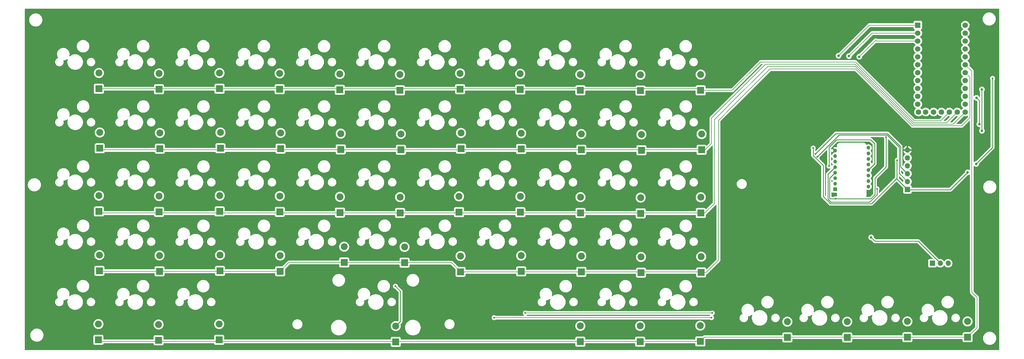
<source format=gbr>
G04 #@! TF.GenerationSoftware,KiCad,Pcbnew,(6.0.7)*
G04 #@! TF.CreationDate,2023-01-06T19:07:42-08:00*
G04 #@! TF.ProjectId,openot rev2,6f70656e-6f74-4207-9265-76322e6b6963,rev?*
G04 #@! TF.SameCoordinates,Original*
G04 #@! TF.FileFunction,Copper,L1,Top*
G04 #@! TF.FilePolarity,Positive*
%FSLAX46Y46*%
G04 Gerber Fmt 4.6, Leading zero omitted, Abs format (unit mm)*
G04 Created by KiCad (PCBNEW (6.0.7)) date 2023-01-06 19:07:42*
%MOMM*%
%LPD*%
G01*
G04 APERTURE LIST*
G04 #@! TA.AperFunction,ComponentPad*
%ADD10R,2.200000X2.200000*%
G04 #@! TD*
G04 #@! TA.AperFunction,ComponentPad*
%ADD11O,2.200000X2.200000*%
G04 #@! TD*
G04 #@! TA.AperFunction,ComponentPad*
%ADD12R,1.752600X1.752600*%
G04 #@! TD*
G04 #@! TA.AperFunction,ComponentPad*
%ADD13C,1.752600*%
G04 #@! TD*
G04 #@! TA.AperFunction,ComponentPad*
%ADD14R,1.700000X1.700000*%
G04 #@! TD*
G04 #@! TA.AperFunction,ComponentPad*
%ADD15O,1.700000X1.700000*%
G04 #@! TD*
G04 #@! TA.AperFunction,ComponentPad*
%ADD16R,1.200000X1.200000*%
G04 #@! TD*
G04 #@! TA.AperFunction,ComponentPad*
%ADD17C,1.200000*%
G04 #@! TD*
G04 #@! TA.AperFunction,ViaPad*
%ADD18C,0.600000*%
G04 #@! TD*
G04 #@! TA.AperFunction,ViaPad*
%ADD19C,0.800000*%
G04 #@! TD*
G04 #@! TA.AperFunction,Conductor*
%ADD20C,0.200000*%
G04 #@! TD*
G04 #@! TA.AperFunction,Conductor*
%ADD21C,0.250000*%
G04 #@! TD*
G04 APERTURE END LIST*
D10*
X183400000Y-159572183D03*
D11*
X183400000Y-154492183D03*
D10*
X85437267Y-162190298D03*
D11*
X85437267Y-157110298D03*
D10*
X239869267Y-143561315D03*
D11*
X239869267Y-138481315D03*
D10*
X162623000Y-103964817D03*
D11*
X162623000Y-98884817D03*
D10*
X85564267Y-122769498D03*
D11*
X85564267Y-117689498D03*
D10*
X239813600Y-184990817D03*
D11*
X239813600Y-179910817D03*
D10*
X85280000Y-103620000D03*
D11*
X85280000Y-98540000D03*
D10*
X181957267Y-143561315D03*
D11*
X181957267Y-138481315D03*
D10*
X278604267Y-162698298D03*
D11*
X278604267Y-157618298D03*
D10*
X143349267Y-143216498D03*
D11*
X143349267Y-138136498D03*
D10*
X104868267Y-122896498D03*
D11*
X104868267Y-117816498D03*
D10*
X164020000Y-159500000D03*
D11*
X164020000Y-154420000D03*
D10*
X201393134Y-162496830D03*
D11*
X201393134Y-157416830D03*
D10*
X85310267Y-143089498D03*
D11*
X85310267Y-138009498D03*
D10*
X123888000Y-184392000D03*
D11*
X123888000Y-179312000D03*
D10*
X220535000Y-103874000D03*
D11*
X220535000Y-98794000D03*
D10*
X364095800Y-183539182D03*
D11*
X364095800Y-178459182D03*
D10*
X220819267Y-123023498D03*
D11*
X220819267Y-117943498D03*
D10*
X104457000Y-184519000D03*
D11*
X104457000Y-179439000D03*
D10*
X162653267Y-143434315D03*
D11*
X162653267Y-138354315D03*
D12*
X348142683Y-83151434D03*
D13*
X348142683Y-85691434D03*
X348142683Y-88231434D03*
X348142683Y-90771434D03*
X348142683Y-93311434D03*
X348142683Y-95851434D03*
X348142683Y-98391434D03*
X348142683Y-100931434D03*
X348142683Y-103471434D03*
X348142683Y-106011434D03*
X348142683Y-108551434D03*
X348371283Y-111091434D03*
X363382683Y-111091434D03*
X363382683Y-108551434D03*
X363382683Y-106011434D03*
X363382683Y-103471434D03*
X363382683Y-100931434D03*
X363382683Y-98391434D03*
X363382683Y-95851434D03*
X363382683Y-93311434D03*
X363382683Y-90771434D03*
X363382683Y-88231434D03*
X363382683Y-85691434D03*
X363382683Y-83151434D03*
X350682683Y-111091434D03*
X353222683Y-111091434D03*
X355762683Y-111091434D03*
X358302683Y-111091434D03*
X360842683Y-111091434D03*
D10*
X85153000Y-184392000D03*
D11*
X85153000Y-179312000D03*
D10*
X344791800Y-183539182D03*
D11*
X344791800Y-178459182D03*
D10*
X306260000Y-183630000D03*
D11*
X306260000Y-178550000D03*
D10*
X278447000Y-104128000D03*
D11*
X278447000Y-99048000D03*
D10*
X278731267Y-123277498D03*
D11*
X278731267Y-118197498D03*
D10*
X220565267Y-143343498D03*
D11*
X220565267Y-138263498D03*
D10*
X124172267Y-162190298D03*
D11*
X124172267Y-157110298D03*
D10*
X124015000Y-103620000D03*
D11*
X124015000Y-98540000D03*
D10*
X240123267Y-123241315D03*
D11*
X240123267Y-118161315D03*
D10*
X325487801Y-183629999D03*
D11*
X325487801Y-178549999D03*
D10*
X143603267Y-122896498D03*
D11*
X143603267Y-117816498D03*
D10*
X259143000Y-104218817D03*
D11*
X259143000Y-99138817D03*
D10*
X143319000Y-103747000D03*
D11*
X143319000Y-98667000D03*
D10*
X239839000Y-104091817D03*
D11*
X239839000Y-99011817D03*
D14*
X352816283Y-159757834D03*
D15*
X355356283Y-159757834D03*
X357896283Y-159757834D03*
D10*
X104614267Y-143216498D03*
D11*
X104614267Y-138136498D03*
D10*
X259300267Y-162789115D03*
D11*
X259300267Y-157709115D03*
D10*
X104584000Y-103747000D03*
D11*
X104584000Y-98667000D03*
D10*
X201231000Y-103747000D03*
D11*
X201231000Y-98667000D03*
D10*
X182211267Y-123241315D03*
D11*
X182211267Y-118161315D03*
D15*
X344840683Y-123334234D03*
X344840683Y-125874234D03*
X344840683Y-128414234D03*
X344840683Y-130954234D03*
X344840683Y-133494234D03*
D14*
X344840683Y-136034234D03*
D10*
X278477267Y-143597498D03*
D11*
X278477267Y-138517498D03*
D10*
X201515267Y-122896498D03*
D11*
X201515267Y-117816498D03*
D10*
X240128134Y-162496830D03*
D11*
X240128134Y-157416830D03*
D10*
X124045267Y-143089498D03*
D11*
X124045267Y-138009498D03*
D10*
X143476267Y-162317298D03*
D11*
X143476267Y-157237298D03*
D10*
X124299267Y-122769498D03*
D11*
X124299267Y-117689498D03*
D10*
X181927000Y-104091817D03*
D11*
X181927000Y-99011817D03*
D10*
X278320000Y-184900000D03*
D11*
X278320000Y-179820000D03*
D10*
X220824134Y-162369830D03*
D11*
X220824134Y-157289830D03*
D10*
X200900000Y-143322183D03*
D11*
X200900000Y-138242183D03*
D10*
X259016000Y-184990817D03*
D11*
X259016000Y-179910817D03*
D10*
X259427267Y-123368315D03*
D11*
X259427267Y-118288315D03*
D10*
X104741267Y-162317298D03*
D11*
X104741267Y-157237298D03*
D10*
X162907267Y-123114315D03*
D11*
X162907267Y-118034315D03*
D10*
X259173267Y-143688315D03*
D11*
X259173267Y-138608315D03*
D10*
X180580800Y-185029102D03*
D11*
X180580800Y-179949102D03*
D16*
X321576683Y-135952234D03*
D17*
X321576683Y-134172234D03*
X321576683Y-132392234D03*
X321576683Y-130612234D03*
X321576683Y-128832234D03*
X321576683Y-127052234D03*
X321576683Y-125272234D03*
X321576683Y-123492234D03*
X332276683Y-122602234D03*
X332276683Y-124382234D03*
X332276683Y-126162234D03*
X332276683Y-127942234D03*
X332276683Y-129722234D03*
X332276683Y-131502234D03*
X332276683Y-133282234D03*
X332276683Y-135062234D03*
D18*
X372120283Y-100279717D03*
X281900000Y-177250000D03*
D19*
X329346683Y-93311434D03*
X322691883Y-93006634D03*
D18*
X212150000Y-177250000D03*
X180470000Y-167120000D03*
D19*
X326044683Y-93108234D03*
D18*
X282150000Y-175750000D03*
D19*
X333156683Y-151426634D03*
D18*
X222150000Y-175750000D03*
D19*
X366650000Y-121250000D03*
D18*
X335765683Y-123934234D03*
X311865683Y-138134234D03*
X317465683Y-119584234D03*
X334615683Y-130034234D03*
X315665683Y-130184234D03*
X314199683Y-133992234D03*
D19*
X364150000Y-130500000D03*
D18*
X314565683Y-122684234D03*
D19*
X366887883Y-127804634D03*
D18*
X341514673Y-126626234D03*
X335027683Y-135770234D03*
X315865683Y-125484234D03*
X315265683Y-124584234D03*
D19*
X368716683Y-103827034D03*
X368716683Y-117136634D03*
D18*
X321778447Y-138996998D03*
X337965683Y-119134234D03*
D19*
X366989483Y-106519434D03*
X367900000Y-115000000D03*
D18*
X319665683Y-128484234D03*
D20*
X369276917Y-121250000D02*
X366650000Y-121250000D01*
X370240683Y-120286234D02*
X369276917Y-121250000D01*
D21*
X367900000Y-107429951D02*
X366989483Y-106519434D01*
X367900000Y-115000000D02*
X367900000Y-107429951D01*
X358552166Y-136097834D02*
X344399883Y-136097834D01*
X364150000Y-130500000D02*
X358552166Y-136097834D01*
X372120283Y-122515575D02*
X372120283Y-100279717D01*
X366887883Y-127747975D02*
X372120283Y-122515575D01*
X366887883Y-127804634D02*
X366887883Y-127747975D01*
X368716683Y-117136634D02*
X368716683Y-103827034D01*
X355356283Y-159757834D02*
X348244283Y-152645834D01*
D20*
X85564267Y-162317298D02*
X85437267Y-162190298D01*
X333461483Y-85691434D02*
X326044683Y-93108234D01*
X278447000Y-104128000D02*
X288545004Y-104128000D01*
X282900000Y-140500000D02*
X279802502Y-143597498D01*
X288545004Y-104128000D02*
X297661502Y-95011502D01*
X334883883Y-88231434D02*
X334680683Y-88028234D01*
X346669483Y-115003034D02*
X359471083Y-115003034D01*
X164092183Y-159572183D02*
X164020000Y-159500000D01*
X357388283Y-114545834D02*
X360842683Y-111091434D01*
X348142683Y-83151434D02*
X332547083Y-83151434D01*
X277939000Y-103620000D02*
X278447000Y-104128000D01*
X332547083Y-83151434D02*
X322691883Y-93006634D01*
X300695483Y-97273834D02*
X328178283Y-97273834D01*
X364095800Y-183539182D02*
X279680818Y-183539182D01*
X328178283Y-97273834D02*
X346415483Y-115511034D01*
X146293565Y-159500000D02*
X143476267Y-162317298D01*
X278604267Y-162698298D02*
X280201702Y-162698298D01*
X278477267Y-143597498D02*
X85818267Y-143597498D01*
X183400000Y-159572183D02*
X164092183Y-159572183D01*
X297661502Y-95011502D02*
X328100351Y-95011502D01*
X365465483Y-169065483D02*
X367150000Y-170750000D01*
D21*
X348244283Y-152645834D02*
X347990283Y-152645834D01*
D20*
X346872683Y-114545834D02*
X357388283Y-114545834D01*
X355457883Y-113936234D02*
X358302683Y-111091434D01*
X198468487Y-159572183D02*
X201393134Y-162496830D01*
X328076683Y-95699034D02*
X299273083Y-95699034D01*
X348142683Y-88231434D02*
X334883883Y-88231434D01*
X288434659Y-109534659D02*
X300695483Y-97273834D01*
X348142683Y-85691434D02*
X333461483Y-85691434D01*
X328025883Y-96359434D02*
X346669483Y-115003034D01*
X364855883Y-112920234D02*
X364855883Y-99864634D01*
X86072267Y-123277498D02*
X85564267Y-122769498D01*
D21*
X347990283Y-152645834D02*
X334375883Y-152645834D01*
D20*
X334680683Y-88028234D02*
X334629883Y-88028234D01*
X143476267Y-162317298D02*
X85564267Y-162317298D01*
X201393134Y-162496830D02*
X278402799Y-162496830D01*
X346415483Y-115511034D02*
X362265083Y-115511034D01*
X222150000Y-175750000D02*
X282150000Y-175750000D01*
X183400000Y-159572183D02*
X198468487Y-159572183D01*
X278320000Y-184900000D02*
X85661000Y-184900000D01*
D21*
X182110000Y-178419902D02*
X182110000Y-168760000D01*
D20*
X334629883Y-88028234D02*
X329346683Y-93311434D01*
X280201702Y-162698298D02*
X284150000Y-158750000D01*
X85945267Y-162698298D02*
X85437267Y-162190298D01*
X85818267Y-143597498D02*
X85310267Y-143089498D01*
X281900000Y-177250000D02*
X212150000Y-177250000D01*
D21*
X182110000Y-168760000D02*
X180470000Y-167120000D01*
D20*
X328100351Y-95011502D02*
X347025083Y-113936234D01*
X364855883Y-99864634D02*
X363382683Y-98391434D01*
X284150000Y-158750000D02*
X284150000Y-113819318D01*
X85280000Y-103620000D02*
X277939000Y-103620000D01*
D21*
X334375883Y-152645834D02*
X333156683Y-151426634D01*
D20*
X287233483Y-109110234D02*
X299984283Y-96359434D01*
X363382683Y-95851434D02*
X365465483Y-97934234D01*
X299273083Y-95699034D02*
X281936059Y-113036059D01*
X164020000Y-159500000D02*
X146293565Y-159500000D01*
X359471083Y-115003034D02*
X363382683Y-111091434D01*
X281936059Y-121213941D02*
X279872502Y-123277498D01*
X287233483Y-109166517D02*
X282900000Y-113500000D01*
X279680818Y-183539182D02*
X278320000Y-184900000D01*
X287233483Y-109110234D02*
X287233483Y-109166517D01*
X279872502Y-123277498D02*
X278731267Y-123277498D01*
X346872683Y-114495034D02*
X328076683Y-95699034D01*
X347025083Y-113936234D02*
X355457883Y-113936234D01*
X282900000Y-113500000D02*
X282900000Y-133500000D01*
X367150000Y-180484982D02*
X364095800Y-183539182D01*
X284150000Y-113819318D02*
X288434659Y-109534659D01*
X362265083Y-115511034D02*
X364855883Y-112920234D01*
X282900000Y-133500000D02*
X282900000Y-140500000D01*
X288351083Y-109618234D02*
X288434659Y-109534659D01*
D21*
X180580800Y-179949102D02*
X182110000Y-178419902D01*
D20*
X278731267Y-123277498D02*
X86072267Y-123277498D01*
X365465483Y-97934234D02*
X365465483Y-169065483D01*
X281936059Y-113036059D02*
X281936059Y-121213941D01*
X278402799Y-162496830D02*
X278604267Y-162698298D01*
X85661000Y-184900000D02*
X85153000Y-184392000D01*
X367150000Y-170750000D02*
X367150000Y-180484982D01*
X299984283Y-96359434D02*
X328025883Y-96359434D01*
X279802502Y-143597498D02*
X278477267Y-143597498D01*
D21*
X335765683Y-128884234D02*
X334615683Y-130034234D01*
D20*
X370240683Y-92549434D02*
X363382683Y-85691434D01*
D21*
X314199683Y-136593244D02*
X312658693Y-138134234D01*
X314199683Y-133992234D02*
X314199683Y-136593244D01*
D20*
X370240683Y-120286234D02*
X370240683Y-92549434D01*
D21*
X312658693Y-138134234D02*
X311865683Y-138134234D01*
X335765683Y-123934234D02*
X335765683Y-128884234D01*
X320077094Y-140559233D02*
X317755683Y-138237822D01*
X341435672Y-126822245D02*
X341435672Y-132410245D01*
X333286684Y-140559233D02*
X320077094Y-140559233D01*
X341435672Y-126822245D02*
X341514673Y-126743244D01*
X317755683Y-128274234D02*
X314565683Y-125084234D01*
X314565683Y-125084234D02*
X314565683Y-122684234D01*
X341435672Y-126822245D02*
X341435672Y-132629223D01*
X317755683Y-134174234D02*
X317755683Y-128774234D01*
X317755683Y-138237822D02*
X317755683Y-134174234D01*
X341435672Y-132410245D02*
X333286684Y-140559233D01*
X341514673Y-126743244D02*
X341514673Y-126626234D01*
X341435672Y-132629223D02*
X344840683Y-136034234D01*
X317755683Y-128774234D02*
X317755683Y-128274234D01*
X319279683Y-139125410D02*
X319279683Y-131129234D01*
X319279683Y-131129234D02*
X321576683Y-128832234D01*
X332595119Y-140109222D02*
X320263495Y-140109222D01*
X335027683Y-137676658D02*
X332595119Y-140109222D01*
X320263495Y-140109222D02*
X319279683Y-139125410D01*
X335027683Y-135770234D02*
X335027683Y-137676658D01*
X344840683Y-133494234D02*
X342139683Y-130793234D01*
X338265684Y-118509233D02*
X322840684Y-118509233D01*
X322840684Y-118509233D02*
X315865683Y-125484234D01*
X342139683Y-122383232D02*
X338265684Y-118509233D01*
X342139683Y-130793234D02*
X342139683Y-122383232D01*
X344840683Y-130954234D02*
X342589694Y-128703245D01*
X338452084Y-118059222D02*
X321790695Y-118059222D01*
X321790695Y-118059222D02*
X315265683Y-124584234D01*
X342589694Y-122196832D02*
X338452084Y-118059222D01*
X342589694Y-128703245D02*
X342589694Y-122196832D01*
X334392683Y-132341234D02*
X337965683Y-128768234D01*
X334392683Y-137675234D02*
X334392683Y-132341234D01*
X321576683Y-130612234D02*
X319787683Y-132401234D01*
X319787683Y-132401234D02*
X319787683Y-138996998D01*
X337965683Y-128768234D02*
X337965683Y-119134234D01*
X321778447Y-138996998D02*
X333070919Y-138996998D01*
X319787683Y-138996998D02*
X321778447Y-138996998D01*
X333070919Y-138996998D02*
X334392683Y-137675234D01*
X334265683Y-127733234D02*
X334265683Y-121292234D01*
X322027683Y-120022234D02*
X319665683Y-122384234D01*
X319665683Y-122384234D02*
X319665683Y-128484234D01*
X332995683Y-120022234D02*
X322027683Y-120022234D01*
X334265683Y-121292234D02*
X332995683Y-120022234D01*
X332276683Y-129722234D02*
X334265683Y-127733234D01*
G04 #@! TA.AperFunction,Conductor*
G36*
X374220904Y-77914136D02*
G01*
X374267397Y-77967792D01*
X374278783Y-78020134D01*
X374278783Y-187545934D01*
X374258781Y-187614055D01*
X374205125Y-187660548D01*
X374152783Y-187671934D01*
X61630183Y-187671934D01*
X61562062Y-187651932D01*
X61515569Y-187598276D01*
X61504183Y-187545934D01*
X61504183Y-185540134D01*
X83544500Y-185540134D01*
X83551255Y-185602316D01*
X83602385Y-185738705D01*
X83689739Y-185855261D01*
X83806295Y-185942615D01*
X83942684Y-185993745D01*
X84004866Y-186000500D01*
X86301134Y-186000500D01*
X86363316Y-185993745D01*
X86499705Y-185942615D01*
X86616261Y-185855261D01*
X86703615Y-185738705D01*
X86742680Y-185634500D01*
X86751972Y-185609714D01*
X86751973Y-185609711D01*
X86754745Y-185602316D01*
X86754745Y-185602314D01*
X86788224Y-185543709D01*
X86851179Y-185510887D01*
X86875591Y-185508500D01*
X102722500Y-185508500D01*
X102790621Y-185528502D01*
X102837114Y-185582158D01*
X102848500Y-185634500D01*
X102848500Y-185667134D01*
X102855255Y-185729316D01*
X102906385Y-185865705D01*
X102993739Y-185982261D01*
X103110295Y-186069615D01*
X103246684Y-186120745D01*
X103308866Y-186127500D01*
X105605134Y-186127500D01*
X105667316Y-186120745D01*
X105803705Y-186069615D01*
X105920261Y-185982261D01*
X106007615Y-185865705D01*
X106058745Y-185729316D01*
X106065500Y-185667134D01*
X106065500Y-185634500D01*
X106085502Y-185566379D01*
X106139158Y-185519886D01*
X106191500Y-185508500D01*
X122165409Y-185508500D01*
X122233530Y-185528502D01*
X122280023Y-185582158D01*
X122285935Y-185599366D01*
X122286255Y-185602316D01*
X122289027Y-185609711D01*
X122289028Y-185609714D01*
X122298320Y-185634500D01*
X122337385Y-185738705D01*
X122424739Y-185855261D01*
X122541295Y-185942615D01*
X122677684Y-185993745D01*
X122739866Y-186000500D01*
X125036134Y-186000500D01*
X125098316Y-185993745D01*
X125234705Y-185942615D01*
X125351261Y-185855261D01*
X125438615Y-185738705D01*
X125477680Y-185634500D01*
X125486972Y-185609714D01*
X125486973Y-185609711D01*
X125489745Y-185602316D01*
X125489745Y-185602314D01*
X125523224Y-185543709D01*
X125586179Y-185510887D01*
X125610591Y-185508500D01*
X178846300Y-185508500D01*
X178914421Y-185528502D01*
X178960914Y-185582158D01*
X178972300Y-185634500D01*
X178972300Y-186177236D01*
X178979055Y-186239418D01*
X179030185Y-186375807D01*
X179117539Y-186492363D01*
X179234095Y-186579717D01*
X179370484Y-186630847D01*
X179432666Y-186637602D01*
X181728934Y-186637602D01*
X181791116Y-186630847D01*
X181927505Y-186579717D01*
X182044061Y-186492363D01*
X182131415Y-186375807D01*
X182182545Y-186239418D01*
X182189300Y-186177236D01*
X182189300Y-185634500D01*
X182209302Y-185566379D01*
X182262958Y-185519886D01*
X182315300Y-185508500D01*
X238079100Y-185508500D01*
X238147221Y-185528502D01*
X238193714Y-185582158D01*
X238205100Y-185634500D01*
X238205100Y-186138951D01*
X238211855Y-186201133D01*
X238262985Y-186337522D01*
X238350339Y-186454078D01*
X238466895Y-186541432D01*
X238603284Y-186592562D01*
X238665466Y-186599317D01*
X240961734Y-186599317D01*
X241023916Y-186592562D01*
X241160305Y-186541432D01*
X241276861Y-186454078D01*
X241364215Y-186337522D01*
X241415345Y-186201133D01*
X241422100Y-186138951D01*
X241422100Y-185634500D01*
X241442102Y-185566379D01*
X241495758Y-185519886D01*
X241548100Y-185508500D01*
X257281500Y-185508500D01*
X257349621Y-185528502D01*
X257396114Y-185582158D01*
X257407500Y-185634500D01*
X257407500Y-186138951D01*
X257414255Y-186201133D01*
X257465385Y-186337522D01*
X257552739Y-186454078D01*
X257669295Y-186541432D01*
X257805684Y-186592562D01*
X257867866Y-186599317D01*
X260164134Y-186599317D01*
X260226316Y-186592562D01*
X260362705Y-186541432D01*
X260479261Y-186454078D01*
X260566615Y-186337522D01*
X260617745Y-186201133D01*
X260624500Y-186138951D01*
X260624500Y-185634500D01*
X260644502Y-185566379D01*
X260698158Y-185519886D01*
X260750500Y-185508500D01*
X276585500Y-185508500D01*
X276653621Y-185528502D01*
X276700114Y-185582158D01*
X276711500Y-185634500D01*
X276711500Y-186048134D01*
X276718255Y-186110316D01*
X276769385Y-186246705D01*
X276856739Y-186363261D01*
X276973295Y-186450615D01*
X277109684Y-186501745D01*
X277171866Y-186508500D01*
X279468134Y-186508500D01*
X279530316Y-186501745D01*
X279666705Y-186450615D01*
X279783261Y-186363261D01*
X279870615Y-186246705D01*
X279921745Y-186110316D01*
X279928500Y-186048134D01*
X279928500Y-184273682D01*
X279948502Y-184205561D01*
X280002158Y-184159068D01*
X280054500Y-184147682D01*
X304525500Y-184147682D01*
X304593621Y-184167684D01*
X304640114Y-184221340D01*
X304651500Y-184273682D01*
X304651500Y-184778134D01*
X304658255Y-184840316D01*
X304709385Y-184976705D01*
X304796739Y-185093261D01*
X304913295Y-185180615D01*
X305049684Y-185231745D01*
X305111866Y-185238500D01*
X307408134Y-185238500D01*
X307470316Y-185231745D01*
X307606705Y-185180615D01*
X307723261Y-185093261D01*
X307810615Y-184976705D01*
X307861745Y-184840316D01*
X307868500Y-184778134D01*
X307868500Y-184273682D01*
X307888502Y-184205561D01*
X307942158Y-184159068D01*
X307994500Y-184147682D01*
X323753301Y-184147682D01*
X323821422Y-184167684D01*
X323867915Y-184221340D01*
X323879301Y-184273682D01*
X323879301Y-184778133D01*
X323886056Y-184840315D01*
X323937186Y-184976704D01*
X324024540Y-185093260D01*
X324141096Y-185180614D01*
X324277485Y-185231744D01*
X324339667Y-185238499D01*
X326635935Y-185238499D01*
X326698117Y-185231744D01*
X326834506Y-185180614D01*
X326951062Y-185093260D01*
X327038416Y-184976704D01*
X327089546Y-184840315D01*
X327096301Y-184778133D01*
X327096301Y-184273682D01*
X327116303Y-184205561D01*
X327169959Y-184159068D01*
X327222301Y-184147682D01*
X343057300Y-184147682D01*
X343125421Y-184167684D01*
X343171914Y-184221340D01*
X343183300Y-184273682D01*
X343183300Y-184687316D01*
X343190055Y-184749498D01*
X343241185Y-184885887D01*
X343328539Y-185002443D01*
X343445095Y-185089797D01*
X343581484Y-185140927D01*
X343643666Y-185147682D01*
X345939934Y-185147682D01*
X346002116Y-185140927D01*
X346138505Y-185089797D01*
X346255061Y-185002443D01*
X346342415Y-184885887D01*
X346393545Y-184749498D01*
X346400300Y-184687316D01*
X346400300Y-184273682D01*
X346420302Y-184205561D01*
X346473958Y-184159068D01*
X346526300Y-184147682D01*
X362361300Y-184147682D01*
X362429421Y-184167684D01*
X362475914Y-184221340D01*
X362487300Y-184273682D01*
X362487300Y-184687316D01*
X362494055Y-184749498D01*
X362545185Y-184885887D01*
X362632539Y-185002443D01*
X362749095Y-185089797D01*
X362885484Y-185140927D01*
X362947666Y-185147682D01*
X365243934Y-185147682D01*
X365306116Y-185140927D01*
X365442505Y-185089797D01*
X365559061Y-185002443D01*
X365646415Y-184885887D01*
X365697545Y-184749498D01*
X365704300Y-184687316D01*
X365704300Y-184020537D01*
X369096626Y-184020537D01*
X369134151Y-184305568D01*
X369210012Y-184582870D01*
X369211696Y-184586818D01*
X369319823Y-184840316D01*
X369322806Y-184847310D01*
X369357918Y-184905978D01*
X369467932Y-185089797D01*
X369470444Y-185093995D01*
X369650196Y-185318362D01*
X369667280Y-185334574D01*
X369850560Y-185508500D01*
X369858734Y-185516257D01*
X370092200Y-185684020D01*
X370095995Y-185686029D01*
X370095996Y-185686030D01*
X370117752Y-185697549D01*
X370346275Y-185818546D01*
X370616256Y-185917345D01*
X370897147Y-185978589D01*
X370925724Y-185980838D01*
X371120165Y-185996141D01*
X371120174Y-185996141D01*
X371122622Y-185996334D01*
X371278154Y-185996334D01*
X371280290Y-185996188D01*
X371280301Y-185996188D01*
X371488431Y-185981999D01*
X371488437Y-185981998D01*
X371492708Y-185981707D01*
X371496903Y-185980838D01*
X371496905Y-185980838D01*
X371707485Y-185937229D01*
X371774225Y-185923408D01*
X372045226Y-185827441D01*
X372300695Y-185695584D01*
X372304196Y-185693123D01*
X372304200Y-185693121D01*
X372516791Y-185543709D01*
X372535906Y-185530275D01*
X372746505Y-185334574D01*
X372928596Y-185112102D01*
X373078810Y-184866976D01*
X373087266Y-184847714D01*
X373192640Y-184607664D01*
X373194366Y-184603732D01*
X373273127Y-184327240D01*
X373313634Y-184042618D01*
X373313728Y-184024785D01*
X373315118Y-183759417D01*
X373315118Y-183759410D01*
X373315140Y-183755131D01*
X373305565Y-183682397D01*
X373293619Y-183591664D01*
X373277615Y-183470100D01*
X373268489Y-183436739D01*
X373253600Y-183382317D01*
X373201754Y-183192798D01*
X373178000Y-183137108D01*
X373090646Y-182932310D01*
X373090644Y-182932306D01*
X373088960Y-182928358D01*
X372941322Y-182681673D01*
X372761570Y-182457306D01*
X372626222Y-182328866D01*
X372556141Y-182262361D01*
X372556138Y-182262359D01*
X372553032Y-182259411D01*
X372319566Y-182091648D01*
X372297726Y-182080084D01*
X372252484Y-182056130D01*
X372065491Y-181957122D01*
X371889428Y-181892692D01*
X371799541Y-181859798D01*
X371799539Y-181859797D01*
X371795510Y-181858323D01*
X371514619Y-181797079D01*
X371483568Y-181794635D01*
X371291601Y-181779527D01*
X371291592Y-181779527D01*
X371289144Y-181779334D01*
X371133612Y-181779334D01*
X371131476Y-181779480D01*
X371131465Y-181779480D01*
X370923335Y-181793669D01*
X370923329Y-181793670D01*
X370919058Y-181793961D01*
X370914863Y-181794830D01*
X370914861Y-181794830D01*
X370778299Y-181823111D01*
X370637541Y-181852260D01*
X370366540Y-181948227D01*
X370362731Y-181950193D01*
X370206116Y-182031028D01*
X370111071Y-182080084D01*
X370107570Y-182082545D01*
X370107566Y-182082547D01*
X370106778Y-182083101D01*
X369875860Y-182245393D01*
X369860775Y-182259411D01*
X369674587Y-182432428D01*
X369665261Y-182441094D01*
X369483170Y-182663566D01*
X369332956Y-182908692D01*
X369331230Y-182912625D01*
X369331229Y-182912626D01*
X369246697Y-183105195D01*
X369217400Y-183171936D01*
X369138639Y-183448428D01*
X369098132Y-183733050D01*
X369098110Y-183737339D01*
X369098109Y-183737346D01*
X369097357Y-183880968D01*
X369096626Y-184020537D01*
X365704300Y-184020537D01*
X365704300Y-182843421D01*
X365724302Y-182775300D01*
X365741205Y-182754326D01*
X367546234Y-180949297D01*
X367558625Y-180938430D01*
X367577437Y-180923995D01*
X367583987Y-180918969D01*
X367608474Y-180887057D01*
X367608480Y-180887051D01*
X367676496Y-180798411D01*
X367676497Y-180798409D01*
X367681524Y-180791858D01*
X367742838Y-180643833D01*
X367747492Y-180608479D01*
X367751271Y-180579776D01*
X367751271Y-180579775D01*
X367758500Y-180524867D01*
X367758500Y-180524862D01*
X367762672Y-180493171D01*
X367763750Y-180484982D01*
X367759578Y-180453289D01*
X367758500Y-180436846D01*
X367758500Y-170798136D01*
X367759578Y-170781690D01*
X367762672Y-170758188D01*
X367763750Y-170750000D01*
X367758500Y-170710120D01*
X367758500Y-170710115D01*
X367742838Y-170591150D01*
X367724243Y-170546257D01*
X367724105Y-170545923D01*
X367684685Y-170450755D01*
X367684684Y-170450754D01*
X367681524Y-170443124D01*
X367608478Y-170347929D01*
X367608474Y-170347925D01*
X367600577Y-170337633D01*
X367589016Y-170322566D01*
X367589013Y-170322563D01*
X367583987Y-170316013D01*
X367577432Y-170310983D01*
X367558621Y-170296548D01*
X367546230Y-170285681D01*
X366110888Y-168850339D01*
X366076862Y-168788027D01*
X366073983Y-168761244D01*
X366073983Y-135354137D01*
X369147426Y-135354137D01*
X369147985Y-135358381D01*
X369147985Y-135358385D01*
X369156800Y-135425340D01*
X369184951Y-135639168D01*
X369260812Y-135916470D01*
X369262496Y-135920418D01*
X369370287Y-136173128D01*
X369373606Y-136180910D01*
X369521244Y-136427595D01*
X369700996Y-136651962D01*
X369824394Y-136769062D01*
X369893226Y-136834381D01*
X369909534Y-136849857D01*
X370093204Y-136981838D01*
X370126831Y-137006001D01*
X370143000Y-137017620D01*
X370146795Y-137019629D01*
X370146796Y-137019630D01*
X370168552Y-137031149D01*
X370397075Y-137152146D01*
X370667056Y-137250945D01*
X370947947Y-137312189D01*
X370976524Y-137314438D01*
X371170965Y-137329741D01*
X371170974Y-137329741D01*
X371173422Y-137329934D01*
X371328954Y-137329934D01*
X371331090Y-137329788D01*
X371331101Y-137329788D01*
X371539231Y-137315599D01*
X371539237Y-137315598D01*
X371543508Y-137315307D01*
X371547703Y-137314438D01*
X371547705Y-137314438D01*
X371728506Y-137276996D01*
X371825025Y-137257008D01*
X372096026Y-137161041D01*
X372261364Y-137075704D01*
X372347688Y-137031149D01*
X372347689Y-137031149D01*
X372351495Y-137029184D01*
X372354996Y-137026723D01*
X372355000Y-137026721D01*
X372503314Y-136922484D01*
X372586706Y-136863875D01*
X372697729Y-136760706D01*
X372794162Y-136671095D01*
X372794164Y-136671092D01*
X372797305Y-136668174D01*
X372979396Y-136445702D01*
X373129610Y-136200576D01*
X373145366Y-136164684D01*
X373243440Y-135941264D01*
X373245166Y-135937332D01*
X373257939Y-135892494D01*
X373308102Y-135716395D01*
X373323927Y-135660840D01*
X373364434Y-135376218D01*
X373364528Y-135358385D01*
X373365918Y-135093017D01*
X373365918Y-135093010D01*
X373365940Y-135088731D01*
X373361207Y-135052775D01*
X373339499Y-134887893D01*
X373328415Y-134803700D01*
X373252554Y-134526398D01*
X373238260Y-134492886D01*
X373141446Y-134265910D01*
X373141444Y-134265906D01*
X373139760Y-134261958D01*
X373040889Y-134096756D01*
X372994326Y-134018955D01*
X372994323Y-134018951D01*
X372992122Y-134015273D01*
X372812370Y-133790906D01*
X372647724Y-133634663D01*
X372606941Y-133595961D01*
X372606938Y-133595959D01*
X372603832Y-133593011D01*
X372370366Y-133425248D01*
X372348526Y-133413684D01*
X372323876Y-133400633D01*
X372116291Y-133290722D01*
X371969825Y-133237123D01*
X371850341Y-133193398D01*
X371850339Y-133193397D01*
X371846310Y-133191923D01*
X371565419Y-133130679D01*
X371534368Y-133128235D01*
X371342401Y-133113127D01*
X371342392Y-133113127D01*
X371339944Y-133112934D01*
X371184412Y-133112934D01*
X371182276Y-133113080D01*
X371182265Y-133113080D01*
X370974135Y-133127269D01*
X370974129Y-133127270D01*
X370969858Y-133127561D01*
X370965663Y-133128430D01*
X370965661Y-133128430D01*
X370878414Y-133146498D01*
X370688341Y-133185860D01*
X370417340Y-133281827D01*
X370161871Y-133413684D01*
X370158370Y-133416145D01*
X370158366Y-133416147D01*
X370094648Y-133460929D01*
X369926660Y-133578993D01*
X369900721Y-133603097D01*
X369728481Y-133763153D01*
X369716061Y-133774694D01*
X369533970Y-133997166D01*
X369383756Y-134242292D01*
X369382030Y-134246225D01*
X369382029Y-134246226D01*
X369356324Y-134304783D01*
X369268200Y-134505536D01*
X369267025Y-134509663D01*
X369267024Y-134509664D01*
X369263382Y-134522450D01*
X369189439Y-134782028D01*
X369173328Y-134895231D01*
X369150885Y-135052930D01*
X369148932Y-135066650D01*
X369148910Y-135070939D01*
X369148909Y-135070946D01*
X369147448Y-135349851D01*
X369147426Y-135354137D01*
X366073983Y-135354137D01*
X366073983Y-128583107D01*
X366093985Y-128514986D01*
X366147641Y-128468493D01*
X366217915Y-128458389D01*
X366275336Y-128485281D01*
X366276630Y-128483500D01*
X366413727Y-128583107D01*
X366431131Y-128595752D01*
X366437159Y-128598436D01*
X366437161Y-128598437D01*
X366575610Y-128660078D01*
X366605595Y-128673428D01*
X366675261Y-128688236D01*
X366785939Y-128711762D01*
X366785944Y-128711762D01*
X366792396Y-128713134D01*
X366983370Y-128713134D01*
X366989822Y-128711762D01*
X366989827Y-128711762D01*
X367100505Y-128688236D01*
X367170171Y-128673428D01*
X367200156Y-128660078D01*
X367338605Y-128598437D01*
X367338607Y-128598436D01*
X367344635Y-128595752D01*
X367499136Y-128483500D01*
X367537547Y-128440840D01*
X367622504Y-128346486D01*
X367622505Y-128346485D01*
X367626923Y-128341578D01*
X367691087Y-128230443D01*
X367719106Y-128181913D01*
X367719107Y-128181912D01*
X367722410Y-128176190D01*
X367781425Y-127994562D01*
X367782383Y-127985452D01*
X367800697Y-127811199D01*
X367801387Y-127804634D01*
X367800607Y-127797213D01*
X367800697Y-127796721D01*
X367800697Y-127791463D01*
X367801658Y-127791463D01*
X367813375Y-127727374D01*
X367836821Y-127694941D01*
X370158742Y-125373021D01*
X372512536Y-123019227D01*
X372520822Y-123011687D01*
X372527301Y-123007575D01*
X372573927Y-122957923D01*
X372576681Y-122955082D01*
X372596418Y-122935345D01*
X372598898Y-122932148D01*
X372606603Y-122923126D01*
X372636869Y-122890896D01*
X372640688Y-122883950D01*
X372640690Y-122883947D01*
X372646631Y-122873141D01*
X372657482Y-122856622D01*
X372665041Y-122846876D01*
X372669897Y-122840616D01*
X372673042Y-122833347D01*
X372673045Y-122833343D01*
X372687457Y-122800038D01*
X372692674Y-122789388D01*
X372713978Y-122750635D01*
X372719016Y-122731012D01*
X372725420Y-122712309D01*
X372730316Y-122700995D01*
X372730316Y-122700994D01*
X372733464Y-122693720D01*
X372734703Y-122685897D01*
X372734706Y-122685887D01*
X372740382Y-122650051D01*
X372742788Y-122638431D01*
X372751811Y-122603286D01*
X372751811Y-122603285D01*
X372753783Y-122595605D01*
X372753783Y-122575351D01*
X372755334Y-122555640D01*
X372757263Y-122543461D01*
X372758503Y-122535632D01*
X372754342Y-122491613D01*
X372753783Y-122479756D01*
X372753783Y-100825337D01*
X372774835Y-100755610D01*
X372777298Y-100751903D01*
X372843926Y-100651619D01*
X372885706Y-100541634D01*
X372905838Y-100488637D01*
X372905839Y-100488635D01*
X372908338Y-100482055D01*
X372911914Y-100456609D01*
X372933031Y-100306356D01*
X372933031Y-100306353D01*
X372933582Y-100302434D01*
X372933899Y-100279717D01*
X372913680Y-100099462D01*
X372910717Y-100090952D01*
X372856347Y-99934823D01*
X372856345Y-99934820D01*
X372854028Y-99928165D01*
X372797032Y-99836952D01*
X372761642Y-99780315D01*
X372757909Y-99774341D01*
X372752947Y-99769344D01*
X372635061Y-99650632D01*
X372635057Y-99650629D01*
X372630098Y-99645635D01*
X372618980Y-99638579D01*
X372533162Y-99584118D01*
X372476949Y-99548444D01*
X372424262Y-99529683D01*
X372312708Y-99489960D01*
X372312703Y-99489959D01*
X372306073Y-99487598D01*
X372299085Y-99486765D01*
X372299082Y-99486764D01*
X372175981Y-99472085D01*
X372125963Y-99466121D01*
X372118960Y-99466857D01*
X372118959Y-99466857D01*
X371952571Y-99484345D01*
X371952569Y-99484346D01*
X371945571Y-99485081D01*
X371773862Y-99543535D01*
X371711392Y-99581967D01*
X371625378Y-99634883D01*
X371625375Y-99634885D01*
X371619371Y-99638579D01*
X371614336Y-99643510D01*
X371614333Y-99643512D01*
X371499863Y-99755610D01*
X371489776Y-99765488D01*
X371391518Y-99917955D01*
X371389109Y-99924575D01*
X371389107Y-99924578D01*
X371339367Y-100061237D01*
X371329480Y-100088402D01*
X371306746Y-100268357D01*
X371324446Y-100448877D01*
X371381701Y-100620990D01*
X371385348Y-100627012D01*
X371385349Y-100627014D01*
X371468559Y-100764411D01*
X371486783Y-100829682D01*
X371486783Y-122200981D01*
X371466781Y-122269102D01*
X371449878Y-122290076D01*
X366880634Y-126859319D01*
X366818322Y-126893345D01*
X366804708Y-126895534D01*
X366798997Y-126896134D01*
X366792396Y-126896134D01*
X366785944Y-126897506D01*
X366785939Y-126897506D01*
X366701724Y-126915407D01*
X366605595Y-126935840D01*
X366599565Y-126938525D01*
X366599564Y-126938525D01*
X366437161Y-127010831D01*
X366437159Y-127010832D01*
X366431131Y-127013516D01*
X366425790Y-127017396D01*
X366425789Y-127017397D01*
X366379499Y-127051029D01*
X366276630Y-127125768D01*
X366275393Y-127124065D01*
X366220301Y-127150512D01*
X366149846Y-127141756D01*
X366095310Y-127096300D01*
X366073983Y-127026161D01*
X366073983Y-107188640D01*
X366093985Y-107120519D01*
X366147641Y-107074026D01*
X366217915Y-107063922D01*
X366282495Y-107093416D01*
X366293619Y-107104330D01*
X366378230Y-107198300D01*
X366532731Y-107310552D01*
X366538759Y-107313236D01*
X366538761Y-107313237D01*
X366675667Y-107374191D01*
X366707195Y-107388228D01*
X366800596Y-107408081D01*
X366887539Y-107426562D01*
X366887544Y-107426562D01*
X366893996Y-107427934D01*
X366949889Y-107427934D01*
X367018010Y-107447936D01*
X367038984Y-107464839D01*
X367229595Y-107655450D01*
X367263621Y-107717762D01*
X367266500Y-107744545D01*
X367266500Y-114297476D01*
X367246498Y-114365597D01*
X367234142Y-114381779D01*
X367160960Y-114463056D01*
X367065473Y-114628444D01*
X367006458Y-114810072D01*
X367005768Y-114816633D01*
X367005768Y-114816635D01*
X366996740Y-114902534D01*
X366986496Y-115000000D01*
X367006458Y-115189928D01*
X367065473Y-115371556D01*
X367160960Y-115536944D01*
X367288747Y-115678866D01*
X367443248Y-115791118D01*
X367449276Y-115793802D01*
X367449278Y-115793803D01*
X367611681Y-115866109D01*
X367617712Y-115868794D01*
X367711113Y-115888647D01*
X367798056Y-115907128D01*
X367798061Y-115907128D01*
X367804513Y-115908500D01*
X367957183Y-115908500D01*
X368025304Y-115928502D01*
X368071797Y-115982158D01*
X368083183Y-116034500D01*
X368083183Y-116434110D01*
X368063181Y-116502231D01*
X368050825Y-116518413D01*
X367977643Y-116599690D01*
X367933816Y-116675600D01*
X367888662Y-116753810D01*
X367882156Y-116765078D01*
X367823141Y-116946706D01*
X367803179Y-117136634D01*
X367803869Y-117143199D01*
X367821751Y-117313334D01*
X367823141Y-117326562D01*
X367882156Y-117508190D01*
X367885459Y-117513912D01*
X367885460Y-117513913D01*
X367896000Y-117532169D01*
X367977643Y-117673578D01*
X367982061Y-117678485D01*
X367982062Y-117678486D01*
X368075187Y-117781912D01*
X368105430Y-117815500D01*
X368204526Y-117887498D01*
X368227376Y-117904099D01*
X368259931Y-117927752D01*
X368265959Y-117930436D01*
X368265961Y-117930437D01*
X368306370Y-117948428D01*
X368434395Y-118005428D01*
X368527795Y-118025281D01*
X368614739Y-118043762D01*
X368614744Y-118043762D01*
X368621196Y-118045134D01*
X368812170Y-118045134D01*
X368818622Y-118043762D01*
X368818627Y-118043762D01*
X368905571Y-118025281D01*
X368998971Y-118005428D01*
X369126996Y-117948428D01*
X369167405Y-117930437D01*
X369167407Y-117930436D01*
X369173435Y-117927752D01*
X369205991Y-117904099D01*
X369228840Y-117887498D01*
X369327936Y-117815500D01*
X369358179Y-117781912D01*
X369451304Y-117678486D01*
X369451305Y-117678485D01*
X369455723Y-117673578D01*
X369537366Y-117532169D01*
X369547906Y-117513913D01*
X369547907Y-117513912D01*
X369551210Y-117508190D01*
X369610225Y-117326562D01*
X369611616Y-117313334D01*
X369629497Y-117143199D01*
X369630187Y-117136634D01*
X369610225Y-116946706D01*
X369551210Y-116765078D01*
X369544705Y-116753810D01*
X369499550Y-116675600D01*
X369455723Y-116599690D01*
X369382546Y-116518419D01*
X369351830Y-116454413D01*
X369350183Y-116434110D01*
X369350183Y-104529558D01*
X369370185Y-104461437D01*
X369382541Y-104445255D01*
X369455723Y-104363978D01*
X369527368Y-104239886D01*
X369547906Y-104204313D01*
X369547907Y-104204312D01*
X369551210Y-104198590D01*
X369610225Y-104016962D01*
X369630187Y-103827034D01*
X369624195Y-103770024D01*
X369610915Y-103643669D01*
X369610915Y-103643667D01*
X369610225Y-103637106D01*
X369551210Y-103455478D01*
X369455723Y-103290090D01*
X369327936Y-103148168D01*
X369173435Y-103035916D01*
X369167407Y-103033232D01*
X369167405Y-103033231D01*
X369005002Y-102960925D01*
X369005001Y-102960925D01*
X368998971Y-102958240D01*
X368905571Y-102938387D01*
X368818627Y-102919906D01*
X368818622Y-102919906D01*
X368812170Y-102918534D01*
X368621196Y-102918534D01*
X368614744Y-102919906D01*
X368614739Y-102919906D01*
X368527795Y-102938387D01*
X368434395Y-102958240D01*
X368428365Y-102960925D01*
X368428364Y-102960925D01*
X368265961Y-103033231D01*
X368265959Y-103033232D01*
X368259931Y-103035916D01*
X368105430Y-103148168D01*
X367977643Y-103290090D01*
X367882156Y-103455478D01*
X367823141Y-103637106D01*
X367822451Y-103643667D01*
X367822451Y-103643669D01*
X367809171Y-103770024D01*
X367803179Y-103827034D01*
X367823141Y-104016962D01*
X367882156Y-104198590D01*
X367885459Y-104204312D01*
X367885460Y-104204313D01*
X367905998Y-104239886D01*
X367977643Y-104363978D01*
X368050820Y-104445249D01*
X368081536Y-104509255D01*
X368083183Y-104529558D01*
X368083183Y-106149998D01*
X368063181Y-106218119D01*
X368009525Y-106264612D01*
X367939251Y-106274716D01*
X367874671Y-106245222D01*
X367837350Y-106188934D01*
X367826052Y-106154163D01*
X367824010Y-106147878D01*
X367728523Y-105982490D01*
X367600736Y-105840568D01*
X367477538Y-105751059D01*
X367451577Y-105732197D01*
X367451576Y-105732196D01*
X367446235Y-105728316D01*
X367440207Y-105725632D01*
X367440205Y-105725631D01*
X367277802Y-105653325D01*
X367277801Y-105653325D01*
X367271771Y-105650640D01*
X367178371Y-105630787D01*
X367091427Y-105612306D01*
X367091422Y-105612306D01*
X367084970Y-105610934D01*
X366893996Y-105610934D01*
X366887544Y-105612306D01*
X366887539Y-105612306D01*
X366800595Y-105630787D01*
X366707195Y-105650640D01*
X366701165Y-105653325D01*
X366701164Y-105653325D01*
X366538761Y-105725631D01*
X366538759Y-105725632D01*
X366532731Y-105728316D01*
X366527390Y-105732196D01*
X366527389Y-105732197D01*
X366501428Y-105751059D01*
X366378230Y-105840568D01*
X366373809Y-105845478D01*
X366373808Y-105845479D01*
X366293619Y-105934538D01*
X366233173Y-105971778D01*
X366162189Y-105970426D01*
X366103205Y-105930913D01*
X366074947Y-105865782D01*
X366073983Y-105850228D01*
X366073983Y-97982370D01*
X366075061Y-97965924D01*
X366078155Y-97942422D01*
X366079233Y-97934234D01*
X366073983Y-97894354D01*
X366073983Y-97894349D01*
X366058321Y-97775384D01*
X366045288Y-97743919D01*
X366036556Y-97722838D01*
X366000168Y-97634989D01*
X366000167Y-97634988D01*
X365997007Y-97627358D01*
X365983983Y-97610384D01*
X365923966Y-97532170D01*
X365923960Y-97532162D01*
X365923957Y-97532159D01*
X365899470Y-97500247D01*
X365888570Y-97491883D01*
X365874104Y-97480782D01*
X365861713Y-97469915D01*
X364746745Y-96354947D01*
X364712719Y-96292635D01*
X364715282Y-96229223D01*
X364739343Y-96150032D01*
X364739345Y-96150024D01*
X364740847Y-96145080D01*
X364760429Y-95996344D01*
X364770133Y-95922635D01*
X364770134Y-95922628D01*
X364770570Y-95919313D01*
X364772229Y-95851434D01*
X364763519Y-95745499D01*
X364753994Y-95629636D01*
X364753993Y-95629630D01*
X364753570Y-95624485D01*
X364698096Y-95403631D01*
X364696037Y-95398895D01*
X364609355Y-95199540D01*
X364609353Y-95199537D01*
X364607295Y-95194803D01*
X364483606Y-95003609D01*
X364330351Y-94835184D01*
X364151646Y-94694052D01*
X364145018Y-94690393D01*
X364144334Y-94689703D01*
X364142814Y-94688693D01*
X364143022Y-94688379D01*
X364095046Y-94639967D01*
X364080268Y-94570525D01*
X364105379Y-94504118D01*
X364132737Y-94477503D01*
X364275372Y-94375763D01*
X364275374Y-94375761D01*
X364279576Y-94372764D01*
X364440876Y-94212026D01*
X364465655Y-94177543D01*
X364570738Y-94031303D01*
X364573756Y-94027103D01*
X364594373Y-93985389D01*
X364672356Y-93827602D01*
X364672357Y-93827600D01*
X364674650Y-93822960D01*
X364723263Y-93662955D01*
X364739345Y-93610024D01*
X364739345Y-93610023D01*
X364740847Y-93605080D01*
X364753383Y-93509864D01*
X364770133Y-93382635D01*
X364770134Y-93382628D01*
X364770570Y-93379313D01*
X364772229Y-93311434D01*
X364757190Y-93128514D01*
X364753994Y-93089636D01*
X364753993Y-93089630D01*
X364753570Y-93084485D01*
X364711618Y-92917464D01*
X364699355Y-92868642D01*
X364699354Y-92868638D01*
X364698096Y-92863631D01*
X364696037Y-92858895D01*
X364609355Y-92659540D01*
X364609353Y-92659537D01*
X364607295Y-92654803D01*
X364520291Y-92520316D01*
X364486414Y-92467949D01*
X364486412Y-92467946D01*
X364483606Y-92463609D01*
X364330351Y-92295184D01*
X364151646Y-92154052D01*
X364145018Y-92150393D01*
X364144334Y-92149703D01*
X364142814Y-92148693D01*
X364143022Y-92148379D01*
X364095046Y-92099967D01*
X364080268Y-92030525D01*
X364105379Y-91964118D01*
X364132737Y-91937503D01*
X364275372Y-91835763D01*
X364275374Y-91835761D01*
X364279576Y-91832764D01*
X364440876Y-91672026D01*
X364515385Y-91568336D01*
X364570738Y-91491303D01*
X364573756Y-91487103D01*
X364577497Y-91479535D01*
X364672356Y-91287602D01*
X364672357Y-91287600D01*
X364674650Y-91282960D01*
X364740847Y-91065080D01*
X364753383Y-90969864D01*
X364770133Y-90842635D01*
X364770134Y-90842628D01*
X364770570Y-90839313D01*
X364772229Y-90771434D01*
X364764862Y-90681827D01*
X364753994Y-90549636D01*
X364753993Y-90549630D01*
X364753570Y-90544485D01*
X364698096Y-90323631D01*
X364696037Y-90318895D01*
X364609355Y-90119540D01*
X364609353Y-90119537D01*
X364607295Y-90114803D01*
X364483606Y-89923609D01*
X364330351Y-89755184D01*
X364151646Y-89614052D01*
X364145018Y-89610393D01*
X364144334Y-89609703D01*
X364142814Y-89608693D01*
X364143022Y-89608379D01*
X364095046Y-89559967D01*
X364080268Y-89490525D01*
X364105379Y-89424118D01*
X364132737Y-89397503D01*
X364275372Y-89295763D01*
X364275374Y-89295761D01*
X364279576Y-89292764D01*
X364440876Y-89132026D01*
X364573756Y-88947103D01*
X364577497Y-88939535D01*
X364672356Y-88747602D01*
X364672357Y-88747600D01*
X364674650Y-88742960D01*
X364740847Y-88525080D01*
X364753383Y-88429864D01*
X364770133Y-88302635D01*
X364770134Y-88302628D01*
X364770570Y-88299313D01*
X364772229Y-88231434D01*
X364764862Y-88141827D01*
X364753994Y-88009636D01*
X364753993Y-88009630D01*
X364753570Y-88004485D01*
X364698096Y-87783631D01*
X364696037Y-87778895D01*
X364609355Y-87579540D01*
X364609353Y-87579537D01*
X364607295Y-87574803D01*
X364504343Y-87415663D01*
X364486414Y-87387949D01*
X364486412Y-87387946D01*
X364483606Y-87383609D01*
X364330351Y-87215184D01*
X364151646Y-87074052D01*
X364145018Y-87070393D01*
X364144334Y-87069703D01*
X364142814Y-87068693D01*
X364143022Y-87068379D01*
X364095046Y-87019967D01*
X364080268Y-86950525D01*
X364105379Y-86884118D01*
X364132737Y-86857503D01*
X364275372Y-86755763D01*
X364275374Y-86755761D01*
X364279576Y-86752764D01*
X364440876Y-86592026D01*
X364573756Y-86407103D01*
X364625300Y-86302813D01*
X364672356Y-86207602D01*
X364672357Y-86207600D01*
X364674650Y-86202960D01*
X364740847Y-85985080D01*
X364753383Y-85889864D01*
X364770133Y-85762635D01*
X364770134Y-85762628D01*
X364770570Y-85759313D01*
X364772229Y-85691434D01*
X364764862Y-85601827D01*
X364753994Y-85469636D01*
X364753993Y-85469630D01*
X364753570Y-85464485D01*
X364703213Y-85264002D01*
X364699355Y-85248642D01*
X364699354Y-85248638D01*
X364698096Y-85243631D01*
X364693455Y-85232957D01*
X364609355Y-85039540D01*
X364609353Y-85039537D01*
X364607295Y-85034803D01*
X364483606Y-84843609D01*
X364330351Y-84675184D01*
X364151646Y-84534052D01*
X364145018Y-84530393D01*
X364144334Y-84529703D01*
X364142814Y-84528693D01*
X364143022Y-84528379D01*
X364095046Y-84479967D01*
X364080268Y-84410525D01*
X364105379Y-84344118D01*
X364132737Y-84317503D01*
X364275372Y-84215763D01*
X364275374Y-84215761D01*
X364279576Y-84212764D01*
X364440876Y-84052026D01*
X364573756Y-83867103D01*
X364625300Y-83762813D01*
X364672356Y-83667602D01*
X364672357Y-83667600D01*
X364674650Y-83662960D01*
X364740847Y-83445080D01*
X364744666Y-83416072D01*
X364770133Y-83222635D01*
X364770134Y-83222628D01*
X364770570Y-83219313D01*
X364772229Y-83151434D01*
X364756812Y-82963913D01*
X364753994Y-82929636D01*
X364753993Y-82929630D01*
X364753570Y-82924485D01*
X364703213Y-82724002D01*
X364699355Y-82708642D01*
X364699354Y-82708638D01*
X364698096Y-82703631D01*
X364694625Y-82695648D01*
X364609355Y-82499540D01*
X364609353Y-82499537D01*
X364607295Y-82494803D01*
X364483606Y-82303609D01*
X364330351Y-82135184D01*
X364151646Y-81994052D01*
X363952290Y-81884001D01*
X363836281Y-81842920D01*
X363742512Y-81809714D01*
X363742508Y-81809713D01*
X363737637Y-81807988D01*
X363732544Y-81807081D01*
X363732541Y-81807080D01*
X363518540Y-81768961D01*
X363518534Y-81768960D01*
X363513451Y-81768055D01*
X363426381Y-81766991D01*
X363290922Y-81765336D01*
X363290920Y-81765336D01*
X363285753Y-81765273D01*
X363060659Y-81799717D01*
X362844212Y-81870463D01*
X362642227Y-81975610D01*
X362638094Y-81978713D01*
X362638091Y-81978715D01*
X362464262Y-82109229D01*
X362460127Y-82112334D01*
X362302803Y-82276964D01*
X362299889Y-82281236D01*
X362299888Y-82281237D01*
X362237488Y-82372713D01*
X362174480Y-82465079D01*
X362078604Y-82671626D01*
X362077222Y-82676608D01*
X362077222Y-82676609D01*
X362055426Y-82755204D01*
X362017750Y-82891059D01*
X361993552Y-83117484D01*
X361993849Y-83122636D01*
X361993849Y-83122640D01*
X361998210Y-83198270D01*
X362006660Y-83344821D01*
X362007795Y-83349858D01*
X362007796Y-83349864D01*
X362042655Y-83504545D01*
X362056722Y-83566965D01*
X362058666Y-83571751D01*
X362058667Y-83571756D01*
X362135079Y-83759934D01*
X362142394Y-83777949D01*
X362261375Y-83972108D01*
X362410469Y-84144227D01*
X362585672Y-84289683D01*
X362590123Y-84292284D01*
X362590133Y-84292291D01*
X362622949Y-84311467D01*
X362671672Y-84363106D01*
X362684742Y-84432889D01*
X362658009Y-84498661D01*
X362635036Y-84521009D01*
X362460127Y-84652334D01*
X362302803Y-84816964D01*
X362299889Y-84821236D01*
X362299888Y-84821237D01*
X362228611Y-84925726D01*
X362174480Y-85005079D01*
X362078604Y-85211626D01*
X362077222Y-85216608D01*
X362077222Y-85216609D01*
X362055426Y-85295204D01*
X362017750Y-85431059D01*
X361993552Y-85657484D01*
X361993849Y-85662636D01*
X361993849Y-85662640D01*
X361998666Y-85746174D01*
X362006660Y-85884821D01*
X362056722Y-86106965D01*
X362058666Y-86111751D01*
X362058667Y-86111756D01*
X362135079Y-86299934D01*
X362142394Y-86317949D01*
X362261375Y-86512108D01*
X362410469Y-86684227D01*
X362585672Y-86829683D01*
X362590123Y-86832284D01*
X362590133Y-86832291D01*
X362622949Y-86851467D01*
X362671672Y-86903106D01*
X362684742Y-86972889D01*
X362658009Y-87038661D01*
X362635036Y-87061009D01*
X362460127Y-87192334D01*
X362302803Y-87356964D01*
X362299889Y-87361236D01*
X362299888Y-87361237D01*
X362259985Y-87419733D01*
X362174480Y-87545079D01*
X362078604Y-87751626D01*
X362017750Y-87971059D01*
X361993552Y-88197484D01*
X361993849Y-88202636D01*
X361993849Y-88202640D01*
X361995705Y-88234821D01*
X362006660Y-88424821D01*
X362007795Y-88429858D01*
X362007796Y-88429864D01*
X362045023Y-88595054D01*
X362056722Y-88646965D01*
X362058666Y-88651751D01*
X362058667Y-88651756D01*
X362140450Y-88853162D01*
X362142394Y-88857949D01*
X362261375Y-89052108D01*
X362410469Y-89224227D01*
X362585672Y-89369683D01*
X362590123Y-89372284D01*
X362590133Y-89372291D01*
X362622949Y-89391467D01*
X362671672Y-89443106D01*
X362684742Y-89512889D01*
X362658009Y-89578661D01*
X362635036Y-89601009D01*
X362460127Y-89732334D01*
X362302803Y-89896964D01*
X362299889Y-89901236D01*
X362299888Y-89901237D01*
X362228611Y-90005726D01*
X362174480Y-90085079D01*
X362078604Y-90291626D01*
X362017750Y-90511059D01*
X361993552Y-90737484D01*
X361993849Y-90742636D01*
X361993849Y-90742640D01*
X361995705Y-90774821D01*
X362006660Y-90964821D01*
X362007795Y-90969858D01*
X362007796Y-90969864D01*
X362045023Y-91135054D01*
X362056722Y-91186965D01*
X362058666Y-91191751D01*
X362058667Y-91191756D01*
X362124117Y-91352938D01*
X362142394Y-91397949D01*
X362145093Y-91402353D01*
X362249970Y-91573496D01*
X362261375Y-91592108D01*
X362410469Y-91764227D01*
X362585672Y-91909683D01*
X362590123Y-91912284D01*
X362590133Y-91912291D01*
X362622949Y-91931467D01*
X362671672Y-91983106D01*
X362684742Y-92052889D01*
X362658009Y-92118661D01*
X362635036Y-92141009D01*
X362460127Y-92272334D01*
X362456555Y-92276072D01*
X362313773Y-92425485D01*
X362302803Y-92436964D01*
X362299889Y-92441236D01*
X362299888Y-92441237D01*
X362280479Y-92469690D01*
X362174480Y-92625079D01*
X362078604Y-92831626D01*
X362017750Y-93051059D01*
X361993552Y-93277484D01*
X361993849Y-93282636D01*
X361993849Y-93282640D01*
X361995888Y-93317999D01*
X362006660Y-93504821D01*
X362007795Y-93509858D01*
X362007796Y-93509864D01*
X362051575Y-93704126D01*
X362056722Y-93726965D01*
X362058666Y-93731751D01*
X362058667Y-93731756D01*
X362133130Y-93915134D01*
X362142394Y-93937949D01*
X362261375Y-94132108D01*
X362410469Y-94304227D01*
X362585672Y-94449683D01*
X362590123Y-94452284D01*
X362590133Y-94452291D01*
X362622949Y-94471467D01*
X362671672Y-94523106D01*
X362684742Y-94592889D01*
X362658009Y-94658661D01*
X362635036Y-94681009D01*
X362460127Y-94812334D01*
X362302803Y-94976964D01*
X362299889Y-94981236D01*
X362299888Y-94981237D01*
X362231683Y-95081222D01*
X362174480Y-95165079D01*
X362078604Y-95371626D01*
X362017750Y-95591059D01*
X361993552Y-95817484D01*
X361993849Y-95822636D01*
X361993849Y-95822640D01*
X361998666Y-95906174D01*
X362006660Y-96044821D01*
X362007795Y-96049858D01*
X362007796Y-96049864D01*
X362054732Y-96258136D01*
X362056722Y-96266965D01*
X362058666Y-96271751D01*
X362058667Y-96271756D01*
X362103305Y-96381685D01*
X362142394Y-96477949D01*
X362261375Y-96672108D01*
X362410469Y-96844227D01*
X362585672Y-96989683D01*
X362590123Y-96992284D01*
X362590133Y-96992291D01*
X362622949Y-97011467D01*
X362671672Y-97063106D01*
X362684742Y-97132889D01*
X362658009Y-97198661D01*
X362635036Y-97221009D01*
X362460127Y-97352334D01*
X362302803Y-97516964D01*
X362299889Y-97521236D01*
X362299888Y-97521237D01*
X362248999Y-97595838D01*
X362174480Y-97705079D01*
X362078604Y-97911626D01*
X362077222Y-97916608D01*
X362077222Y-97916609D01*
X362069728Y-97943631D01*
X362017750Y-98131059D01*
X361993552Y-98357484D01*
X361993849Y-98362636D01*
X361993849Y-98362640D01*
X361998666Y-98446174D01*
X362006660Y-98584821D01*
X362007795Y-98589858D01*
X362007796Y-98589864D01*
X362028099Y-98679954D01*
X362056722Y-98806965D01*
X362058666Y-98811751D01*
X362058667Y-98811756D01*
X362100375Y-98914469D01*
X362142394Y-99017949D01*
X362261375Y-99212108D01*
X362410469Y-99384227D01*
X362585672Y-99529683D01*
X362590123Y-99532284D01*
X362590133Y-99532291D01*
X362622949Y-99551467D01*
X362671672Y-99603106D01*
X362684742Y-99672889D01*
X362658009Y-99738661D01*
X362635036Y-99761009D01*
X362460127Y-99892334D01*
X362456555Y-99896072D01*
X362329600Y-100028923D01*
X362302803Y-100056964D01*
X362299889Y-100061236D01*
X362299888Y-100061237D01*
X362269004Y-100106511D01*
X362174480Y-100245079D01*
X362078604Y-100451626D01*
X362017750Y-100671059D01*
X361993552Y-100897484D01*
X361993849Y-100902636D01*
X361993849Y-100902640D01*
X361998666Y-100986174D01*
X362006660Y-101124821D01*
X362056722Y-101346965D01*
X362058666Y-101351751D01*
X362058667Y-101351756D01*
X362140450Y-101553162D01*
X362142394Y-101557949D01*
X362261375Y-101752108D01*
X362410469Y-101924227D01*
X362585672Y-102069683D01*
X362590123Y-102072284D01*
X362590133Y-102072291D01*
X362622949Y-102091467D01*
X362671672Y-102143106D01*
X362684742Y-102212889D01*
X362658009Y-102278661D01*
X362635036Y-102301009D01*
X362460127Y-102432334D01*
X362456555Y-102436072D01*
X362352901Y-102544540D01*
X362302803Y-102596964D01*
X362299889Y-102601236D01*
X362299888Y-102601237D01*
X362262337Y-102656285D01*
X362174480Y-102785079D01*
X362078604Y-102991626D01*
X362017750Y-103211059D01*
X361993552Y-103437484D01*
X361993849Y-103442636D01*
X361993849Y-103442640D01*
X361996153Y-103482595D01*
X362006660Y-103664821D01*
X362007795Y-103669858D01*
X362007796Y-103669864D01*
X362055584Y-103881916D01*
X362056722Y-103886965D01*
X362058666Y-103891751D01*
X362058667Y-103891756D01*
X362140450Y-104093162D01*
X362142394Y-104097949D01*
X362261375Y-104292108D01*
X362410469Y-104464227D01*
X362585672Y-104609683D01*
X362590123Y-104612284D01*
X362590133Y-104612291D01*
X362622949Y-104631467D01*
X362671672Y-104683106D01*
X362684742Y-104752889D01*
X362658009Y-104818661D01*
X362635036Y-104841009D01*
X362460127Y-104972334D01*
X362456555Y-104976072D01*
X362348981Y-105088642D01*
X362302803Y-105136964D01*
X362299889Y-105141236D01*
X362299888Y-105141237D01*
X362279848Y-105170615D01*
X362174480Y-105325079D01*
X362078604Y-105531626D01*
X362077222Y-105536608D01*
X362077222Y-105536609D01*
X362049369Y-105637046D01*
X362017750Y-105751059D01*
X361993552Y-105977484D01*
X361993849Y-105982636D01*
X361993849Y-105982640D01*
X361998666Y-106066174D01*
X362006660Y-106204821D01*
X362007795Y-106209858D01*
X362007796Y-106209864D01*
X362055584Y-106421916D01*
X362056722Y-106426965D01*
X362058666Y-106431751D01*
X362058667Y-106431756D01*
X362100736Y-106535359D01*
X362142394Y-106637949D01*
X362261375Y-106832108D01*
X362410469Y-107004227D01*
X362585672Y-107149683D01*
X362590123Y-107152284D01*
X362590133Y-107152291D01*
X362622949Y-107171467D01*
X362671672Y-107223106D01*
X362684742Y-107292889D01*
X362658009Y-107358661D01*
X362635036Y-107381009D01*
X362460127Y-107512334D01*
X362302803Y-107676964D01*
X362299889Y-107681236D01*
X362299888Y-107681237D01*
X362256702Y-107744545D01*
X362174480Y-107865079D01*
X362078604Y-108071626D01*
X362017750Y-108291059D01*
X361993552Y-108517484D01*
X361993849Y-108522636D01*
X361993849Y-108522640D01*
X361995736Y-108555365D01*
X362006660Y-108744821D01*
X362007795Y-108749858D01*
X362007796Y-108749864D01*
X362028099Y-108839954D01*
X362056722Y-108966965D01*
X362058666Y-108971751D01*
X362058667Y-108971756D01*
X362112179Y-109103539D01*
X362142394Y-109177949D01*
X362261375Y-109372108D01*
X362410469Y-109544227D01*
X362585672Y-109689683D01*
X362590123Y-109692284D01*
X362590133Y-109692291D01*
X362622949Y-109711467D01*
X362671672Y-109763106D01*
X362684742Y-109832889D01*
X362658009Y-109898661D01*
X362635036Y-109921009D01*
X362460127Y-110052334D01*
X362302803Y-110216964D01*
X362287233Y-110239789D01*
X362216467Y-110343528D01*
X362161556Y-110388530D01*
X362091031Y-110396701D01*
X362027284Y-110365447D01*
X362006587Y-110340963D01*
X361946414Y-110247949D01*
X361946412Y-110247946D01*
X361943606Y-110243609D01*
X361790351Y-110075184D01*
X361611646Y-109934052D01*
X361412290Y-109824001D01*
X361240329Y-109763106D01*
X361202512Y-109749714D01*
X361202508Y-109749713D01*
X361197637Y-109747988D01*
X361192544Y-109747081D01*
X361192541Y-109747080D01*
X360978540Y-109708961D01*
X360978534Y-109708960D01*
X360973451Y-109708055D01*
X360886381Y-109706991D01*
X360750922Y-109705336D01*
X360750920Y-109705336D01*
X360745753Y-109705273D01*
X360520659Y-109739717D01*
X360304212Y-109810463D01*
X360299620Y-109812853D01*
X360299621Y-109812853D01*
X360134786Y-109898661D01*
X360102227Y-109915610D01*
X360098094Y-109918713D01*
X360098091Y-109918715D01*
X359924262Y-110049229D01*
X359920127Y-110052334D01*
X359762803Y-110216964D01*
X359747233Y-110239789D01*
X359676467Y-110343528D01*
X359621556Y-110388530D01*
X359551031Y-110396701D01*
X359487284Y-110365447D01*
X359466587Y-110340963D01*
X359406414Y-110247949D01*
X359406412Y-110247946D01*
X359403606Y-110243609D01*
X359250351Y-110075184D01*
X359071646Y-109934052D01*
X358872290Y-109824001D01*
X358700329Y-109763106D01*
X358662512Y-109749714D01*
X358662508Y-109749713D01*
X358657637Y-109747988D01*
X358652544Y-109747081D01*
X358652541Y-109747080D01*
X358438540Y-109708961D01*
X358438534Y-109708960D01*
X358433451Y-109708055D01*
X358346381Y-109706991D01*
X358210922Y-109705336D01*
X358210920Y-109705336D01*
X358205753Y-109705273D01*
X357980659Y-109739717D01*
X357764212Y-109810463D01*
X357759620Y-109812853D01*
X357759621Y-109812853D01*
X357594786Y-109898661D01*
X357562227Y-109915610D01*
X357558094Y-109918713D01*
X357558091Y-109918715D01*
X357384262Y-110049229D01*
X357380127Y-110052334D01*
X357222803Y-110216964D01*
X357207233Y-110239789D01*
X357136467Y-110343528D01*
X357081556Y-110388530D01*
X357011031Y-110396701D01*
X356947284Y-110365447D01*
X356926587Y-110340963D01*
X356866414Y-110247949D01*
X356866412Y-110247946D01*
X356863606Y-110243609D01*
X356710351Y-110075184D01*
X356531646Y-109934052D01*
X356332290Y-109824001D01*
X356160329Y-109763106D01*
X356122512Y-109749714D01*
X356122508Y-109749713D01*
X356117637Y-109747988D01*
X356112544Y-109747081D01*
X356112541Y-109747080D01*
X355898540Y-109708961D01*
X355898534Y-109708960D01*
X355893451Y-109708055D01*
X355806381Y-109706991D01*
X355670922Y-109705336D01*
X355670920Y-109705336D01*
X355665753Y-109705273D01*
X355440659Y-109739717D01*
X355224212Y-109810463D01*
X355219620Y-109812853D01*
X355219621Y-109812853D01*
X355054786Y-109898661D01*
X355022227Y-109915610D01*
X355018094Y-109918713D01*
X355018091Y-109918715D01*
X354844262Y-110049229D01*
X354840127Y-110052334D01*
X354682803Y-110216964D01*
X354667233Y-110239789D01*
X354596467Y-110343528D01*
X354541556Y-110388530D01*
X354471031Y-110396701D01*
X354407284Y-110365447D01*
X354386587Y-110340963D01*
X354326414Y-110247949D01*
X354326412Y-110247946D01*
X354323606Y-110243609D01*
X354170351Y-110075184D01*
X353991646Y-109934052D01*
X353792290Y-109824001D01*
X353620329Y-109763106D01*
X353582512Y-109749714D01*
X353582508Y-109749713D01*
X353577637Y-109747988D01*
X353572544Y-109747081D01*
X353572541Y-109747080D01*
X353358540Y-109708961D01*
X353358534Y-109708960D01*
X353353451Y-109708055D01*
X353266381Y-109706991D01*
X353130922Y-109705336D01*
X353130920Y-109705336D01*
X353125753Y-109705273D01*
X352900659Y-109739717D01*
X352684212Y-109810463D01*
X352679620Y-109812853D01*
X352679621Y-109812853D01*
X352514786Y-109898661D01*
X352482227Y-109915610D01*
X352478094Y-109918713D01*
X352478091Y-109918715D01*
X352304262Y-110049229D01*
X352300127Y-110052334D01*
X352142803Y-110216964D01*
X352127233Y-110239789D01*
X352056467Y-110343528D01*
X352001556Y-110388530D01*
X351931031Y-110396701D01*
X351867284Y-110365447D01*
X351846587Y-110340963D01*
X351786414Y-110247949D01*
X351786412Y-110247946D01*
X351783606Y-110243609D01*
X351630351Y-110075184D01*
X351451646Y-109934052D01*
X351252290Y-109824001D01*
X351080329Y-109763106D01*
X351042512Y-109749714D01*
X351042508Y-109749713D01*
X351037637Y-109747988D01*
X351032544Y-109747081D01*
X351032541Y-109747080D01*
X350818540Y-109708961D01*
X350818534Y-109708960D01*
X350813451Y-109708055D01*
X350726381Y-109706991D01*
X350590922Y-109705336D01*
X350590920Y-109705336D01*
X350585753Y-109705273D01*
X350360659Y-109739717D01*
X350144212Y-109810463D01*
X350139620Y-109812853D01*
X350139621Y-109812853D01*
X349974786Y-109898661D01*
X349942227Y-109915610D01*
X349938094Y-109918713D01*
X349938091Y-109918715D01*
X349764262Y-110049229D01*
X349760127Y-110052334D01*
X349749136Y-110063835D01*
X349616837Y-110202278D01*
X349555312Y-110237708D01*
X349484400Y-110234251D01*
X349432549Y-110200026D01*
X349322432Y-110079009D01*
X349322426Y-110079003D01*
X349318951Y-110075184D01*
X349140246Y-109934052D01*
X349004745Y-109859251D01*
X348954775Y-109808819D01*
X348940003Y-109739376D01*
X348965119Y-109672970D01*
X348992470Y-109646365D01*
X349035370Y-109615765D01*
X349035377Y-109615759D01*
X349039576Y-109612764D01*
X349200876Y-109452026D01*
X349333756Y-109267103D01*
X349434650Y-109062960D01*
X349500847Y-108845080D01*
X349513383Y-108749864D01*
X349530133Y-108622635D01*
X349530134Y-108622628D01*
X349530570Y-108619313D01*
X349532229Y-108551434D01*
X349521997Y-108426981D01*
X349513994Y-108329636D01*
X349513993Y-108329630D01*
X349513570Y-108324485D01*
X349485833Y-108214058D01*
X349459355Y-108108642D01*
X349459354Y-108108638D01*
X349458096Y-108103631D01*
X349456037Y-108098895D01*
X349369355Y-107899540D01*
X349369353Y-107899537D01*
X349367295Y-107894803D01*
X349243606Y-107703609D01*
X349090351Y-107535184D01*
X348911646Y-107394052D01*
X348905018Y-107390393D01*
X348904334Y-107389703D01*
X348902814Y-107388693D01*
X348903022Y-107388379D01*
X348855046Y-107339967D01*
X348840268Y-107270525D01*
X348865379Y-107204118D01*
X348892737Y-107177503D01*
X349035372Y-107075763D01*
X349035374Y-107075761D01*
X349039576Y-107072764D01*
X349200876Y-106912026D01*
X349333756Y-106727103D01*
X349434650Y-106522960D01*
X349500847Y-106305080D01*
X349513383Y-106209864D01*
X349530133Y-106082635D01*
X349530134Y-106082628D01*
X349530570Y-106079313D01*
X349532229Y-106011434D01*
X349517092Y-105827317D01*
X349513994Y-105789636D01*
X349513993Y-105789630D01*
X349513570Y-105784485D01*
X349460529Y-105573317D01*
X349459355Y-105568642D01*
X349459354Y-105568638D01*
X349458096Y-105563631D01*
X349456037Y-105558895D01*
X349369355Y-105359540D01*
X349369353Y-105359537D01*
X349367295Y-105354803D01*
X349255848Y-105182532D01*
X349246414Y-105167949D01*
X349246412Y-105167946D01*
X349243606Y-105163609D01*
X349090351Y-104995184D01*
X348911646Y-104854052D01*
X348905018Y-104850393D01*
X348904334Y-104849703D01*
X348902814Y-104848693D01*
X348903022Y-104848379D01*
X348855046Y-104799967D01*
X348840268Y-104730525D01*
X348865379Y-104664118D01*
X348892737Y-104637503D01*
X349035372Y-104535763D01*
X349035374Y-104535761D01*
X349039576Y-104532764D01*
X349200876Y-104372026D01*
X349333756Y-104187103D01*
X349414743Y-104023240D01*
X349432356Y-103987602D01*
X349432357Y-103987600D01*
X349434650Y-103982960D01*
X349500847Y-103765080D01*
X349513383Y-103669864D01*
X349530133Y-103542635D01*
X349530134Y-103542628D01*
X349530570Y-103539313D01*
X349532229Y-103471434D01*
X349517790Y-103295808D01*
X349513994Y-103249636D01*
X349513993Y-103249630D01*
X349513570Y-103244485D01*
X349461182Y-103035916D01*
X349459355Y-103028642D01*
X349459354Y-103028638D01*
X349458096Y-103023631D01*
X349456037Y-103018895D01*
X349369355Y-102819540D01*
X349369353Y-102819537D01*
X349367295Y-102814803D01*
X349272455Y-102668202D01*
X349246414Y-102627949D01*
X349246412Y-102627946D01*
X349243606Y-102623609D01*
X349090351Y-102455184D01*
X348911646Y-102314052D01*
X348905018Y-102310393D01*
X348904334Y-102309703D01*
X348902814Y-102308693D01*
X348903022Y-102308379D01*
X348855046Y-102259967D01*
X348840268Y-102190525D01*
X348865379Y-102124118D01*
X348892737Y-102097503D01*
X349035372Y-101995763D01*
X349035374Y-101995761D01*
X349039576Y-101992764D01*
X349200876Y-101832026D01*
X349333756Y-101647103D01*
X349434650Y-101442960D01*
X349500847Y-101225080D01*
X349513383Y-101129864D01*
X349530133Y-101002635D01*
X349530134Y-101002628D01*
X349530570Y-100999313D01*
X349532229Y-100931434D01*
X349520408Y-100787656D01*
X349513994Y-100709636D01*
X349513993Y-100709630D01*
X349513570Y-100704485D01*
X349473367Y-100544428D01*
X349459355Y-100488642D01*
X349459353Y-100488637D01*
X349458096Y-100483631D01*
X349454379Y-100475083D01*
X349369355Y-100279540D01*
X349369353Y-100279537D01*
X349367295Y-100274803D01*
X349285883Y-100148959D01*
X349246414Y-100087949D01*
X349246412Y-100087946D01*
X349243606Y-100083609D01*
X349090351Y-99915184D01*
X348911646Y-99774052D01*
X348905018Y-99770393D01*
X348904334Y-99769703D01*
X348902814Y-99768693D01*
X348903022Y-99768379D01*
X348855046Y-99719967D01*
X348840268Y-99650525D01*
X348865379Y-99584118D01*
X348892737Y-99557503D01*
X349035372Y-99455763D01*
X349035374Y-99455761D01*
X349039576Y-99452764D01*
X349200876Y-99292026D01*
X349333756Y-99107103D01*
X349366195Y-99041469D01*
X349432356Y-98907602D01*
X349432357Y-98907600D01*
X349434650Y-98902960D01*
X349500847Y-98685080D01*
X349503227Y-98667000D01*
X349530133Y-98462635D01*
X349530134Y-98462628D01*
X349530570Y-98459313D01*
X349531781Y-98409784D01*
X349532147Y-98394799D01*
X349532147Y-98394794D01*
X349532229Y-98391434D01*
X349522664Y-98275095D01*
X349513994Y-98169636D01*
X349513993Y-98169630D01*
X349513570Y-98164485D01*
X349481507Y-98036836D01*
X349459355Y-97948642D01*
X349459354Y-97948638D01*
X349458096Y-97943631D01*
X349454010Y-97934234D01*
X349369355Y-97739540D01*
X349369353Y-97739537D01*
X349367295Y-97734803D01*
X349282129Y-97603157D01*
X349246414Y-97547949D01*
X349246412Y-97547946D01*
X349243606Y-97543609D01*
X349090351Y-97375184D01*
X348911646Y-97234052D01*
X348905018Y-97230393D01*
X348904334Y-97229703D01*
X348902814Y-97228693D01*
X348903022Y-97228379D01*
X348855046Y-97179967D01*
X348840268Y-97110525D01*
X348865379Y-97044118D01*
X348892737Y-97017503D01*
X349035372Y-96915763D01*
X349035374Y-96915761D01*
X349039576Y-96912764D01*
X349200876Y-96752026D01*
X349333756Y-96567103D01*
X349431667Y-96368997D01*
X349432356Y-96367602D01*
X349432357Y-96367600D01*
X349434650Y-96362960D01*
X349480695Y-96211408D01*
X349499345Y-96150024D01*
X349499345Y-96150023D01*
X349500847Y-96145080D01*
X349513383Y-96049864D01*
X349530133Y-95922635D01*
X349530134Y-95922628D01*
X349530570Y-95919313D01*
X349532229Y-95851434D01*
X349523519Y-95745499D01*
X349513994Y-95629636D01*
X349513993Y-95629630D01*
X349513570Y-95624485D01*
X349458096Y-95403631D01*
X349456037Y-95398895D01*
X349369355Y-95199540D01*
X349369353Y-95199537D01*
X349367295Y-95194803D01*
X349243606Y-95003609D01*
X349090351Y-94835184D01*
X348911646Y-94694052D01*
X348905018Y-94690393D01*
X348904334Y-94689703D01*
X348902814Y-94688693D01*
X348903022Y-94688379D01*
X348855046Y-94639967D01*
X348840268Y-94570525D01*
X348865379Y-94504118D01*
X348892737Y-94477503D01*
X349035372Y-94375763D01*
X349035374Y-94375761D01*
X349039576Y-94372764D01*
X349200876Y-94212026D01*
X349225655Y-94177543D01*
X349330738Y-94031303D01*
X349333756Y-94027103D01*
X349354373Y-93985389D01*
X349432356Y-93827602D01*
X349432357Y-93827600D01*
X349434650Y-93822960D01*
X349483263Y-93662955D01*
X349499345Y-93610024D01*
X349499345Y-93610023D01*
X349500847Y-93605080D01*
X349513383Y-93509864D01*
X349530133Y-93382635D01*
X349530134Y-93382628D01*
X349530570Y-93379313D01*
X349532229Y-93311434D01*
X349517190Y-93128514D01*
X349513994Y-93089636D01*
X349513993Y-93089630D01*
X349513570Y-93084485D01*
X349471618Y-92917464D01*
X349459355Y-92868642D01*
X349459354Y-92868638D01*
X349458096Y-92863631D01*
X349456037Y-92858895D01*
X349369355Y-92659540D01*
X349369353Y-92659537D01*
X349367295Y-92654803D01*
X349280291Y-92520316D01*
X349246414Y-92467949D01*
X349246412Y-92467946D01*
X349243606Y-92463609D01*
X349090351Y-92295184D01*
X348911646Y-92154052D01*
X348905018Y-92150393D01*
X348904334Y-92149703D01*
X348902814Y-92148693D01*
X348903022Y-92148379D01*
X348855046Y-92099967D01*
X348840268Y-92030525D01*
X348865379Y-91964118D01*
X348892737Y-91937503D01*
X349035372Y-91835763D01*
X349035374Y-91835761D01*
X349039576Y-91832764D01*
X349200876Y-91672026D01*
X349275385Y-91568336D01*
X349330738Y-91491303D01*
X349333756Y-91487103D01*
X349337497Y-91479535D01*
X349432356Y-91287602D01*
X349432357Y-91287600D01*
X349434650Y-91282960D01*
X349500847Y-91065080D01*
X349513383Y-90969864D01*
X349530133Y-90842635D01*
X349530134Y-90842628D01*
X349530570Y-90839313D01*
X349532229Y-90771434D01*
X349524862Y-90681827D01*
X349513994Y-90549636D01*
X349513993Y-90549630D01*
X349513570Y-90544485D01*
X349458096Y-90323631D01*
X349456037Y-90318895D01*
X349369355Y-90119540D01*
X349369353Y-90119537D01*
X349367295Y-90114803D01*
X349243606Y-89923609D01*
X349090351Y-89755184D01*
X348911646Y-89614052D01*
X348905018Y-89610393D01*
X348904334Y-89609703D01*
X348902814Y-89608693D01*
X348903022Y-89608379D01*
X348855046Y-89559967D01*
X348840268Y-89490525D01*
X348865379Y-89424118D01*
X348892737Y-89397503D01*
X349035372Y-89295763D01*
X349035374Y-89295761D01*
X349039576Y-89292764D01*
X349200876Y-89132026D01*
X349333756Y-88947103D01*
X349337497Y-88939535D01*
X349432356Y-88747602D01*
X349432357Y-88747600D01*
X349434650Y-88742960D01*
X349500847Y-88525080D01*
X349513383Y-88429864D01*
X349530133Y-88302635D01*
X349530134Y-88302628D01*
X349530570Y-88299313D01*
X349532229Y-88231434D01*
X349524862Y-88141827D01*
X349513994Y-88009636D01*
X349513993Y-88009630D01*
X349513570Y-88004485D01*
X349458096Y-87783631D01*
X349456037Y-87778895D01*
X349369355Y-87579540D01*
X349369353Y-87579537D01*
X349367295Y-87574803D01*
X349264343Y-87415663D01*
X349246414Y-87387949D01*
X349246412Y-87387946D01*
X349243606Y-87383609D01*
X349090351Y-87215184D01*
X348911646Y-87074052D01*
X348905018Y-87070393D01*
X348904334Y-87069703D01*
X348902814Y-87068693D01*
X348903022Y-87068379D01*
X348855046Y-87019967D01*
X348840268Y-86950525D01*
X348865379Y-86884118D01*
X348892737Y-86857503D01*
X349035372Y-86755763D01*
X349035374Y-86755761D01*
X349039576Y-86752764D01*
X349200876Y-86592026D01*
X349333756Y-86407103D01*
X349385300Y-86302813D01*
X349432356Y-86207602D01*
X349432357Y-86207600D01*
X349434650Y-86202960D01*
X349500847Y-85985080D01*
X349513383Y-85889864D01*
X349530133Y-85762635D01*
X349530134Y-85762628D01*
X349530570Y-85759313D01*
X349532229Y-85691434D01*
X349524862Y-85601827D01*
X349513994Y-85469636D01*
X349513993Y-85469630D01*
X349513570Y-85464485D01*
X349463213Y-85264002D01*
X349459355Y-85248642D01*
X349459354Y-85248638D01*
X349458096Y-85243631D01*
X349453455Y-85232957D01*
X349369355Y-85039540D01*
X349369353Y-85039537D01*
X349367295Y-85034803D01*
X349243606Y-84843609D01*
X349126529Y-84714943D01*
X349095478Y-84651097D01*
X349103873Y-84580598D01*
X349149049Y-84525830D01*
X349175492Y-84512162D01*
X349218341Y-84496099D01*
X349257278Y-84481502D01*
X349257279Y-84481501D01*
X349265688Y-84478349D01*
X349382244Y-84390995D01*
X349469598Y-84274439D01*
X349520728Y-84138050D01*
X349527483Y-84075868D01*
X349527483Y-82227000D01*
X349520728Y-82164818D01*
X349469598Y-82028429D01*
X349382244Y-81911873D01*
X349265688Y-81824519D01*
X349129299Y-81773389D01*
X349067117Y-81766634D01*
X347218249Y-81766634D01*
X347156067Y-81773389D01*
X347019678Y-81824519D01*
X346903122Y-81911873D01*
X346815768Y-82028429D01*
X346764638Y-82164818D01*
X346757883Y-82227000D01*
X346757883Y-82416934D01*
X346737881Y-82485055D01*
X346684225Y-82531548D01*
X346631883Y-82542934D01*
X332595219Y-82542934D01*
X332578773Y-82541856D01*
X332555271Y-82538762D01*
X332547083Y-82537684D01*
X332538895Y-82538762D01*
X332507212Y-82542933D01*
X332507203Y-82542934D01*
X332507198Y-82542934D01*
X332388233Y-82558596D01*
X332240208Y-82619910D01*
X332240206Y-82619911D01*
X332240207Y-82619911D01*
X332145011Y-82692957D01*
X332145008Y-82692960D01*
X332113096Y-82717447D01*
X332108066Y-82724002D01*
X332093631Y-82742813D01*
X332082764Y-82755204D01*
X322776739Y-92061229D01*
X322714427Y-92095255D01*
X322687644Y-92098134D01*
X322596396Y-92098134D01*
X322589944Y-92099506D01*
X322589939Y-92099506D01*
X322502995Y-92117987D01*
X322409595Y-92137840D01*
X322403565Y-92140525D01*
X322403564Y-92140525D01*
X322241161Y-92212831D01*
X322241159Y-92212832D01*
X322235131Y-92215516D01*
X322229790Y-92219396D01*
X322229789Y-92219397D01*
X322198507Y-92242125D01*
X322080630Y-92327768D01*
X322076209Y-92332678D01*
X322076208Y-92332679D01*
X321982310Y-92436964D01*
X321952843Y-92469690D01*
X321857356Y-92635078D01*
X321798341Y-92816706D01*
X321797651Y-92823267D01*
X321797651Y-92823269D01*
X321786973Y-92924869D01*
X321778379Y-93006634D01*
X321779069Y-93013199D01*
X321797434Y-93187928D01*
X321798341Y-93196562D01*
X321857356Y-93378190D01*
X321952843Y-93543578D01*
X321957261Y-93548485D01*
X321957262Y-93548486D01*
X322010999Y-93608167D01*
X322080630Y-93685500D01*
X322235131Y-93797752D01*
X322241159Y-93800436D01*
X322241161Y-93800437D01*
X322348839Y-93848378D01*
X322409595Y-93875428D01*
X322502977Y-93895277D01*
X322589939Y-93913762D01*
X322589944Y-93913762D01*
X322596396Y-93915134D01*
X322787370Y-93915134D01*
X322793822Y-93913762D01*
X322793827Y-93913762D01*
X322880789Y-93895277D01*
X322974171Y-93875428D01*
X323034927Y-93848378D01*
X323142605Y-93800437D01*
X323142607Y-93800436D01*
X323148635Y-93797752D01*
X323303136Y-93685500D01*
X323372767Y-93608167D01*
X323426504Y-93548486D01*
X323426505Y-93548485D01*
X323430923Y-93543578D01*
X323526410Y-93378190D01*
X323585425Y-93196562D01*
X323586333Y-93187928D01*
X323604697Y-93013199D01*
X323605387Y-93006634D01*
X323605199Y-93004848D01*
X323624699Y-92938438D01*
X323641602Y-92917464D01*
X332762227Y-83796839D01*
X332824539Y-83762813D01*
X332851322Y-83759934D01*
X346631883Y-83759934D01*
X346700004Y-83779936D01*
X346746497Y-83833592D01*
X346757883Y-83885934D01*
X346757883Y-84075868D01*
X346764638Y-84138050D01*
X346815768Y-84274439D01*
X346903122Y-84390995D01*
X347019678Y-84478349D01*
X347028086Y-84481501D01*
X347110909Y-84512550D01*
X347167673Y-84555192D01*
X347192373Y-84621753D01*
X347177166Y-84691102D01*
X347157773Y-84717583D01*
X347118299Y-84758890D01*
X347062803Y-84816964D01*
X347059889Y-84821236D01*
X347059888Y-84821237D01*
X346937399Y-85000799D01*
X346937397Y-85000803D01*
X346934480Y-85005079D01*
X346932300Y-85009774D01*
X346932299Y-85009777D01*
X346932201Y-85009988D01*
X346932139Y-85010059D01*
X346929747Y-85014269D01*
X346928878Y-85013775D01*
X346885375Y-85063353D01*
X346817915Y-85082934D01*
X333509619Y-85082934D01*
X333493176Y-85081856D01*
X333461483Y-85077684D01*
X333453294Y-85078762D01*
X333421609Y-85082933D01*
X333421600Y-85082934D01*
X333421598Y-85082934D01*
X333421592Y-85082935D01*
X333421590Y-85082935D01*
X333322026Y-85096043D01*
X333310819Y-85097518D01*
X333310817Y-85097519D01*
X333302632Y-85098596D01*
X333154607Y-85159910D01*
X333059411Y-85232957D01*
X333059408Y-85232960D01*
X333027496Y-85257447D01*
X333022466Y-85264002D01*
X333008031Y-85282813D01*
X332997164Y-85295204D01*
X326129539Y-92162829D01*
X326067227Y-92196855D01*
X326040444Y-92199734D01*
X325949196Y-92199734D01*
X325942744Y-92201106D01*
X325942739Y-92201106D01*
X325856689Y-92219397D01*
X325762395Y-92239440D01*
X325756365Y-92242125D01*
X325756364Y-92242125D01*
X325593961Y-92314431D01*
X325593959Y-92314432D01*
X325587931Y-92317116D01*
X325433430Y-92429368D01*
X325429009Y-92434278D01*
X325429008Y-92434279D01*
X325337912Y-92535452D01*
X325305643Y-92571290D01*
X325277057Y-92620803D01*
X325238061Y-92688346D01*
X325210156Y-92736678D01*
X325151141Y-92918306D01*
X325150451Y-92924867D01*
X325150451Y-92924869D01*
X325138347Y-93040038D01*
X325131179Y-93108234D01*
X325131869Y-93114799D01*
X325149510Y-93282640D01*
X325151141Y-93298162D01*
X325210156Y-93479790D01*
X325213459Y-93485512D01*
X325213460Y-93485513D01*
X325224608Y-93504821D01*
X325305643Y-93645178D01*
X325310061Y-93650085D01*
X325310062Y-93650086D01*
X325428809Y-93781968D01*
X325433430Y-93787100D01*
X325517772Y-93848378D01*
X325555003Y-93875428D01*
X325587931Y-93899352D01*
X325593959Y-93902036D01*
X325593961Y-93902037D01*
X325730211Y-93962699D01*
X325762395Y-93977028D01*
X325855796Y-93996881D01*
X325942739Y-94015362D01*
X325942744Y-94015362D01*
X325949196Y-94016734D01*
X326140170Y-94016734D01*
X326146622Y-94015362D01*
X326146627Y-94015362D01*
X326233570Y-93996881D01*
X326326971Y-93977028D01*
X326359155Y-93962699D01*
X326495405Y-93902037D01*
X326495407Y-93902036D01*
X326501435Y-93899352D01*
X326534364Y-93875428D01*
X326571594Y-93848378D01*
X326655936Y-93787100D01*
X326660557Y-93781968D01*
X326779304Y-93650086D01*
X326779305Y-93650085D01*
X326783723Y-93645178D01*
X326864758Y-93504821D01*
X326875906Y-93485513D01*
X326875907Y-93485512D01*
X326879210Y-93479790D01*
X326938225Y-93298162D01*
X326939857Y-93282640D01*
X326957497Y-93114799D01*
X326958187Y-93108234D01*
X326957999Y-93106448D01*
X326977499Y-93040038D01*
X326994402Y-93019064D01*
X333676627Y-86336839D01*
X333738939Y-86302813D01*
X333765722Y-86299934D01*
X346820791Y-86299934D01*
X346888912Y-86319936D01*
X346928223Y-86360098D01*
X347021375Y-86512108D01*
X347170469Y-86684227D01*
X347345672Y-86829683D01*
X347350123Y-86832284D01*
X347350133Y-86832291D01*
X347382949Y-86851467D01*
X347431672Y-86903106D01*
X347444742Y-86972889D01*
X347418009Y-87038661D01*
X347395036Y-87061009D01*
X347220127Y-87192334D01*
X347062803Y-87356964D01*
X347059889Y-87361236D01*
X347059888Y-87361237D01*
X346937399Y-87540799D01*
X346937397Y-87540803D01*
X346934480Y-87545079D01*
X346932300Y-87549774D01*
X346932299Y-87549777D01*
X346932201Y-87549988D01*
X346932139Y-87550059D01*
X346929747Y-87554269D01*
X346928878Y-87553775D01*
X346885375Y-87603353D01*
X346817915Y-87622934D01*
X335194023Y-87622934D01*
X335125902Y-87602932D01*
X335114844Y-87594020D01*
X335114670Y-87594247D01*
X335082758Y-87569760D01*
X335082755Y-87569757D01*
X334994112Y-87501738D01*
X334994110Y-87501737D01*
X334987559Y-87496710D01*
X334839534Y-87435396D01*
X334831347Y-87434318D01*
X334831346Y-87434318D01*
X334820141Y-87432843D01*
X334788945Y-87428736D01*
X334720568Y-87419734D01*
X334720565Y-87419734D01*
X334720557Y-87419733D01*
X334688872Y-87415562D01*
X334680683Y-87414484D01*
X334671728Y-87415663D01*
X334638838Y-87415663D01*
X334629883Y-87414484D01*
X334621694Y-87415562D01*
X334590009Y-87419733D01*
X334590000Y-87419734D01*
X334589998Y-87419734D01*
X334589992Y-87419735D01*
X334589990Y-87419735D01*
X334490426Y-87432843D01*
X334479219Y-87434318D01*
X334479217Y-87434319D01*
X334471032Y-87435396D01*
X334323007Y-87496710D01*
X334316456Y-87501737D01*
X334316454Y-87501738D01*
X334265544Y-87540803D01*
X334227811Y-87569757D01*
X334227808Y-87569760D01*
X334195896Y-87594247D01*
X334190866Y-87600802D01*
X334176431Y-87619613D01*
X334165564Y-87632004D01*
X329431539Y-92366029D01*
X329369227Y-92400055D01*
X329342444Y-92402934D01*
X329251196Y-92402934D01*
X329244744Y-92404306D01*
X329244739Y-92404306D01*
X329187787Y-92416412D01*
X329064395Y-92442640D01*
X329058365Y-92445325D01*
X329058364Y-92445325D01*
X328895961Y-92517631D01*
X328895959Y-92517632D01*
X328889931Y-92520316D01*
X328735430Y-92632568D01*
X328731009Y-92637478D01*
X328731008Y-92637479D01*
X328677350Y-92697073D01*
X328607643Y-92774490D01*
X328574492Y-92831909D01*
X328524611Y-92918306D01*
X328512156Y-92939878D01*
X328453141Y-93121506D01*
X328452451Y-93128067D01*
X328452451Y-93128069D01*
X328442551Y-93222264D01*
X328433179Y-93311434D01*
X328453141Y-93501362D01*
X328512156Y-93682990D01*
X328515459Y-93688712D01*
X328515460Y-93688713D01*
X328523848Y-93703241D01*
X328607643Y-93848378D01*
X328735430Y-93990300D01*
X328889931Y-94102552D01*
X328895959Y-94105236D01*
X328895961Y-94105237D01*
X329058364Y-94177543D01*
X329064395Y-94180228D01*
X329157795Y-94200081D01*
X329244739Y-94218562D01*
X329244744Y-94218562D01*
X329251196Y-94219934D01*
X329442170Y-94219934D01*
X329448622Y-94218562D01*
X329448627Y-94218562D01*
X329535571Y-94200081D01*
X329628971Y-94180228D01*
X329635002Y-94177543D01*
X329797405Y-94105237D01*
X329797407Y-94105236D01*
X329803435Y-94102552D01*
X329957936Y-93990300D01*
X330085723Y-93848378D01*
X330169518Y-93703241D01*
X330177906Y-93688713D01*
X330177907Y-93688712D01*
X330181210Y-93682990D01*
X330240225Y-93501362D01*
X330260187Y-93311434D01*
X330259999Y-93309648D01*
X330279499Y-93243238D01*
X330296402Y-93222264D01*
X334654021Y-88864645D01*
X334716333Y-88830619D01*
X334759562Y-88828818D01*
X334804942Y-88834792D01*
X334843998Y-88839934D01*
X334844003Y-88839934D01*
X334844012Y-88839935D01*
X334875695Y-88844106D01*
X334883883Y-88845184D01*
X334915576Y-88841012D01*
X334932019Y-88839934D01*
X346820791Y-88839934D01*
X346888912Y-88859936D01*
X346928223Y-88900098D01*
X347021375Y-89052108D01*
X347170469Y-89224227D01*
X347345672Y-89369683D01*
X347350123Y-89372284D01*
X347350133Y-89372291D01*
X347382949Y-89391467D01*
X347431672Y-89443106D01*
X347444742Y-89512889D01*
X347418009Y-89578661D01*
X347395036Y-89601009D01*
X347220127Y-89732334D01*
X347062803Y-89896964D01*
X347059889Y-89901236D01*
X347059888Y-89901237D01*
X346988611Y-90005726D01*
X346934480Y-90085079D01*
X346838604Y-90291626D01*
X346777750Y-90511059D01*
X346753552Y-90737484D01*
X346753849Y-90742636D01*
X346753849Y-90742640D01*
X346755705Y-90774821D01*
X346766660Y-90964821D01*
X346767795Y-90969858D01*
X346767796Y-90969864D01*
X346805023Y-91135054D01*
X346816722Y-91186965D01*
X346818666Y-91191751D01*
X346818667Y-91191756D01*
X346884117Y-91352938D01*
X346902394Y-91397949D01*
X346905093Y-91402353D01*
X347009970Y-91573496D01*
X347021375Y-91592108D01*
X347170469Y-91764227D01*
X347345672Y-91909683D01*
X347350123Y-91912284D01*
X347350133Y-91912291D01*
X347382949Y-91931467D01*
X347431672Y-91983106D01*
X347444742Y-92052889D01*
X347418009Y-92118661D01*
X347395036Y-92141009D01*
X347220127Y-92272334D01*
X347216555Y-92276072D01*
X347073773Y-92425485D01*
X347062803Y-92436964D01*
X347059889Y-92441236D01*
X347059888Y-92441237D01*
X347040479Y-92469690D01*
X346934480Y-92625079D01*
X346838604Y-92831626D01*
X346777750Y-93051059D01*
X346753552Y-93277484D01*
X346753849Y-93282636D01*
X346753849Y-93282640D01*
X346755888Y-93317999D01*
X346766660Y-93504821D01*
X346767795Y-93509858D01*
X346767796Y-93509864D01*
X346811575Y-93704126D01*
X346816722Y-93726965D01*
X346818666Y-93731751D01*
X346818667Y-93731756D01*
X346893130Y-93915134D01*
X346902394Y-93937949D01*
X347021375Y-94132108D01*
X347170469Y-94304227D01*
X347345672Y-94449683D01*
X347350123Y-94452284D01*
X347350133Y-94452291D01*
X347382949Y-94471467D01*
X347431672Y-94523106D01*
X347444742Y-94592889D01*
X347418009Y-94658661D01*
X347395036Y-94681009D01*
X347220127Y-94812334D01*
X347062803Y-94976964D01*
X347059889Y-94981236D01*
X347059888Y-94981237D01*
X346991683Y-95081222D01*
X346934480Y-95165079D01*
X346838604Y-95371626D01*
X346777750Y-95591059D01*
X346753552Y-95817484D01*
X346753849Y-95822636D01*
X346753849Y-95822640D01*
X346758666Y-95906174D01*
X346766660Y-96044821D01*
X346767795Y-96049858D01*
X346767796Y-96049864D01*
X346814732Y-96258136D01*
X346816722Y-96266965D01*
X346818666Y-96271751D01*
X346818667Y-96271756D01*
X346863305Y-96381685D01*
X346902394Y-96477949D01*
X347021375Y-96672108D01*
X347170469Y-96844227D01*
X347345672Y-96989683D01*
X347350123Y-96992284D01*
X347350133Y-96992291D01*
X347382949Y-97011467D01*
X347431672Y-97063106D01*
X347444742Y-97132889D01*
X347418009Y-97198661D01*
X347395036Y-97221009D01*
X347220127Y-97352334D01*
X347062803Y-97516964D01*
X347059889Y-97521236D01*
X347059888Y-97521237D01*
X347008999Y-97595838D01*
X346934480Y-97705079D01*
X346838604Y-97911626D01*
X346837222Y-97916608D01*
X346837222Y-97916609D01*
X346829728Y-97943631D01*
X346777750Y-98131059D01*
X346753552Y-98357484D01*
X346753849Y-98362636D01*
X346753849Y-98362640D01*
X346758666Y-98446174D01*
X346766660Y-98584821D01*
X346767795Y-98589858D01*
X346767796Y-98589864D01*
X346788099Y-98679954D01*
X346816722Y-98806965D01*
X346818666Y-98811751D01*
X346818667Y-98811756D01*
X346860375Y-98914469D01*
X346902394Y-99017949D01*
X347021375Y-99212108D01*
X347170469Y-99384227D01*
X347345672Y-99529683D01*
X347350123Y-99532284D01*
X347350133Y-99532291D01*
X347382949Y-99551467D01*
X347431672Y-99603106D01*
X347444742Y-99672889D01*
X347418009Y-99738661D01*
X347395036Y-99761009D01*
X347220127Y-99892334D01*
X347216555Y-99896072D01*
X347089600Y-100028923D01*
X347062803Y-100056964D01*
X347059889Y-100061236D01*
X347059888Y-100061237D01*
X347029004Y-100106511D01*
X346934480Y-100245079D01*
X346838604Y-100451626D01*
X346777750Y-100671059D01*
X346753552Y-100897484D01*
X346753849Y-100902636D01*
X346753849Y-100902640D01*
X346758666Y-100986174D01*
X346766660Y-101124821D01*
X346816722Y-101346965D01*
X346818666Y-101351751D01*
X346818667Y-101351756D01*
X346900450Y-101553162D01*
X346902394Y-101557949D01*
X347021375Y-101752108D01*
X347170469Y-101924227D01*
X347345672Y-102069683D01*
X347350123Y-102072284D01*
X347350133Y-102072291D01*
X347382949Y-102091467D01*
X347431672Y-102143106D01*
X347444742Y-102212889D01*
X347418009Y-102278661D01*
X347395036Y-102301009D01*
X347220127Y-102432334D01*
X347216555Y-102436072D01*
X347112901Y-102544540D01*
X347062803Y-102596964D01*
X347059889Y-102601236D01*
X347059888Y-102601237D01*
X347022337Y-102656285D01*
X346934480Y-102785079D01*
X346838604Y-102991626D01*
X346777750Y-103211059D01*
X346753552Y-103437484D01*
X346753849Y-103442636D01*
X346753849Y-103442640D01*
X346756153Y-103482595D01*
X346766660Y-103664821D01*
X346767795Y-103669858D01*
X346767796Y-103669864D01*
X346815584Y-103881916D01*
X346816722Y-103886965D01*
X346818666Y-103891751D01*
X346818667Y-103891756D01*
X346900450Y-104093162D01*
X346902394Y-104097949D01*
X347021375Y-104292108D01*
X347170469Y-104464227D01*
X347345672Y-104609683D01*
X347350123Y-104612284D01*
X347350133Y-104612291D01*
X347382949Y-104631467D01*
X347431672Y-104683106D01*
X347444742Y-104752889D01*
X347418009Y-104818661D01*
X347395036Y-104841009D01*
X347220127Y-104972334D01*
X347216555Y-104976072D01*
X347108981Y-105088642D01*
X347062803Y-105136964D01*
X347059889Y-105141236D01*
X347059888Y-105141237D01*
X347039848Y-105170615D01*
X346934480Y-105325079D01*
X346838604Y-105531626D01*
X346837222Y-105536608D01*
X346837222Y-105536609D01*
X346809369Y-105637046D01*
X346777750Y-105751059D01*
X346753552Y-105977484D01*
X346753849Y-105982636D01*
X346753849Y-105982640D01*
X346758666Y-106066174D01*
X346766660Y-106204821D01*
X346767795Y-106209858D01*
X346767796Y-106209864D01*
X346815584Y-106421916D01*
X346816722Y-106426965D01*
X346818666Y-106431751D01*
X346818667Y-106431756D01*
X346860736Y-106535359D01*
X346902394Y-106637949D01*
X347021375Y-106832108D01*
X347170469Y-107004227D01*
X347345672Y-107149683D01*
X347350123Y-107152284D01*
X347350133Y-107152291D01*
X347382949Y-107171467D01*
X347431672Y-107223106D01*
X347444742Y-107292889D01*
X347418009Y-107358661D01*
X347395036Y-107381009D01*
X347220127Y-107512334D01*
X347062803Y-107676964D01*
X347059889Y-107681236D01*
X347059888Y-107681237D01*
X347016702Y-107744545D01*
X346934480Y-107865079D01*
X346838604Y-108071626D01*
X346777750Y-108291059D01*
X346753552Y-108517484D01*
X346753849Y-108522636D01*
X346753849Y-108522640D01*
X346755736Y-108555365D01*
X346766660Y-108744821D01*
X346767795Y-108749858D01*
X346767796Y-108749864D01*
X346788099Y-108839954D01*
X346816722Y-108966965D01*
X346818666Y-108971751D01*
X346818667Y-108971756D01*
X346872179Y-109103539D01*
X346902394Y-109177949D01*
X347021375Y-109372108D01*
X347170469Y-109544227D01*
X347345672Y-109689683D01*
X347350124Y-109692285D01*
X347350129Y-109692288D01*
X347511498Y-109786585D01*
X347560221Y-109838224D01*
X347573292Y-109908007D01*
X347546560Y-109973779D01*
X347523580Y-109996133D01*
X347502004Y-110012333D01*
X347448727Y-110052334D01*
X347291403Y-110216964D01*
X347288492Y-110221232D01*
X347288488Y-110221237D01*
X347231586Y-110304653D01*
X347163080Y-110405079D01*
X347067204Y-110611626D01*
X347006350Y-110831059D01*
X346982152Y-111057484D01*
X346995260Y-111284821D01*
X346996395Y-111289858D01*
X346996396Y-111289864D01*
X347042785Y-111495707D01*
X347045322Y-111506965D01*
X347047266Y-111511751D01*
X347047267Y-111511756D01*
X347129050Y-111713162D01*
X347130994Y-111717949D01*
X347204854Y-111838478D01*
X347247273Y-111907698D01*
X347249975Y-111912108D01*
X347399069Y-112084227D01*
X347574272Y-112229683D01*
X347578724Y-112232285D01*
X347578729Y-112232288D01*
X347764536Y-112340865D01*
X347770880Y-112344572D01*
X347983612Y-112425806D01*
X347988678Y-112426837D01*
X347988679Y-112426837D01*
X348039473Y-112437171D01*
X348206755Y-112471205D01*
X348334571Y-112475892D01*
X348429153Y-112479361D01*
X348429158Y-112479361D01*
X348434317Y-112479550D01*
X348439437Y-112478894D01*
X348439439Y-112478894D01*
X348511627Y-112469646D01*
X348660186Y-112450615D01*
X348665135Y-112449130D01*
X348665141Y-112449129D01*
X348791487Y-112411223D01*
X348878296Y-112385179D01*
X349082790Y-112284998D01*
X349086994Y-112282000D01*
X349086998Y-112281997D01*
X349209172Y-112194851D01*
X349268176Y-112152764D01*
X349429476Y-111992026D01*
X349432492Y-111987829D01*
X349433762Y-111986337D01*
X349493145Y-111947425D01*
X349564139Y-111946795D01*
X349624952Y-111985503D01*
X349710469Y-112084227D01*
X349885672Y-112229683D01*
X349890124Y-112232285D01*
X349890129Y-112232288D01*
X350075936Y-112340865D01*
X350082280Y-112344572D01*
X350295012Y-112425806D01*
X350300078Y-112426837D01*
X350300079Y-112426837D01*
X350350873Y-112437171D01*
X350518155Y-112471205D01*
X350645971Y-112475892D01*
X350740553Y-112479361D01*
X350740558Y-112479361D01*
X350745717Y-112479550D01*
X350750837Y-112478894D01*
X350750839Y-112478894D01*
X350823027Y-112469646D01*
X350971586Y-112450615D01*
X350976535Y-112449130D01*
X350976541Y-112449129D01*
X351102887Y-112411223D01*
X351189696Y-112385179D01*
X351394190Y-112284998D01*
X351398394Y-112282000D01*
X351398398Y-112281997D01*
X351520572Y-112194851D01*
X351579576Y-112152764D01*
X351740876Y-111992026D01*
X351763153Y-111961025D01*
X351851211Y-111838478D01*
X351907206Y-111794830D01*
X351977909Y-111788384D01*
X352040874Y-111821187D01*
X352060966Y-111846169D01*
X352098672Y-111907698D01*
X352098675Y-111907703D01*
X352101375Y-111912108D01*
X352250469Y-112084227D01*
X352425672Y-112229683D01*
X352430124Y-112232285D01*
X352430129Y-112232288D01*
X352615936Y-112340865D01*
X352622280Y-112344572D01*
X352835012Y-112425806D01*
X352840078Y-112426837D01*
X352840079Y-112426837D01*
X352890873Y-112437171D01*
X353058155Y-112471205D01*
X353185971Y-112475892D01*
X353280553Y-112479361D01*
X353280558Y-112479361D01*
X353285717Y-112479550D01*
X353290837Y-112478894D01*
X353290839Y-112478894D01*
X353363027Y-112469646D01*
X353511586Y-112450615D01*
X353516535Y-112449130D01*
X353516541Y-112449129D01*
X353642887Y-112411223D01*
X353729696Y-112385179D01*
X353934190Y-112284998D01*
X353938394Y-112282000D01*
X353938398Y-112281997D01*
X354060572Y-112194851D01*
X354119576Y-112152764D01*
X354280876Y-111992026D01*
X354303153Y-111961025D01*
X354391211Y-111838478D01*
X354447206Y-111794830D01*
X354517909Y-111788384D01*
X354580874Y-111821187D01*
X354600966Y-111846169D01*
X354638672Y-111907698D01*
X354638675Y-111907703D01*
X354641375Y-111912108D01*
X354790469Y-112084227D01*
X354965672Y-112229683D01*
X354970124Y-112232285D01*
X354970129Y-112232288D01*
X355155936Y-112340865D01*
X355162280Y-112344572D01*
X355375012Y-112425806D01*
X355380078Y-112426837D01*
X355380079Y-112426837D01*
X355430873Y-112437171D01*
X355598155Y-112471205D01*
X355718909Y-112475633D01*
X355757049Y-112477032D01*
X355824391Y-112499517D01*
X355868886Y-112554840D01*
X355876408Y-112625437D01*
X355841526Y-112692042D01*
X355242739Y-113290829D01*
X355180427Y-113324855D01*
X355153644Y-113327734D01*
X347329322Y-113327734D01*
X347261201Y-113307732D01*
X347240227Y-113290829D01*
X328564666Y-94615268D01*
X328553799Y-94602877D01*
X328539364Y-94584065D01*
X328534338Y-94577515D01*
X328502426Y-94553028D01*
X328502423Y-94553025D01*
X328463432Y-94523106D01*
X328413780Y-94485006D01*
X328413778Y-94485005D01*
X328407227Y-94479978D01*
X328259202Y-94418664D01*
X328251015Y-94417586D01*
X328251014Y-94417586D01*
X328236406Y-94415663D01*
X328140236Y-94403002D01*
X328140227Y-94403001D01*
X328108541Y-94398830D01*
X328108540Y-94398830D01*
X328100351Y-94397752D01*
X328068658Y-94401924D01*
X328052215Y-94403002D01*
X297709638Y-94403002D01*
X297693195Y-94401924D01*
X297661502Y-94397752D01*
X297653313Y-94398830D01*
X297621628Y-94403001D01*
X297621619Y-94403002D01*
X297621617Y-94403002D01*
X297621611Y-94403003D01*
X297621609Y-94403003D01*
X297525447Y-94415663D01*
X297510839Y-94417586D01*
X297510838Y-94417586D01*
X297502651Y-94418664D01*
X297354626Y-94479978D01*
X297348075Y-94485005D01*
X297348073Y-94485006D01*
X297298421Y-94523106D01*
X297259430Y-94553025D01*
X297259427Y-94553028D01*
X297227515Y-94577515D01*
X297222485Y-94584070D01*
X297208050Y-94602881D01*
X297197183Y-94615272D01*
X288329860Y-103482595D01*
X288267548Y-103516621D01*
X288240765Y-103519500D01*
X280181500Y-103519500D01*
X280113379Y-103499498D01*
X280066886Y-103445842D01*
X280055500Y-103393500D01*
X280055500Y-102979866D01*
X280048745Y-102917684D01*
X279997615Y-102781295D01*
X279910261Y-102664739D01*
X279793705Y-102577385D01*
X279657316Y-102526255D01*
X279595134Y-102519500D01*
X277298866Y-102519500D01*
X277236684Y-102526255D01*
X277100295Y-102577385D01*
X276983739Y-102664739D01*
X276896385Y-102781295D01*
X276893233Y-102789703D01*
X276848029Y-102910285D01*
X276845255Y-102917684D01*
X276845255Y-102917686D01*
X276811776Y-102976291D01*
X276748821Y-103009113D01*
X276724409Y-103011500D01*
X260833197Y-103011500D01*
X260765076Y-102991498D01*
X260718583Y-102937842D01*
X260715215Y-102929729D01*
X260696768Y-102880522D01*
X260696767Y-102880521D01*
X260693615Y-102872112D01*
X260606261Y-102755556D01*
X260489705Y-102668202D01*
X260353316Y-102617072D01*
X260291134Y-102610317D01*
X257994866Y-102610317D01*
X257932684Y-102617072D01*
X257796295Y-102668202D01*
X257679739Y-102755556D01*
X257592385Y-102872112D01*
X257589233Y-102880521D01*
X257589232Y-102880522D01*
X257570785Y-102929729D01*
X257528144Y-102986494D01*
X257461582Y-103011194D01*
X257452803Y-103011500D01*
X241567921Y-103011500D01*
X241499800Y-102991498D01*
X241453307Y-102937842D01*
X241442658Y-102899110D01*
X241441598Y-102889356D01*
X241440745Y-102881501D01*
X241389615Y-102745112D01*
X241302261Y-102628556D01*
X241185705Y-102541202D01*
X241049316Y-102490072D01*
X240987134Y-102483317D01*
X238690866Y-102483317D01*
X238628684Y-102490072D01*
X238492295Y-102541202D01*
X238375739Y-102628556D01*
X238288385Y-102745112D01*
X238237255Y-102881501D01*
X238236402Y-102889356D01*
X238235342Y-102899110D01*
X238208099Y-102964671D01*
X238149735Y-103005097D01*
X238110079Y-103011500D01*
X222269500Y-103011500D01*
X222201379Y-102991498D01*
X222154886Y-102937842D01*
X222143500Y-102885500D01*
X222143500Y-102725866D01*
X222136745Y-102663684D01*
X222085615Y-102527295D01*
X221998261Y-102410739D01*
X221881705Y-102323385D01*
X221745316Y-102272255D01*
X221683134Y-102265500D01*
X219386866Y-102265500D01*
X219324684Y-102272255D01*
X219188295Y-102323385D01*
X219071739Y-102410739D01*
X218984385Y-102527295D01*
X218933255Y-102663684D01*
X218926500Y-102725866D01*
X218926500Y-102885500D01*
X218906498Y-102953621D01*
X218852842Y-103000114D01*
X218800500Y-103011500D01*
X202965500Y-103011500D01*
X202897379Y-102991498D01*
X202850886Y-102937842D01*
X202839500Y-102885500D01*
X202839500Y-102598866D01*
X202832745Y-102536684D01*
X202781615Y-102400295D01*
X202694261Y-102283739D01*
X202577705Y-102196385D01*
X202441316Y-102145255D01*
X202379134Y-102138500D01*
X200082866Y-102138500D01*
X200020684Y-102145255D01*
X199884295Y-102196385D01*
X199767739Y-102283739D01*
X199680385Y-102400295D01*
X199629255Y-102536684D01*
X199622500Y-102598866D01*
X199622500Y-102885500D01*
X199602498Y-102953621D01*
X199548842Y-103000114D01*
X199496500Y-103011500D01*
X183655921Y-103011500D01*
X183587800Y-102991498D01*
X183541307Y-102937842D01*
X183530658Y-102899110D01*
X183529598Y-102889356D01*
X183528745Y-102881501D01*
X183477615Y-102745112D01*
X183390261Y-102628556D01*
X183273705Y-102541202D01*
X183137316Y-102490072D01*
X183075134Y-102483317D01*
X180778866Y-102483317D01*
X180716684Y-102490072D01*
X180580295Y-102541202D01*
X180463739Y-102628556D01*
X180376385Y-102745112D01*
X180325255Y-102881501D01*
X180324402Y-102889356D01*
X180323342Y-102899110D01*
X180296099Y-102964671D01*
X180237735Y-103005097D01*
X180198079Y-103011500D01*
X164357500Y-103011500D01*
X164289379Y-102991498D01*
X164242886Y-102937842D01*
X164231500Y-102885500D01*
X164231500Y-102816683D01*
X164224745Y-102754501D01*
X164173615Y-102618112D01*
X164086261Y-102501556D01*
X163969705Y-102414202D01*
X163833316Y-102363072D01*
X163771134Y-102356317D01*
X161474866Y-102356317D01*
X161412684Y-102363072D01*
X161276295Y-102414202D01*
X161159739Y-102501556D01*
X161072385Y-102618112D01*
X161021255Y-102754501D01*
X161014500Y-102816683D01*
X161014500Y-102885500D01*
X160994498Y-102953621D01*
X160940842Y-103000114D01*
X160888500Y-103011500D01*
X145053500Y-103011500D01*
X144985379Y-102991498D01*
X144938886Y-102937842D01*
X144927500Y-102885500D01*
X144927500Y-102598866D01*
X144920745Y-102536684D01*
X144869615Y-102400295D01*
X144782261Y-102283739D01*
X144665705Y-102196385D01*
X144529316Y-102145255D01*
X144467134Y-102138500D01*
X142170866Y-102138500D01*
X142108684Y-102145255D01*
X141972295Y-102196385D01*
X141855739Y-102283739D01*
X141768385Y-102400295D01*
X141717255Y-102536684D01*
X141710500Y-102598866D01*
X141710500Y-102885500D01*
X141690498Y-102953621D01*
X141636842Y-103000114D01*
X141584500Y-103011500D01*
X125749500Y-103011500D01*
X125681379Y-102991498D01*
X125634886Y-102937842D01*
X125623500Y-102885500D01*
X125623500Y-102471866D01*
X125616745Y-102409684D01*
X125565615Y-102273295D01*
X125478261Y-102156739D01*
X125361705Y-102069385D01*
X125225316Y-102018255D01*
X125163134Y-102011500D01*
X122866866Y-102011500D01*
X122804684Y-102018255D01*
X122668295Y-102069385D01*
X122551739Y-102156739D01*
X122464385Y-102273295D01*
X122413255Y-102409684D01*
X122406500Y-102471866D01*
X122406500Y-102885500D01*
X122386498Y-102953621D01*
X122332842Y-103000114D01*
X122280500Y-103011500D01*
X106318500Y-103011500D01*
X106250379Y-102991498D01*
X106203886Y-102937842D01*
X106192500Y-102885500D01*
X106192500Y-102598866D01*
X106185745Y-102536684D01*
X106134615Y-102400295D01*
X106047261Y-102283739D01*
X105930705Y-102196385D01*
X105794316Y-102145255D01*
X105732134Y-102138500D01*
X103435866Y-102138500D01*
X103373684Y-102145255D01*
X103237295Y-102196385D01*
X103120739Y-102283739D01*
X103033385Y-102400295D01*
X102982255Y-102536684D01*
X102975500Y-102598866D01*
X102975500Y-102885500D01*
X102955498Y-102953621D01*
X102901842Y-103000114D01*
X102849500Y-103011500D01*
X87014500Y-103011500D01*
X86946379Y-102991498D01*
X86899886Y-102937842D01*
X86888500Y-102885500D01*
X86888500Y-102471866D01*
X86881745Y-102409684D01*
X86830615Y-102273295D01*
X86743261Y-102156739D01*
X86626705Y-102069385D01*
X86490316Y-102018255D01*
X86428134Y-102011500D01*
X84131866Y-102011500D01*
X84069684Y-102018255D01*
X83933295Y-102069385D01*
X83816739Y-102156739D01*
X83729385Y-102273295D01*
X83678255Y-102409684D01*
X83671500Y-102471866D01*
X83671500Y-104768134D01*
X83678255Y-104830316D01*
X83729385Y-104966705D01*
X83816739Y-105083261D01*
X83933295Y-105170615D01*
X84069684Y-105221745D01*
X84131866Y-105228500D01*
X86428134Y-105228500D01*
X86490316Y-105221745D01*
X86626705Y-105170615D01*
X86743261Y-105083261D01*
X86830615Y-104966705D01*
X86881745Y-104830316D01*
X86888500Y-104768134D01*
X86888500Y-104354500D01*
X86908502Y-104286379D01*
X86962158Y-104239886D01*
X87014500Y-104228500D01*
X102849500Y-104228500D01*
X102917621Y-104248502D01*
X102964114Y-104302158D01*
X102975500Y-104354500D01*
X102975500Y-104895134D01*
X102982255Y-104957316D01*
X103033385Y-105093705D01*
X103120739Y-105210261D01*
X103237295Y-105297615D01*
X103373684Y-105348745D01*
X103435866Y-105355500D01*
X105732134Y-105355500D01*
X105794316Y-105348745D01*
X105930705Y-105297615D01*
X106047261Y-105210261D01*
X106134615Y-105093705D01*
X106185745Y-104957316D01*
X106192500Y-104895134D01*
X106192500Y-104354500D01*
X106212502Y-104286379D01*
X106266158Y-104239886D01*
X106318500Y-104228500D01*
X122280500Y-104228500D01*
X122348621Y-104248502D01*
X122395114Y-104302158D01*
X122406500Y-104354500D01*
X122406500Y-104768134D01*
X122413255Y-104830316D01*
X122464385Y-104966705D01*
X122551739Y-105083261D01*
X122668295Y-105170615D01*
X122804684Y-105221745D01*
X122866866Y-105228500D01*
X125163134Y-105228500D01*
X125225316Y-105221745D01*
X125361705Y-105170615D01*
X125478261Y-105083261D01*
X125565615Y-104966705D01*
X125616745Y-104830316D01*
X125623500Y-104768134D01*
X125623500Y-104354500D01*
X125643502Y-104286379D01*
X125697158Y-104239886D01*
X125749500Y-104228500D01*
X141584500Y-104228500D01*
X141652621Y-104248502D01*
X141699114Y-104302158D01*
X141710500Y-104354500D01*
X141710500Y-104895134D01*
X141717255Y-104957316D01*
X141768385Y-105093705D01*
X141855739Y-105210261D01*
X141972295Y-105297615D01*
X142108684Y-105348745D01*
X142170866Y-105355500D01*
X144467134Y-105355500D01*
X144529316Y-105348745D01*
X144665705Y-105297615D01*
X144782261Y-105210261D01*
X144869615Y-105093705D01*
X144920745Y-104957316D01*
X144927500Y-104895134D01*
X144927500Y-104354500D01*
X144947502Y-104286379D01*
X145001158Y-104239886D01*
X145053500Y-104228500D01*
X160888500Y-104228500D01*
X160956621Y-104248502D01*
X161003114Y-104302158D01*
X161014500Y-104354500D01*
X161014500Y-105112951D01*
X161021255Y-105175133D01*
X161072385Y-105311522D01*
X161159739Y-105428078D01*
X161276295Y-105515432D01*
X161412684Y-105566562D01*
X161474866Y-105573317D01*
X163771134Y-105573317D01*
X163833316Y-105566562D01*
X163969705Y-105515432D01*
X164086261Y-105428078D01*
X164173615Y-105311522D01*
X164224745Y-105175133D01*
X164231500Y-105112951D01*
X164231500Y-104354500D01*
X164251502Y-104286379D01*
X164305158Y-104239886D01*
X164357500Y-104228500D01*
X180192500Y-104228500D01*
X180260621Y-104248502D01*
X180307114Y-104302158D01*
X180318500Y-104354500D01*
X180318500Y-105239951D01*
X180325255Y-105302133D01*
X180376385Y-105438522D01*
X180463739Y-105555078D01*
X180580295Y-105642432D01*
X180716684Y-105693562D01*
X180778866Y-105700317D01*
X183075134Y-105700317D01*
X183137316Y-105693562D01*
X183273705Y-105642432D01*
X183390261Y-105555078D01*
X183477615Y-105438522D01*
X183528745Y-105302133D01*
X183535500Y-105239951D01*
X183535500Y-104354500D01*
X183555502Y-104286379D01*
X183609158Y-104239886D01*
X183661500Y-104228500D01*
X199496500Y-104228500D01*
X199564621Y-104248502D01*
X199611114Y-104302158D01*
X199622500Y-104354500D01*
X199622500Y-104895134D01*
X199629255Y-104957316D01*
X199680385Y-105093705D01*
X199767739Y-105210261D01*
X199884295Y-105297615D01*
X200020684Y-105348745D01*
X200082866Y-105355500D01*
X202379134Y-105355500D01*
X202441316Y-105348745D01*
X202577705Y-105297615D01*
X202694261Y-105210261D01*
X202781615Y-105093705D01*
X202832745Y-104957316D01*
X202839500Y-104895134D01*
X202839500Y-104354500D01*
X202859502Y-104286379D01*
X202913158Y-104239886D01*
X202965500Y-104228500D01*
X218800500Y-104228500D01*
X218868621Y-104248502D01*
X218915114Y-104302158D01*
X218926500Y-104354500D01*
X218926500Y-105022134D01*
X218933255Y-105084316D01*
X218984385Y-105220705D01*
X219071739Y-105337261D01*
X219188295Y-105424615D01*
X219324684Y-105475745D01*
X219386866Y-105482500D01*
X221683134Y-105482500D01*
X221745316Y-105475745D01*
X221881705Y-105424615D01*
X221998261Y-105337261D01*
X222085615Y-105220705D01*
X222136745Y-105084316D01*
X222143500Y-105022134D01*
X222143500Y-104354500D01*
X222163502Y-104286379D01*
X222217158Y-104239886D01*
X222269500Y-104228500D01*
X238104500Y-104228500D01*
X238172621Y-104248502D01*
X238219114Y-104302158D01*
X238230500Y-104354500D01*
X238230500Y-105239951D01*
X238237255Y-105302133D01*
X238288385Y-105438522D01*
X238375739Y-105555078D01*
X238492295Y-105642432D01*
X238628684Y-105693562D01*
X238690866Y-105700317D01*
X240987134Y-105700317D01*
X241049316Y-105693562D01*
X241185705Y-105642432D01*
X241302261Y-105555078D01*
X241389615Y-105438522D01*
X241440745Y-105302133D01*
X241447500Y-105239951D01*
X241447500Y-104354500D01*
X241467502Y-104286379D01*
X241521158Y-104239886D01*
X241573500Y-104228500D01*
X257408500Y-104228500D01*
X257476621Y-104248502D01*
X257523114Y-104302158D01*
X257534500Y-104354500D01*
X257534500Y-105366951D01*
X257541255Y-105429133D01*
X257592385Y-105565522D01*
X257679739Y-105682078D01*
X257796295Y-105769432D01*
X257932684Y-105820562D01*
X257994866Y-105827317D01*
X260291134Y-105827317D01*
X260353316Y-105820562D01*
X260489705Y-105769432D01*
X260606261Y-105682078D01*
X260693615Y-105565522D01*
X260744745Y-105429133D01*
X260751500Y-105366951D01*
X260751500Y-104354500D01*
X260771502Y-104286379D01*
X260825158Y-104239886D01*
X260877500Y-104228500D01*
X276712500Y-104228500D01*
X276780621Y-104248502D01*
X276827114Y-104302158D01*
X276838500Y-104354500D01*
X276838500Y-105276134D01*
X276845255Y-105338316D01*
X276896385Y-105474705D01*
X276983739Y-105591261D01*
X277100295Y-105678615D01*
X277236684Y-105729745D01*
X277298866Y-105736500D01*
X279595134Y-105736500D01*
X279657316Y-105729745D01*
X279793705Y-105678615D01*
X279910261Y-105591261D01*
X279997615Y-105474705D01*
X280048745Y-105338316D01*
X280055500Y-105276134D01*
X280055500Y-104862500D01*
X280075502Y-104794379D01*
X280129158Y-104747886D01*
X280181500Y-104736500D01*
X288496868Y-104736500D01*
X288513311Y-104737578D01*
X288545004Y-104741750D01*
X288553193Y-104740672D01*
X288584878Y-104736501D01*
X288584888Y-104736500D01*
X288584889Y-104736500D01*
X288630274Y-104730525D01*
X288684461Y-104723391D01*
X288695668Y-104721916D01*
X288695670Y-104721915D01*
X288703855Y-104720838D01*
X288851880Y-104659524D01*
X288888445Y-104631467D01*
X288947076Y-104586477D01*
X288947079Y-104586474D01*
X288972438Y-104567015D01*
X288978991Y-104561987D01*
X288984021Y-104555432D01*
X288998456Y-104536621D01*
X289009323Y-104524230D01*
X297876646Y-95656907D01*
X297938958Y-95622881D01*
X297965741Y-95620002D01*
X298187376Y-95620002D01*
X298255497Y-95640004D01*
X298301990Y-95693660D01*
X298312094Y-95763934D01*
X298282600Y-95828514D01*
X298276471Y-95835097D01*
X281539825Y-112571744D01*
X281527434Y-112582611D01*
X281502072Y-112602072D01*
X281477585Y-112633984D01*
X281477582Y-112633987D01*
X281477576Y-112633995D01*
X281433035Y-112692042D01*
X281404535Y-112729183D01*
X281343537Y-112876446D01*
X281343221Y-112877209D01*
X281327559Y-112996174D01*
X281327559Y-112996179D01*
X281322309Y-113036059D01*
X281324088Y-113049568D01*
X281326481Y-113067749D01*
X281327559Y-113084195D01*
X281327559Y-120909702D01*
X281307557Y-120977823D01*
X281290654Y-120998797D01*
X280417536Y-121871915D01*
X280355224Y-121905941D01*
X280284409Y-121900876D01*
X280227615Y-121858385D01*
X280199909Y-121821417D01*
X280194528Y-121814237D01*
X280077972Y-121726883D01*
X279941583Y-121675753D01*
X279879401Y-121668998D01*
X277583133Y-121668998D01*
X277520951Y-121675753D01*
X277384562Y-121726883D01*
X277268006Y-121814237D01*
X277180652Y-121930793D01*
X277129522Y-122067182D01*
X277122767Y-122129364D01*
X277122767Y-122542998D01*
X277102765Y-122611119D01*
X277049109Y-122657612D01*
X276996767Y-122668998D01*
X261161767Y-122668998D01*
X261093646Y-122648996D01*
X261047153Y-122595340D01*
X261035767Y-122542998D01*
X261035767Y-122220181D01*
X261029012Y-122157999D01*
X260977882Y-122021610D01*
X260890528Y-121905054D01*
X260773972Y-121817700D01*
X260637583Y-121766570D01*
X260575401Y-121759815D01*
X258279133Y-121759815D01*
X258216951Y-121766570D01*
X258080562Y-121817700D01*
X257964006Y-121905054D01*
X257876652Y-122021610D01*
X257825522Y-122157999D01*
X257818767Y-122220181D01*
X257818767Y-122542998D01*
X257798765Y-122611119D01*
X257745109Y-122657612D01*
X257692767Y-122668998D01*
X241857767Y-122668998D01*
X241789646Y-122648996D01*
X241743153Y-122595340D01*
X241731767Y-122542998D01*
X241731767Y-122093181D01*
X241725012Y-122030999D01*
X241673882Y-121894610D01*
X241586528Y-121778054D01*
X241469972Y-121690700D01*
X241333583Y-121639570D01*
X241271401Y-121632815D01*
X238975133Y-121632815D01*
X238912951Y-121639570D01*
X238776562Y-121690700D01*
X238660006Y-121778054D01*
X238572652Y-121894610D01*
X238521522Y-122030999D01*
X238514767Y-122093181D01*
X238514767Y-122542998D01*
X238494765Y-122611119D01*
X238441109Y-122657612D01*
X238388767Y-122668998D01*
X222553767Y-122668998D01*
X222485646Y-122648996D01*
X222439153Y-122595340D01*
X222427767Y-122542998D01*
X222427767Y-121875364D01*
X222421012Y-121813182D01*
X222369882Y-121676793D01*
X222282528Y-121560237D01*
X222165972Y-121472883D01*
X222029583Y-121421753D01*
X221967401Y-121414998D01*
X219671133Y-121414998D01*
X219608951Y-121421753D01*
X219472562Y-121472883D01*
X219356006Y-121560237D01*
X219268652Y-121676793D01*
X219217522Y-121813182D01*
X219210767Y-121875364D01*
X219210767Y-122542998D01*
X219190765Y-122611119D01*
X219137109Y-122657612D01*
X219084767Y-122668998D01*
X203249767Y-122668998D01*
X203181646Y-122648996D01*
X203135153Y-122595340D01*
X203123767Y-122542998D01*
X203123767Y-121748364D01*
X203117012Y-121686182D01*
X203065882Y-121549793D01*
X202978528Y-121433237D01*
X202861972Y-121345883D01*
X202725583Y-121294753D01*
X202663401Y-121287998D01*
X200367133Y-121287998D01*
X200304951Y-121294753D01*
X200168562Y-121345883D01*
X200052006Y-121433237D01*
X199964652Y-121549793D01*
X199913522Y-121686182D01*
X199906767Y-121748364D01*
X199906767Y-122542998D01*
X199886765Y-122611119D01*
X199833109Y-122657612D01*
X199780767Y-122668998D01*
X183945767Y-122668998D01*
X183877646Y-122648996D01*
X183831153Y-122595340D01*
X183819767Y-122542998D01*
X183819767Y-122093181D01*
X183813012Y-122030999D01*
X183761882Y-121894610D01*
X183674528Y-121778054D01*
X183557972Y-121690700D01*
X183421583Y-121639570D01*
X183359401Y-121632815D01*
X181063133Y-121632815D01*
X181000951Y-121639570D01*
X180864562Y-121690700D01*
X180748006Y-121778054D01*
X180660652Y-121894610D01*
X180609522Y-122030999D01*
X180602767Y-122093181D01*
X180602767Y-122542998D01*
X180582765Y-122611119D01*
X180529109Y-122657612D01*
X180476767Y-122668998D01*
X164641767Y-122668998D01*
X164573646Y-122648996D01*
X164527153Y-122595340D01*
X164515767Y-122542998D01*
X164515767Y-121966181D01*
X164509012Y-121903999D01*
X164457882Y-121767610D01*
X164370528Y-121651054D01*
X164253972Y-121563700D01*
X164117583Y-121512570D01*
X164055401Y-121505815D01*
X161759133Y-121505815D01*
X161696951Y-121512570D01*
X161560562Y-121563700D01*
X161444006Y-121651054D01*
X161356652Y-121767610D01*
X161305522Y-121903999D01*
X161298767Y-121966181D01*
X161298767Y-122542998D01*
X161278765Y-122611119D01*
X161225109Y-122657612D01*
X161172767Y-122668998D01*
X145337767Y-122668998D01*
X145269646Y-122648996D01*
X145223153Y-122595340D01*
X145211767Y-122542998D01*
X145211767Y-121748364D01*
X145205012Y-121686182D01*
X145153882Y-121549793D01*
X145066528Y-121433237D01*
X144949972Y-121345883D01*
X144813583Y-121294753D01*
X144751401Y-121287998D01*
X142455133Y-121287998D01*
X142392951Y-121294753D01*
X142256562Y-121345883D01*
X142140006Y-121433237D01*
X142052652Y-121549793D01*
X142001522Y-121686182D01*
X141994767Y-121748364D01*
X141994767Y-122542998D01*
X141974765Y-122611119D01*
X141921109Y-122657612D01*
X141868767Y-122668998D01*
X126033767Y-122668998D01*
X125965646Y-122648996D01*
X125919153Y-122595340D01*
X125907767Y-122542998D01*
X125907767Y-121621364D01*
X125901012Y-121559182D01*
X125849882Y-121422793D01*
X125762528Y-121306237D01*
X125645972Y-121218883D01*
X125509583Y-121167753D01*
X125447401Y-121160998D01*
X123151133Y-121160998D01*
X123088951Y-121167753D01*
X122952562Y-121218883D01*
X122836006Y-121306237D01*
X122748652Y-121422793D01*
X122697522Y-121559182D01*
X122690767Y-121621364D01*
X122690767Y-122542998D01*
X122670765Y-122611119D01*
X122617109Y-122657612D01*
X122564767Y-122668998D01*
X106602767Y-122668998D01*
X106534646Y-122648996D01*
X106488153Y-122595340D01*
X106476767Y-122542998D01*
X106476767Y-121748364D01*
X106470012Y-121686182D01*
X106418882Y-121549793D01*
X106331528Y-121433237D01*
X106214972Y-121345883D01*
X106078583Y-121294753D01*
X106016401Y-121287998D01*
X103720133Y-121287998D01*
X103657951Y-121294753D01*
X103521562Y-121345883D01*
X103405006Y-121433237D01*
X103317652Y-121549793D01*
X103266522Y-121686182D01*
X103259767Y-121748364D01*
X103259767Y-122542998D01*
X103239765Y-122611119D01*
X103186109Y-122657612D01*
X103133767Y-122668998D01*
X87298767Y-122668998D01*
X87230646Y-122648996D01*
X87184153Y-122595340D01*
X87172767Y-122542998D01*
X87172767Y-121621364D01*
X87166012Y-121559182D01*
X87114882Y-121422793D01*
X87027528Y-121306237D01*
X86910972Y-121218883D01*
X86774583Y-121167753D01*
X86712401Y-121160998D01*
X84416133Y-121160998D01*
X84353951Y-121167753D01*
X84217562Y-121218883D01*
X84101006Y-121306237D01*
X84013652Y-121422793D01*
X83962522Y-121559182D01*
X83955767Y-121621364D01*
X83955767Y-123917632D01*
X83962522Y-123979814D01*
X84013652Y-124116203D01*
X84101006Y-124232759D01*
X84217562Y-124320113D01*
X84353951Y-124371243D01*
X84416133Y-124377998D01*
X86712401Y-124377998D01*
X86774583Y-124371243D01*
X86910972Y-124320113D01*
X87027528Y-124232759D01*
X87114882Y-124116203D01*
X87134697Y-124063347D01*
X87163239Y-123987212D01*
X87163240Y-123987209D01*
X87166012Y-123979814D01*
X87166012Y-123979812D01*
X87199491Y-123921207D01*
X87262446Y-123888385D01*
X87286858Y-123885998D01*
X103133767Y-123885998D01*
X103201888Y-123906000D01*
X103248381Y-123959656D01*
X103259767Y-124011998D01*
X103259767Y-124044632D01*
X103266522Y-124106814D01*
X103317652Y-124243203D01*
X103405006Y-124359759D01*
X103521562Y-124447113D01*
X103657951Y-124498243D01*
X103720133Y-124504998D01*
X106016401Y-124504998D01*
X106078583Y-124498243D01*
X106214972Y-124447113D01*
X106331528Y-124359759D01*
X106418882Y-124243203D01*
X106470012Y-124106814D01*
X106476767Y-124044632D01*
X106476767Y-124011998D01*
X106496769Y-123943877D01*
X106550425Y-123897384D01*
X106602767Y-123885998D01*
X122576676Y-123885998D01*
X122644797Y-123906000D01*
X122691290Y-123959656D01*
X122697202Y-123976864D01*
X122697522Y-123979814D01*
X122700294Y-123987209D01*
X122700295Y-123987212D01*
X122728837Y-124063347D01*
X122748652Y-124116203D01*
X122836006Y-124232759D01*
X122952562Y-124320113D01*
X123088951Y-124371243D01*
X123151133Y-124377998D01*
X125447401Y-124377998D01*
X125509583Y-124371243D01*
X125645972Y-124320113D01*
X125762528Y-124232759D01*
X125849882Y-124116203D01*
X125869697Y-124063347D01*
X125898239Y-123987212D01*
X125898240Y-123987209D01*
X125901012Y-123979814D01*
X125901012Y-123979812D01*
X125934491Y-123921207D01*
X125997446Y-123888385D01*
X126021858Y-123885998D01*
X141868767Y-123885998D01*
X141936888Y-123906000D01*
X141983381Y-123959656D01*
X141994767Y-124011998D01*
X141994767Y-124044632D01*
X142001522Y-124106814D01*
X142052652Y-124243203D01*
X142140006Y-124359759D01*
X142256562Y-124447113D01*
X142392951Y-124498243D01*
X142455133Y-124504998D01*
X144751401Y-124504998D01*
X144813583Y-124498243D01*
X144949972Y-124447113D01*
X145066528Y-124359759D01*
X145153882Y-124243203D01*
X145205012Y-124106814D01*
X145211767Y-124044632D01*
X145211767Y-124011998D01*
X145231769Y-123943877D01*
X145285425Y-123897384D01*
X145337767Y-123885998D01*
X161172767Y-123885998D01*
X161240888Y-123906000D01*
X161287381Y-123959656D01*
X161298767Y-124011998D01*
X161298767Y-124262449D01*
X161305522Y-124324631D01*
X161356652Y-124461020D01*
X161444006Y-124577576D01*
X161560562Y-124664930D01*
X161696951Y-124716060D01*
X161759133Y-124722815D01*
X164055401Y-124722815D01*
X164117583Y-124716060D01*
X164253972Y-124664930D01*
X164370528Y-124577576D01*
X164457882Y-124461020D01*
X164509012Y-124324631D01*
X164515767Y-124262449D01*
X164515767Y-124011998D01*
X164535769Y-123943877D01*
X164589425Y-123897384D01*
X164641767Y-123885998D01*
X180476767Y-123885998D01*
X180544888Y-123906000D01*
X180591381Y-123959656D01*
X180602767Y-124011998D01*
X180602767Y-124389449D01*
X180609522Y-124451631D01*
X180660652Y-124588020D01*
X180748006Y-124704576D01*
X180864562Y-124791930D01*
X181000951Y-124843060D01*
X181063133Y-124849815D01*
X183359401Y-124849815D01*
X183421583Y-124843060D01*
X183557972Y-124791930D01*
X183674528Y-124704576D01*
X183761882Y-124588020D01*
X183813012Y-124451631D01*
X183819767Y-124389449D01*
X183819767Y-124011998D01*
X183839769Y-123943877D01*
X183893425Y-123897384D01*
X183945767Y-123885998D01*
X199780767Y-123885998D01*
X199848888Y-123906000D01*
X199895381Y-123959656D01*
X199906767Y-124011998D01*
X199906767Y-124044632D01*
X199913522Y-124106814D01*
X199964652Y-124243203D01*
X200052006Y-124359759D01*
X200168562Y-124447113D01*
X200304951Y-124498243D01*
X200367133Y-124504998D01*
X202663401Y-124504998D01*
X202725583Y-124498243D01*
X202861972Y-124447113D01*
X202978528Y-124359759D01*
X203065882Y-124243203D01*
X203117012Y-124106814D01*
X203123767Y-124044632D01*
X203123767Y-124011998D01*
X203143769Y-123943877D01*
X203197425Y-123897384D01*
X203249767Y-123885998D01*
X219084767Y-123885998D01*
X219152888Y-123906000D01*
X219199381Y-123959656D01*
X219210767Y-124011998D01*
X219210767Y-124171632D01*
X219217522Y-124233814D01*
X219268652Y-124370203D01*
X219356006Y-124486759D01*
X219472562Y-124574113D01*
X219608951Y-124625243D01*
X219671133Y-124631998D01*
X221967401Y-124631998D01*
X222029583Y-124625243D01*
X222165972Y-124574113D01*
X222282528Y-124486759D01*
X222369882Y-124370203D01*
X222421012Y-124233814D01*
X222427767Y-124171632D01*
X222427767Y-124011998D01*
X222447769Y-123943877D01*
X222501425Y-123897384D01*
X222553767Y-123885998D01*
X238388767Y-123885998D01*
X238456888Y-123906000D01*
X238503381Y-123959656D01*
X238514767Y-124011998D01*
X238514767Y-124389449D01*
X238521522Y-124451631D01*
X238572652Y-124588020D01*
X238660006Y-124704576D01*
X238776562Y-124791930D01*
X238912951Y-124843060D01*
X238975133Y-124849815D01*
X241271401Y-124849815D01*
X241333583Y-124843060D01*
X241469972Y-124791930D01*
X241586528Y-124704576D01*
X241673882Y-124588020D01*
X241725012Y-124451631D01*
X241731767Y-124389449D01*
X241731767Y-124011998D01*
X241751769Y-123943877D01*
X241805425Y-123897384D01*
X241857767Y-123885998D01*
X257692767Y-123885998D01*
X257760888Y-123906000D01*
X257807381Y-123959656D01*
X257818767Y-124011998D01*
X257818767Y-124516449D01*
X257825522Y-124578631D01*
X257876652Y-124715020D01*
X257964006Y-124831576D01*
X258080562Y-124918930D01*
X258216951Y-124970060D01*
X258279133Y-124976815D01*
X260575401Y-124976815D01*
X260637583Y-124970060D01*
X260773972Y-124918930D01*
X260890528Y-124831576D01*
X260977882Y-124715020D01*
X261029012Y-124578631D01*
X261035767Y-124516449D01*
X261035767Y-124011998D01*
X261055769Y-123943877D01*
X261109425Y-123897384D01*
X261161767Y-123885998D01*
X276996767Y-123885998D01*
X277064888Y-123906000D01*
X277111381Y-123959656D01*
X277122767Y-124011998D01*
X277122767Y-124425632D01*
X277129522Y-124487814D01*
X277180652Y-124624203D01*
X277268006Y-124740759D01*
X277384562Y-124828113D01*
X277520951Y-124879243D01*
X277583133Y-124885998D01*
X279879401Y-124885998D01*
X279941583Y-124879243D01*
X280077972Y-124828113D01*
X280194528Y-124740759D01*
X280281882Y-124624203D01*
X280333012Y-124487814D01*
X280339767Y-124425632D01*
X280339767Y-123722972D01*
X280359769Y-123654851D01*
X280376672Y-123633877D01*
X282076405Y-121934144D01*
X282138717Y-121900118D01*
X282209532Y-121905183D01*
X282266368Y-121947730D01*
X282291179Y-122014250D01*
X282291500Y-122023239D01*
X282291500Y-140195761D01*
X282271498Y-140263882D01*
X282254595Y-140284856D01*
X280237368Y-142302083D01*
X280175056Y-142336109D01*
X280104241Y-142331044D01*
X280047405Y-142288497D01*
X280035604Y-142266931D01*
X280035344Y-142267073D01*
X280031034Y-142259201D01*
X280027882Y-142250793D01*
X279940528Y-142134237D01*
X279823972Y-142046883D01*
X279687583Y-141995753D01*
X279625401Y-141988998D01*
X277329133Y-141988998D01*
X277266951Y-141995753D01*
X277130562Y-142046883D01*
X277014006Y-142134237D01*
X276926652Y-142250793D01*
X276875522Y-142387182D01*
X276868767Y-142449364D01*
X276868767Y-142862998D01*
X276848765Y-142931119D01*
X276795109Y-142977612D01*
X276742767Y-142988998D01*
X260907767Y-142988998D01*
X260839646Y-142968996D01*
X260793153Y-142915340D01*
X260781767Y-142862998D01*
X260781767Y-142540181D01*
X260775012Y-142477999D01*
X260723882Y-142341610D01*
X260636528Y-142225054D01*
X260519972Y-142137700D01*
X260383583Y-142086570D01*
X260321401Y-142079815D01*
X258025133Y-142079815D01*
X257962951Y-142086570D01*
X257826562Y-142137700D01*
X257710006Y-142225054D01*
X257622652Y-142341610D01*
X257571522Y-142477999D01*
X257564767Y-142540181D01*
X257564767Y-142862998D01*
X257544765Y-142931119D01*
X257491109Y-142977612D01*
X257438767Y-142988998D01*
X241603767Y-142988998D01*
X241535646Y-142968996D01*
X241489153Y-142915340D01*
X241477767Y-142862998D01*
X241477767Y-142413181D01*
X241471012Y-142350999D01*
X241419882Y-142214610D01*
X241332528Y-142098054D01*
X241215972Y-142010700D01*
X241079583Y-141959570D01*
X241017401Y-141952815D01*
X238721133Y-141952815D01*
X238658951Y-141959570D01*
X238522562Y-142010700D01*
X238406006Y-142098054D01*
X238318652Y-142214610D01*
X238267522Y-142350999D01*
X238260767Y-142413181D01*
X238260767Y-142862998D01*
X238240765Y-142931119D01*
X238187109Y-142977612D01*
X238134767Y-142988998D01*
X222299767Y-142988998D01*
X222231646Y-142968996D01*
X222185153Y-142915340D01*
X222173767Y-142862998D01*
X222173767Y-142195364D01*
X222167012Y-142133182D01*
X222115882Y-141996793D01*
X222028528Y-141880237D01*
X221911972Y-141792883D01*
X221775583Y-141741753D01*
X221713401Y-141734998D01*
X219417133Y-141734998D01*
X219354951Y-141741753D01*
X219218562Y-141792883D01*
X219102006Y-141880237D01*
X219014652Y-141996793D01*
X218963522Y-142133182D01*
X218956767Y-142195364D01*
X218956767Y-142862998D01*
X218936765Y-142931119D01*
X218883109Y-142977612D01*
X218830767Y-142988998D01*
X202634500Y-142988998D01*
X202566379Y-142968996D01*
X202519886Y-142915340D01*
X202508500Y-142862998D01*
X202508500Y-142174049D01*
X202501745Y-142111867D01*
X202450615Y-141975478D01*
X202363261Y-141858922D01*
X202246705Y-141771568D01*
X202110316Y-141720438D01*
X202048134Y-141713683D01*
X199751866Y-141713683D01*
X199689684Y-141720438D01*
X199553295Y-141771568D01*
X199436739Y-141858922D01*
X199349385Y-141975478D01*
X199298255Y-142111867D01*
X199291500Y-142174049D01*
X199291500Y-142862998D01*
X199271498Y-142931119D01*
X199217842Y-142977612D01*
X199165500Y-142988998D01*
X183691767Y-142988998D01*
X183623646Y-142968996D01*
X183577153Y-142915340D01*
X183565767Y-142862998D01*
X183565767Y-142413181D01*
X183559012Y-142350999D01*
X183507882Y-142214610D01*
X183420528Y-142098054D01*
X183303972Y-142010700D01*
X183167583Y-141959570D01*
X183105401Y-141952815D01*
X180809133Y-141952815D01*
X180746951Y-141959570D01*
X180610562Y-142010700D01*
X180494006Y-142098054D01*
X180406652Y-142214610D01*
X180355522Y-142350999D01*
X180348767Y-142413181D01*
X180348767Y-142862998D01*
X180328765Y-142931119D01*
X180275109Y-142977612D01*
X180222767Y-142988998D01*
X164387767Y-142988998D01*
X164319646Y-142968996D01*
X164273153Y-142915340D01*
X164261767Y-142862998D01*
X164261767Y-142286181D01*
X164255012Y-142223999D01*
X164203882Y-142087610D01*
X164116528Y-141971054D01*
X163999972Y-141883700D01*
X163863583Y-141832570D01*
X163801401Y-141825815D01*
X161505133Y-141825815D01*
X161442951Y-141832570D01*
X161306562Y-141883700D01*
X161190006Y-141971054D01*
X161102652Y-142087610D01*
X161051522Y-142223999D01*
X161044767Y-142286181D01*
X161044767Y-142862998D01*
X161024765Y-142931119D01*
X160971109Y-142977612D01*
X160918767Y-142988998D01*
X145083767Y-142988998D01*
X145015646Y-142968996D01*
X144969153Y-142915340D01*
X144957767Y-142862998D01*
X144957767Y-142068364D01*
X144951012Y-142006182D01*
X144899882Y-141869793D01*
X144812528Y-141753237D01*
X144695972Y-141665883D01*
X144559583Y-141614753D01*
X144497401Y-141607998D01*
X142201133Y-141607998D01*
X142138951Y-141614753D01*
X142002562Y-141665883D01*
X141886006Y-141753237D01*
X141798652Y-141869793D01*
X141747522Y-142006182D01*
X141740767Y-142068364D01*
X141740767Y-142862998D01*
X141720765Y-142931119D01*
X141667109Y-142977612D01*
X141614767Y-142988998D01*
X125779767Y-142988998D01*
X125711646Y-142968996D01*
X125665153Y-142915340D01*
X125653767Y-142862998D01*
X125653767Y-141941364D01*
X125647012Y-141879182D01*
X125595882Y-141742793D01*
X125508528Y-141626237D01*
X125391972Y-141538883D01*
X125255583Y-141487753D01*
X125193401Y-141480998D01*
X122897133Y-141480998D01*
X122834951Y-141487753D01*
X122698562Y-141538883D01*
X122582006Y-141626237D01*
X122494652Y-141742793D01*
X122443522Y-141879182D01*
X122436767Y-141941364D01*
X122436767Y-142862998D01*
X122416765Y-142931119D01*
X122363109Y-142977612D01*
X122310767Y-142988998D01*
X106348767Y-142988998D01*
X106280646Y-142968996D01*
X106234153Y-142915340D01*
X106222767Y-142862998D01*
X106222767Y-142068364D01*
X106216012Y-142006182D01*
X106164882Y-141869793D01*
X106077528Y-141753237D01*
X105960972Y-141665883D01*
X105824583Y-141614753D01*
X105762401Y-141607998D01*
X103466133Y-141607998D01*
X103403951Y-141614753D01*
X103267562Y-141665883D01*
X103151006Y-141753237D01*
X103063652Y-141869793D01*
X103012522Y-142006182D01*
X103005767Y-142068364D01*
X103005767Y-142862998D01*
X102985765Y-142931119D01*
X102932109Y-142977612D01*
X102879767Y-142988998D01*
X87044767Y-142988998D01*
X86976646Y-142968996D01*
X86930153Y-142915340D01*
X86918767Y-142862998D01*
X86918767Y-141941364D01*
X86912012Y-141879182D01*
X86860882Y-141742793D01*
X86773528Y-141626237D01*
X86656972Y-141538883D01*
X86520583Y-141487753D01*
X86458401Y-141480998D01*
X84162133Y-141480998D01*
X84099951Y-141487753D01*
X83963562Y-141538883D01*
X83847006Y-141626237D01*
X83759652Y-141742793D01*
X83708522Y-141879182D01*
X83701767Y-141941364D01*
X83701767Y-144237632D01*
X83708522Y-144299814D01*
X83759652Y-144436203D01*
X83847006Y-144552759D01*
X83963562Y-144640113D01*
X84099951Y-144691243D01*
X84162133Y-144697998D01*
X86458401Y-144697998D01*
X86520583Y-144691243D01*
X86656972Y-144640113D01*
X86773528Y-144552759D01*
X86860882Y-144436203D01*
X86899947Y-144331998D01*
X86909239Y-144307212D01*
X86909240Y-144307209D01*
X86912012Y-144299814D01*
X86912012Y-144299812D01*
X86945491Y-144241207D01*
X87008446Y-144208385D01*
X87032858Y-144205998D01*
X102879767Y-144205998D01*
X102947888Y-144226000D01*
X102994381Y-144279656D01*
X103005767Y-144331998D01*
X103005767Y-144364632D01*
X103012522Y-144426814D01*
X103063652Y-144563203D01*
X103151006Y-144679759D01*
X103267562Y-144767113D01*
X103403951Y-144818243D01*
X103466133Y-144824998D01*
X105762401Y-144824998D01*
X105824583Y-144818243D01*
X105960972Y-144767113D01*
X106077528Y-144679759D01*
X106164882Y-144563203D01*
X106216012Y-144426814D01*
X106222767Y-144364632D01*
X106222767Y-144331998D01*
X106242769Y-144263877D01*
X106296425Y-144217384D01*
X106348767Y-144205998D01*
X122322676Y-144205998D01*
X122390797Y-144226000D01*
X122437290Y-144279656D01*
X122443202Y-144296864D01*
X122443522Y-144299814D01*
X122446294Y-144307209D01*
X122446295Y-144307212D01*
X122455587Y-144331998D01*
X122494652Y-144436203D01*
X122582006Y-144552759D01*
X122698562Y-144640113D01*
X122834951Y-144691243D01*
X122897133Y-144697998D01*
X125193401Y-144697998D01*
X125255583Y-144691243D01*
X125391972Y-144640113D01*
X125508528Y-144552759D01*
X125595882Y-144436203D01*
X125634947Y-144331998D01*
X125644239Y-144307212D01*
X125644240Y-144307209D01*
X125647012Y-144299814D01*
X125647012Y-144299812D01*
X125680491Y-144241207D01*
X125743446Y-144208385D01*
X125767858Y-144205998D01*
X141614767Y-144205998D01*
X141682888Y-144226000D01*
X141729381Y-144279656D01*
X141740767Y-144331998D01*
X141740767Y-144364632D01*
X141747522Y-144426814D01*
X141798652Y-144563203D01*
X141886006Y-144679759D01*
X142002562Y-144767113D01*
X142138951Y-144818243D01*
X142201133Y-144824998D01*
X144497401Y-144824998D01*
X144559583Y-144818243D01*
X144695972Y-144767113D01*
X144812528Y-144679759D01*
X144899882Y-144563203D01*
X144951012Y-144426814D01*
X144957767Y-144364632D01*
X144957767Y-144331998D01*
X144977769Y-144263877D01*
X145031425Y-144217384D01*
X145083767Y-144205998D01*
X160918767Y-144205998D01*
X160986888Y-144226000D01*
X161033381Y-144279656D01*
X161044767Y-144331998D01*
X161044767Y-144582449D01*
X161051522Y-144644631D01*
X161102652Y-144781020D01*
X161190006Y-144897576D01*
X161306562Y-144984930D01*
X161442951Y-145036060D01*
X161505133Y-145042815D01*
X163801401Y-145042815D01*
X163863583Y-145036060D01*
X163999972Y-144984930D01*
X164116528Y-144897576D01*
X164203882Y-144781020D01*
X164255012Y-144644631D01*
X164261767Y-144582449D01*
X164261767Y-144331998D01*
X164281769Y-144263877D01*
X164335425Y-144217384D01*
X164387767Y-144205998D01*
X180222767Y-144205998D01*
X180290888Y-144226000D01*
X180337381Y-144279656D01*
X180348767Y-144331998D01*
X180348767Y-144709449D01*
X180355522Y-144771631D01*
X180406652Y-144908020D01*
X180494006Y-145024576D01*
X180610562Y-145111930D01*
X180746951Y-145163060D01*
X180809133Y-145169815D01*
X183105401Y-145169815D01*
X183167583Y-145163060D01*
X183303972Y-145111930D01*
X183420528Y-145024576D01*
X183507882Y-144908020D01*
X183559012Y-144771631D01*
X183565767Y-144709449D01*
X183565767Y-144331998D01*
X183585769Y-144263877D01*
X183639425Y-144217384D01*
X183691767Y-144205998D01*
X199165500Y-144205998D01*
X199233621Y-144226000D01*
X199280114Y-144279656D01*
X199291500Y-144331998D01*
X199291500Y-144470317D01*
X199298255Y-144532499D01*
X199349385Y-144668888D01*
X199436739Y-144785444D01*
X199553295Y-144872798D01*
X199689684Y-144923928D01*
X199751866Y-144930683D01*
X202048134Y-144930683D01*
X202110316Y-144923928D01*
X202246705Y-144872798D01*
X202363261Y-144785444D01*
X202450615Y-144668888D01*
X202501745Y-144532499D01*
X202508500Y-144470317D01*
X202508500Y-144331998D01*
X202528502Y-144263877D01*
X202582158Y-144217384D01*
X202634500Y-144205998D01*
X218830767Y-144205998D01*
X218898888Y-144226000D01*
X218945381Y-144279656D01*
X218956767Y-144331998D01*
X218956767Y-144491632D01*
X218963522Y-144553814D01*
X219014652Y-144690203D01*
X219102006Y-144806759D01*
X219218562Y-144894113D01*
X219354951Y-144945243D01*
X219417133Y-144951998D01*
X221713401Y-144951998D01*
X221775583Y-144945243D01*
X221911972Y-144894113D01*
X222028528Y-144806759D01*
X222115882Y-144690203D01*
X222167012Y-144553814D01*
X222173767Y-144491632D01*
X222173767Y-144331998D01*
X222193769Y-144263877D01*
X222247425Y-144217384D01*
X222299767Y-144205998D01*
X238134767Y-144205998D01*
X238202888Y-144226000D01*
X238249381Y-144279656D01*
X238260767Y-144331998D01*
X238260767Y-144709449D01*
X238267522Y-144771631D01*
X238318652Y-144908020D01*
X238406006Y-145024576D01*
X238522562Y-145111930D01*
X238658951Y-145163060D01*
X238721133Y-145169815D01*
X241017401Y-145169815D01*
X241079583Y-145163060D01*
X241215972Y-145111930D01*
X241332528Y-145024576D01*
X241419882Y-144908020D01*
X241471012Y-144771631D01*
X241477767Y-144709449D01*
X241477767Y-144331998D01*
X241497769Y-144263877D01*
X241551425Y-144217384D01*
X241603767Y-144205998D01*
X257438767Y-144205998D01*
X257506888Y-144226000D01*
X257553381Y-144279656D01*
X257564767Y-144331998D01*
X257564767Y-144836449D01*
X257571522Y-144898631D01*
X257622652Y-145035020D01*
X257710006Y-145151576D01*
X257826562Y-145238930D01*
X257962951Y-145290060D01*
X258025133Y-145296815D01*
X260321401Y-145296815D01*
X260383583Y-145290060D01*
X260519972Y-145238930D01*
X260636528Y-145151576D01*
X260723882Y-145035020D01*
X260775012Y-144898631D01*
X260781767Y-144836449D01*
X260781767Y-144331998D01*
X260801769Y-144263877D01*
X260855425Y-144217384D01*
X260907767Y-144205998D01*
X276742767Y-144205998D01*
X276810888Y-144226000D01*
X276857381Y-144279656D01*
X276868767Y-144331998D01*
X276868767Y-144745632D01*
X276875522Y-144807814D01*
X276926652Y-144944203D01*
X277014006Y-145060759D01*
X277130562Y-145148113D01*
X277266951Y-145199243D01*
X277329133Y-145205998D01*
X279625401Y-145205998D01*
X279687583Y-145199243D01*
X279823972Y-145148113D01*
X279940528Y-145060759D01*
X280027882Y-144944203D01*
X280079012Y-144807814D01*
X280085767Y-144745632D01*
X280085767Y-144209275D01*
X280105769Y-144141154D01*
X280135063Y-144109313D01*
X280204574Y-144055975D01*
X280204577Y-144055972D01*
X280229936Y-144036513D01*
X280236489Y-144031485D01*
X280241519Y-144024930D01*
X280255954Y-144006119D01*
X280266821Y-143993728D01*
X283296234Y-140964315D01*
X283308625Y-140953448D01*
X283333987Y-140933987D01*
X283335024Y-140935338D01*
X283388717Y-140906019D01*
X283459532Y-140911084D01*
X283516368Y-140953631D01*
X283541179Y-141020151D01*
X283541500Y-141029140D01*
X283541500Y-158445761D01*
X283521498Y-158513882D01*
X283504595Y-158534856D01*
X280425819Y-161613632D01*
X280363507Y-161647658D01*
X280292692Y-161642593D01*
X280235856Y-161600046D01*
X280211461Y-161538144D01*
X280206865Y-161495838D01*
X280206012Y-161487982D01*
X280154882Y-161351593D01*
X280067528Y-161235037D01*
X279950972Y-161147683D01*
X279814583Y-161096553D01*
X279752401Y-161089798D01*
X277456133Y-161089798D01*
X277393951Y-161096553D01*
X277257562Y-161147683D01*
X277141006Y-161235037D01*
X277053652Y-161351593D01*
X277002522Y-161487982D01*
X276995767Y-161550164D01*
X276995767Y-161762330D01*
X276975765Y-161830451D01*
X276922109Y-161876944D01*
X276869767Y-161888330D01*
X261034767Y-161888330D01*
X260966646Y-161868328D01*
X260920153Y-161814672D01*
X260908767Y-161762330D01*
X260908767Y-161640981D01*
X260902012Y-161578799D01*
X260850882Y-161442410D01*
X260763528Y-161325854D01*
X260646972Y-161238500D01*
X260510583Y-161187370D01*
X260448401Y-161180615D01*
X258152133Y-161180615D01*
X258089951Y-161187370D01*
X257953562Y-161238500D01*
X257837006Y-161325854D01*
X257749652Y-161442410D01*
X257698522Y-161578799D01*
X257691767Y-161640981D01*
X257691767Y-161762330D01*
X257671765Y-161830451D01*
X257618109Y-161876944D01*
X257565767Y-161888330D01*
X241862634Y-161888330D01*
X241794513Y-161868328D01*
X241748020Y-161814672D01*
X241736634Y-161762330D01*
X241736634Y-161348696D01*
X241729879Y-161286514D01*
X241678749Y-161150125D01*
X241591395Y-161033569D01*
X241474839Y-160946215D01*
X241338450Y-160895085D01*
X241276268Y-160888330D01*
X238980000Y-160888330D01*
X238917818Y-160895085D01*
X238781429Y-160946215D01*
X238664873Y-161033569D01*
X238577519Y-161150125D01*
X238526389Y-161286514D01*
X238519634Y-161348696D01*
X238519634Y-161762330D01*
X238499632Y-161830451D01*
X238445976Y-161876944D01*
X238393634Y-161888330D01*
X222558634Y-161888330D01*
X222490513Y-161868328D01*
X222444020Y-161814672D01*
X222432634Y-161762330D01*
X222432634Y-161221696D01*
X222425879Y-161159514D01*
X222374749Y-161023125D01*
X222287395Y-160906569D01*
X222170839Y-160819215D01*
X222034450Y-160768085D01*
X221972268Y-160761330D01*
X219676000Y-160761330D01*
X219613818Y-160768085D01*
X219477429Y-160819215D01*
X219360873Y-160906569D01*
X219273519Y-161023125D01*
X219222389Y-161159514D01*
X219215634Y-161221696D01*
X219215634Y-161762330D01*
X219195632Y-161830451D01*
X219141976Y-161876944D01*
X219089634Y-161888330D01*
X203127634Y-161888330D01*
X203059513Y-161868328D01*
X203013020Y-161814672D01*
X203001634Y-161762330D01*
X203001634Y-161348696D01*
X202994879Y-161286514D01*
X202943749Y-161150125D01*
X202856395Y-161033569D01*
X202739839Y-160946215D01*
X202603450Y-160895085D01*
X202541268Y-160888330D01*
X200697373Y-160888330D01*
X200629252Y-160868328D01*
X200608278Y-160851425D01*
X198932802Y-159175949D01*
X198921935Y-159163558D01*
X198907500Y-159144746D01*
X198902474Y-159138196D01*
X198870562Y-159113709D01*
X198870559Y-159113706D01*
X198832516Y-159084514D01*
X198781916Y-159045687D01*
X198781914Y-159045686D01*
X198775363Y-159040659D01*
X198627338Y-158979345D01*
X198619151Y-158978267D01*
X198619150Y-158978267D01*
X198607945Y-158976792D01*
X198576749Y-158972685D01*
X198508372Y-158963683D01*
X198508369Y-158963683D01*
X198508361Y-158963682D01*
X198476676Y-158959511D01*
X198468487Y-158958433D01*
X198436794Y-158962605D01*
X198420351Y-158963683D01*
X185134500Y-158963683D01*
X185066379Y-158943681D01*
X185019886Y-158890025D01*
X185008500Y-158837683D01*
X185008500Y-158424049D01*
X185001745Y-158361867D01*
X184950615Y-158225478D01*
X184863261Y-158108922D01*
X184746705Y-158021568D01*
X184610316Y-157970438D01*
X184548134Y-157963683D01*
X182251866Y-157963683D01*
X182189684Y-157970438D01*
X182053295Y-158021568D01*
X181936739Y-158108922D01*
X181849385Y-158225478D01*
X181798255Y-158361867D01*
X181791500Y-158424049D01*
X181791500Y-158837683D01*
X181771498Y-158905804D01*
X181717842Y-158952297D01*
X181665500Y-158963683D01*
X165754500Y-158963683D01*
X165686379Y-158943681D01*
X165639886Y-158890025D01*
X165628500Y-158837683D01*
X165628500Y-158351866D01*
X165621745Y-158289684D01*
X165570615Y-158153295D01*
X165483261Y-158036739D01*
X165366705Y-157949385D01*
X165230316Y-157898255D01*
X165168134Y-157891500D01*
X162871866Y-157891500D01*
X162809684Y-157898255D01*
X162673295Y-157949385D01*
X162556739Y-158036739D01*
X162469385Y-158153295D01*
X162418255Y-158289684D01*
X162411500Y-158351866D01*
X162411500Y-158765500D01*
X162391498Y-158833621D01*
X162337842Y-158880114D01*
X162285500Y-158891500D01*
X146341701Y-158891500D01*
X146325258Y-158890422D01*
X146293565Y-158886250D01*
X146285376Y-158887328D01*
X146253691Y-158891499D01*
X146253682Y-158891500D01*
X146253680Y-158891500D01*
X146253674Y-158891501D01*
X146253672Y-158891501D01*
X146154108Y-158904609D01*
X146142901Y-158906084D01*
X146142899Y-158906085D01*
X146134714Y-158907162D01*
X145986689Y-158968476D01*
X145980138Y-158973503D01*
X145980136Y-158973504D01*
X145930969Y-159011232D01*
X145891493Y-159041523D01*
X145891490Y-159041526D01*
X145859578Y-159066013D01*
X145854548Y-159072568D01*
X145840113Y-159091379D01*
X145829246Y-159103770D01*
X144261123Y-160671893D01*
X144198811Y-160705919D01*
X144172028Y-160708798D01*
X142328133Y-160708798D01*
X142265951Y-160715553D01*
X142129562Y-160766683D01*
X142013006Y-160854037D01*
X141925652Y-160970593D01*
X141874522Y-161106982D01*
X141867767Y-161169164D01*
X141867767Y-161582798D01*
X141847765Y-161650919D01*
X141794109Y-161697412D01*
X141741767Y-161708798D01*
X125906767Y-161708798D01*
X125838646Y-161688796D01*
X125792153Y-161635140D01*
X125780767Y-161582798D01*
X125780767Y-161042164D01*
X125774012Y-160979982D01*
X125722882Y-160843593D01*
X125635528Y-160727037D01*
X125518972Y-160639683D01*
X125382583Y-160588553D01*
X125320401Y-160581798D01*
X123024133Y-160581798D01*
X122961951Y-160588553D01*
X122825562Y-160639683D01*
X122709006Y-160727037D01*
X122621652Y-160843593D01*
X122570522Y-160979982D01*
X122563767Y-161042164D01*
X122563767Y-161582798D01*
X122543765Y-161650919D01*
X122490109Y-161697412D01*
X122437767Y-161708798D01*
X106475767Y-161708798D01*
X106407646Y-161688796D01*
X106361153Y-161635140D01*
X106349767Y-161582798D01*
X106349767Y-161169164D01*
X106343012Y-161106982D01*
X106291882Y-160970593D01*
X106204528Y-160854037D01*
X106087972Y-160766683D01*
X105951583Y-160715553D01*
X105889401Y-160708798D01*
X103593133Y-160708798D01*
X103530951Y-160715553D01*
X103394562Y-160766683D01*
X103278006Y-160854037D01*
X103190652Y-160970593D01*
X103139522Y-161106982D01*
X103132767Y-161169164D01*
X103132767Y-161582798D01*
X103112765Y-161650919D01*
X103059109Y-161697412D01*
X103006767Y-161708798D01*
X87171767Y-161708798D01*
X87103646Y-161688796D01*
X87057153Y-161635140D01*
X87045767Y-161582798D01*
X87045767Y-161042164D01*
X87039012Y-160979982D01*
X86987882Y-160843593D01*
X86900528Y-160727037D01*
X86783972Y-160639683D01*
X86647583Y-160588553D01*
X86585401Y-160581798D01*
X84289133Y-160581798D01*
X84226951Y-160588553D01*
X84090562Y-160639683D01*
X83974006Y-160727037D01*
X83886652Y-160843593D01*
X83835522Y-160979982D01*
X83828767Y-161042164D01*
X83828767Y-163338432D01*
X83835522Y-163400614D01*
X83886652Y-163537003D01*
X83974006Y-163653559D01*
X84090562Y-163740913D01*
X84226951Y-163792043D01*
X84289133Y-163798798D01*
X86585401Y-163798798D01*
X86647583Y-163792043D01*
X86783972Y-163740913D01*
X86900528Y-163653559D01*
X86987882Y-163537003D01*
X87039012Y-163400614D01*
X87045767Y-163338432D01*
X87045767Y-163051798D01*
X87065769Y-162983677D01*
X87119425Y-162937184D01*
X87171767Y-162925798D01*
X103006767Y-162925798D01*
X103074888Y-162945800D01*
X103121381Y-162999456D01*
X103132767Y-163051798D01*
X103132767Y-163465432D01*
X103139522Y-163527614D01*
X103190652Y-163664003D01*
X103278006Y-163780559D01*
X103394562Y-163867913D01*
X103530951Y-163919043D01*
X103593133Y-163925798D01*
X105889401Y-163925798D01*
X105951583Y-163919043D01*
X106087972Y-163867913D01*
X106204528Y-163780559D01*
X106291882Y-163664003D01*
X106343012Y-163527614D01*
X106349767Y-163465432D01*
X106349767Y-163051798D01*
X106369769Y-162983677D01*
X106423425Y-162937184D01*
X106475767Y-162925798D01*
X122437767Y-162925798D01*
X122505888Y-162945800D01*
X122552381Y-162999456D01*
X122563767Y-163051798D01*
X122563767Y-163338432D01*
X122570522Y-163400614D01*
X122621652Y-163537003D01*
X122709006Y-163653559D01*
X122825562Y-163740913D01*
X122961951Y-163792043D01*
X123024133Y-163798798D01*
X125320401Y-163798798D01*
X125382583Y-163792043D01*
X125518972Y-163740913D01*
X125635528Y-163653559D01*
X125722882Y-163537003D01*
X125774012Y-163400614D01*
X125780767Y-163338432D01*
X125780767Y-163051798D01*
X125800769Y-162983677D01*
X125854425Y-162937184D01*
X125906767Y-162925798D01*
X141741767Y-162925798D01*
X141809888Y-162945800D01*
X141856381Y-162999456D01*
X141867767Y-163051798D01*
X141867767Y-163465432D01*
X141874522Y-163527614D01*
X141925652Y-163664003D01*
X142013006Y-163780559D01*
X142129562Y-163867913D01*
X142265951Y-163919043D01*
X142328133Y-163925798D01*
X144624401Y-163925798D01*
X144686583Y-163919043D01*
X144822972Y-163867913D01*
X144939528Y-163780559D01*
X145026882Y-163664003D01*
X145078012Y-163527614D01*
X145084767Y-163465432D01*
X145084767Y-161621537D01*
X145104769Y-161553416D01*
X145121672Y-161532442D01*
X146508709Y-160145405D01*
X146571021Y-160111379D01*
X146597804Y-160108500D01*
X162285500Y-160108500D01*
X162353621Y-160128502D01*
X162400114Y-160182158D01*
X162411500Y-160234500D01*
X162411500Y-160648134D01*
X162418255Y-160710316D01*
X162469385Y-160846705D01*
X162556739Y-160963261D01*
X162673295Y-161050615D01*
X162809684Y-161101745D01*
X162871866Y-161108500D01*
X165168134Y-161108500D01*
X165230316Y-161101745D01*
X165366705Y-161050615D01*
X165483261Y-160963261D01*
X165570615Y-160846705D01*
X165621745Y-160710316D01*
X165628500Y-160648134D01*
X165628500Y-160306683D01*
X165648502Y-160238562D01*
X165702158Y-160192069D01*
X165754500Y-160180683D01*
X181665500Y-160180683D01*
X181733621Y-160200685D01*
X181780114Y-160254341D01*
X181791500Y-160306683D01*
X181791500Y-160720317D01*
X181798255Y-160782499D01*
X181849385Y-160918888D01*
X181936739Y-161035444D01*
X182053295Y-161122798D01*
X182189684Y-161173928D01*
X182251866Y-161180683D01*
X184548134Y-161180683D01*
X184610316Y-161173928D01*
X184746705Y-161122798D01*
X184863261Y-161035444D01*
X184950615Y-160918888D01*
X185001745Y-160782499D01*
X185008500Y-160720317D01*
X185008500Y-160306683D01*
X185028502Y-160238562D01*
X185082158Y-160192069D01*
X185134500Y-160180683D01*
X198164248Y-160180683D01*
X198232369Y-160200685D01*
X198253343Y-160217588D01*
X199747729Y-161711974D01*
X199781755Y-161774286D01*
X199784634Y-161801069D01*
X199784634Y-163644964D01*
X199791389Y-163707146D01*
X199842519Y-163843535D01*
X199929873Y-163960091D01*
X200046429Y-164047445D01*
X200182818Y-164098575D01*
X200245000Y-164105330D01*
X202541268Y-164105330D01*
X202603450Y-164098575D01*
X202739839Y-164047445D01*
X202856395Y-163960091D01*
X202943749Y-163843535D01*
X202994879Y-163707146D01*
X203001634Y-163644964D01*
X203001634Y-163231330D01*
X203021636Y-163163209D01*
X203075292Y-163116716D01*
X203127634Y-163105330D01*
X219089634Y-163105330D01*
X219157755Y-163125332D01*
X219204248Y-163178988D01*
X219215634Y-163231330D01*
X219215634Y-163517964D01*
X219222389Y-163580146D01*
X219273519Y-163716535D01*
X219360873Y-163833091D01*
X219477429Y-163920445D01*
X219613818Y-163971575D01*
X219676000Y-163978330D01*
X221972268Y-163978330D01*
X222034450Y-163971575D01*
X222170839Y-163920445D01*
X222287395Y-163833091D01*
X222374749Y-163716535D01*
X222425879Y-163580146D01*
X222432634Y-163517964D01*
X222432634Y-163231330D01*
X222452636Y-163163209D01*
X222506292Y-163116716D01*
X222558634Y-163105330D01*
X238393634Y-163105330D01*
X238461755Y-163125332D01*
X238508248Y-163178988D01*
X238519634Y-163231330D01*
X238519634Y-163644964D01*
X238526389Y-163707146D01*
X238577519Y-163843535D01*
X238664873Y-163960091D01*
X238781429Y-164047445D01*
X238917818Y-164098575D01*
X238980000Y-164105330D01*
X241276268Y-164105330D01*
X241338450Y-164098575D01*
X241474839Y-164047445D01*
X241591395Y-163960091D01*
X241678749Y-163843535D01*
X241729879Y-163707146D01*
X241736634Y-163644964D01*
X241736634Y-163231330D01*
X241756636Y-163163209D01*
X241810292Y-163116716D01*
X241862634Y-163105330D01*
X257565767Y-163105330D01*
X257633888Y-163125332D01*
X257680381Y-163178988D01*
X257691767Y-163231330D01*
X257691767Y-163937249D01*
X257698522Y-163999431D01*
X257749652Y-164135820D01*
X257837006Y-164252376D01*
X257953562Y-164339730D01*
X258089951Y-164390860D01*
X258152133Y-164397615D01*
X260448401Y-164397615D01*
X260510583Y-164390860D01*
X260646972Y-164339730D01*
X260763528Y-164252376D01*
X260850882Y-164135820D01*
X260902012Y-163999431D01*
X260908767Y-163937249D01*
X260908767Y-163231330D01*
X260928769Y-163163209D01*
X260982425Y-163116716D01*
X261034767Y-163105330D01*
X276869767Y-163105330D01*
X276937888Y-163125332D01*
X276984381Y-163178988D01*
X276995767Y-163231330D01*
X276995767Y-163846432D01*
X277002522Y-163908614D01*
X277053652Y-164045003D01*
X277141006Y-164161559D01*
X277257562Y-164248913D01*
X277393951Y-164300043D01*
X277456133Y-164306798D01*
X279752401Y-164306798D01*
X279814583Y-164300043D01*
X279950972Y-164248913D01*
X280067528Y-164161559D01*
X280154882Y-164045003D01*
X280206012Y-163908614D01*
X280212767Y-163846432D01*
X280212767Y-163421091D01*
X280232769Y-163352970D01*
X280286425Y-163306477D01*
X280322320Y-163296169D01*
X280341159Y-163293689D01*
X280352366Y-163292214D01*
X280352368Y-163292213D01*
X280360553Y-163291136D01*
X280508578Y-163229822D01*
X280519492Y-163221448D01*
X280603774Y-163156775D01*
X280603777Y-163156772D01*
X280629136Y-163137313D01*
X280635689Y-163132285D01*
X280647636Y-163116716D01*
X280655154Y-163106919D01*
X280666021Y-163094528D01*
X284546234Y-159214315D01*
X284558625Y-159203448D01*
X284577437Y-159189013D01*
X284583987Y-159183987D01*
X284608474Y-159152075D01*
X284608478Y-159152071D01*
X284681524Y-159056876D01*
X284742838Y-158908851D01*
X284745317Y-158890025D01*
X284762673Y-158758188D01*
X284763751Y-158750000D01*
X284759578Y-158718301D01*
X284758500Y-158701856D01*
X284758500Y-151426634D01*
X332243179Y-151426634D01*
X332243869Y-151433199D01*
X332261412Y-151600107D01*
X332263141Y-151616562D01*
X332322156Y-151798190D01*
X332325459Y-151803912D01*
X332325460Y-151803913D01*
X332330661Y-151812921D01*
X332417643Y-151963578D01*
X332422061Y-151968485D01*
X332422062Y-151968486D01*
X332536197Y-152095246D01*
X332545430Y-152105500D01*
X332610033Y-152152437D01*
X332662728Y-152190722D01*
X332699931Y-152217752D01*
X332705959Y-152220436D01*
X332705961Y-152220437D01*
X332868364Y-152292743D01*
X332874395Y-152295428D01*
X332967796Y-152315281D01*
X333054739Y-152333762D01*
X333054744Y-152333762D01*
X333061196Y-152335134D01*
X333117089Y-152335134D01*
X333185210Y-152355136D01*
X333206184Y-152372039D01*
X333872226Y-153038081D01*
X333879770Y-153046371D01*
X333883883Y-153052852D01*
X333889660Y-153058277D01*
X333933550Y-153099492D01*
X333936392Y-153102247D01*
X333956113Y-153121968D01*
X333959308Y-153124446D01*
X333968330Y-153132152D01*
X334000562Y-153162420D01*
X334007511Y-153166240D01*
X334018315Y-153172180D01*
X334034839Y-153183033D01*
X334050842Y-153195447D01*
X334091426Y-153213010D01*
X334102056Y-153218217D01*
X334140823Y-153239529D01*
X334148500Y-153241500D01*
X334148505Y-153241502D01*
X334160441Y-153244566D01*
X334179149Y-153250971D01*
X334197738Y-153259015D01*
X334205566Y-153260255D01*
X334205573Y-153260257D01*
X334241407Y-153265933D01*
X334253027Y-153268339D01*
X334288172Y-153277362D01*
X334295853Y-153279334D01*
X334316107Y-153279334D01*
X334335817Y-153280885D01*
X334355826Y-153284054D01*
X334363718Y-153283308D01*
X334399844Y-153279893D01*
X334411702Y-153279334D01*
X347929689Y-153279334D01*
X347997810Y-153299336D01*
X348018784Y-153316239D01*
X352886783Y-158184239D01*
X352920809Y-158246551D01*
X352915744Y-158317366D01*
X352873197Y-158374202D01*
X352806677Y-158399013D01*
X352797688Y-158399334D01*
X351918149Y-158399334D01*
X351855967Y-158406089D01*
X351719578Y-158457219D01*
X351603022Y-158544573D01*
X351515668Y-158661129D01*
X351464538Y-158797518D01*
X351457783Y-158859700D01*
X351457783Y-160655968D01*
X351464538Y-160718150D01*
X351515668Y-160854539D01*
X351603022Y-160971095D01*
X351719578Y-161058449D01*
X351855967Y-161109579D01*
X351918149Y-161116334D01*
X353714417Y-161116334D01*
X353776599Y-161109579D01*
X353912988Y-161058449D01*
X354029544Y-160971095D01*
X354116898Y-160854539D01*
X354128121Y-160824601D01*
X354160881Y-160737216D01*
X354203523Y-160680452D01*
X354270085Y-160655752D01*
X354339433Y-160670960D01*
X354374100Y-160698948D01*
X354402533Y-160731772D01*
X354574409Y-160874466D01*
X354767283Y-160987172D01*
X354975975Y-161066864D01*
X354981043Y-161067895D01*
X354981046Y-161067896D01*
X355088300Y-161089717D01*
X355194880Y-161111401D01*
X355200055Y-161111591D01*
X355200057Y-161111591D01*
X355412956Y-161119398D01*
X355412960Y-161119398D01*
X355418120Y-161119587D01*
X355423240Y-161118931D01*
X355423242Y-161118931D01*
X355634571Y-161091859D01*
X355634572Y-161091859D01*
X355639699Y-161091202D01*
X355644649Y-161089717D01*
X355848712Y-161028495D01*
X355848717Y-161028493D01*
X355853667Y-161027008D01*
X356054277Y-160928730D01*
X356236143Y-160799007D01*
X356394379Y-160641323D01*
X356397823Y-160636531D01*
X356524736Y-160459911D01*
X356526059Y-160460862D01*
X356572928Y-160417691D01*
X356642863Y-160405459D01*
X356708309Y-160432978D01*
X356736158Y-160464828D01*
X356796270Y-160562922D01*
X356942533Y-160731772D01*
X357114409Y-160874466D01*
X357307283Y-160987172D01*
X357515975Y-161066864D01*
X357521043Y-161067895D01*
X357521046Y-161067896D01*
X357628300Y-161089717D01*
X357734880Y-161111401D01*
X357740055Y-161111591D01*
X357740057Y-161111591D01*
X357952956Y-161119398D01*
X357952960Y-161119398D01*
X357958120Y-161119587D01*
X357963240Y-161118931D01*
X357963242Y-161118931D01*
X358174571Y-161091859D01*
X358174572Y-161091859D01*
X358179699Y-161091202D01*
X358184649Y-161089717D01*
X358388712Y-161028495D01*
X358388717Y-161028493D01*
X358393667Y-161027008D01*
X358594277Y-160928730D01*
X358776143Y-160799007D01*
X358934379Y-160641323D01*
X358937823Y-160636531D01*
X359061718Y-160464111D01*
X359064736Y-160459911D01*
X359085603Y-160417691D01*
X359161419Y-160264287D01*
X359161420Y-160264285D01*
X359163713Y-160259645D01*
X359228653Y-160045903D01*
X359257812Y-159824424D01*
X359259439Y-159757834D01*
X359241135Y-159535195D01*
X359186714Y-159318536D01*
X359097637Y-159113674D01*
X359043703Y-159030304D01*
X358979105Y-158930451D01*
X358979103Y-158930448D01*
X358976297Y-158926111D01*
X358825953Y-158760885D01*
X358821902Y-158757686D01*
X358821898Y-158757682D01*
X358654697Y-158625634D01*
X358654693Y-158625632D01*
X358650642Y-158622432D01*
X358455072Y-158514472D01*
X358450203Y-158512748D01*
X358450199Y-158512746D01*
X358249370Y-158441629D01*
X358249366Y-158441628D01*
X358244495Y-158439903D01*
X358239402Y-158438996D01*
X358239399Y-158438995D01*
X358029656Y-158401634D01*
X358029650Y-158401633D01*
X358024567Y-158400728D01*
X357950735Y-158399826D01*
X357806364Y-158398062D01*
X357806362Y-158398062D01*
X357801194Y-158397999D01*
X357580374Y-158431789D01*
X357368039Y-158501191D01*
X357289738Y-158541952D01*
X357193699Y-158591947D01*
X357169890Y-158604341D01*
X357165757Y-158607444D01*
X357165754Y-158607446D01*
X357005929Y-158727446D01*
X356991248Y-158738469D01*
X356987676Y-158742207D01*
X356846418Y-158890025D01*
X356836912Y-158899972D01*
X356729484Y-159057455D01*
X356674576Y-159102455D01*
X356604051Y-159110626D01*
X356540304Y-159079372D01*
X356519607Y-159054888D01*
X356439105Y-158930451D01*
X356439103Y-158930448D01*
X356436297Y-158926111D01*
X356285953Y-158760885D01*
X356281902Y-158757686D01*
X356281898Y-158757682D01*
X356114697Y-158625634D01*
X356114693Y-158625632D01*
X356110642Y-158622432D01*
X355915072Y-158514472D01*
X355910203Y-158512748D01*
X355910199Y-158512746D01*
X355709370Y-158441629D01*
X355709366Y-158441628D01*
X355704495Y-158439903D01*
X355699402Y-158438996D01*
X355699399Y-158438995D01*
X355489656Y-158401634D01*
X355489650Y-158401633D01*
X355484567Y-158400728D01*
X355410735Y-158399826D01*
X355266364Y-158398062D01*
X355266362Y-158398062D01*
X355261194Y-158397999D01*
X355040374Y-158431789D01*
X355027815Y-158435894D01*
X354956851Y-158438044D01*
X354899577Y-158405223D01*
X348747935Y-152253581D01*
X348740395Y-152245295D01*
X348736283Y-152238816D01*
X348686631Y-152192190D01*
X348683790Y-152189436D01*
X348664053Y-152169699D01*
X348660856Y-152167219D01*
X348651834Y-152159514D01*
X348644298Y-152152437D01*
X348619604Y-152129248D01*
X348612658Y-152125429D01*
X348612655Y-152125427D01*
X348601849Y-152119486D01*
X348585330Y-152108635D01*
X348581288Y-152105500D01*
X348569324Y-152096220D01*
X348562055Y-152093075D01*
X348562051Y-152093072D01*
X348528746Y-152078660D01*
X348518096Y-152073443D01*
X348479343Y-152052139D01*
X348459720Y-152047101D01*
X348441017Y-152040697D01*
X348429703Y-152035801D01*
X348429702Y-152035801D01*
X348422428Y-152032653D01*
X348414605Y-152031414D01*
X348414595Y-152031411D01*
X348378759Y-152025735D01*
X348367139Y-152023329D01*
X348331994Y-152014306D01*
X348331993Y-152014306D01*
X348324313Y-152012334D01*
X348304059Y-152012334D01*
X348284348Y-152010783D01*
X348272169Y-152008854D01*
X348264340Y-152007614D01*
X348256448Y-152008360D01*
X348220322Y-152011775D01*
X348208464Y-152012334D01*
X334690478Y-152012334D01*
X334622357Y-151992332D01*
X334601383Y-151975429D01*
X334103805Y-151477851D01*
X334069779Y-151415539D01*
X334067590Y-151401926D01*
X334050915Y-151243269D01*
X334050915Y-151243267D01*
X334050225Y-151236706D01*
X333991210Y-151055078D01*
X333895723Y-150889690D01*
X333767936Y-150747768D01*
X333613435Y-150635516D01*
X333607407Y-150632832D01*
X333607405Y-150632831D01*
X333445002Y-150560525D01*
X333445001Y-150560525D01*
X333438971Y-150557840D01*
X333345570Y-150537987D01*
X333258627Y-150519506D01*
X333258622Y-150519506D01*
X333252170Y-150518134D01*
X333061196Y-150518134D01*
X333054744Y-150519506D01*
X333054739Y-150519506D01*
X332967796Y-150537987D01*
X332874395Y-150557840D01*
X332868365Y-150560525D01*
X332868364Y-150560525D01*
X332705961Y-150632831D01*
X332705959Y-150632832D01*
X332699931Y-150635516D01*
X332545430Y-150747768D01*
X332417643Y-150889690D01*
X332322156Y-151055078D01*
X332263141Y-151236706D01*
X332243179Y-151426634D01*
X284758500Y-151426634D01*
X284758500Y-134250000D01*
X290036526Y-134250000D01*
X290056391Y-134502403D01*
X290057545Y-134507210D01*
X290057546Y-134507216D01*
X290063145Y-134530537D01*
X290115495Y-134748591D01*
X290117388Y-134753162D01*
X290117389Y-134753164D01*
X290201984Y-134957393D01*
X290212384Y-134982502D01*
X290344672Y-135198376D01*
X290509102Y-135390898D01*
X290701624Y-135555328D01*
X290917498Y-135687616D01*
X290922068Y-135689509D01*
X290922072Y-135689511D01*
X291146836Y-135782611D01*
X291151409Y-135784505D01*
X291202926Y-135796873D01*
X291392784Y-135842454D01*
X291392790Y-135842455D01*
X291397597Y-135843609D01*
X291497416Y-135851465D01*
X291584345Y-135858307D01*
X291584352Y-135858307D01*
X291586801Y-135858500D01*
X291713199Y-135858500D01*
X291715648Y-135858307D01*
X291715655Y-135858307D01*
X291802584Y-135851465D01*
X291902403Y-135843609D01*
X291907210Y-135842455D01*
X291907216Y-135842454D01*
X292097074Y-135796873D01*
X292148591Y-135784505D01*
X292153164Y-135782611D01*
X292377928Y-135689511D01*
X292377932Y-135689509D01*
X292382502Y-135687616D01*
X292598376Y-135555328D01*
X292790898Y-135390898D01*
X292955328Y-135198376D01*
X293087616Y-134982502D01*
X293098017Y-134957393D01*
X293182611Y-134753164D01*
X293182612Y-134753162D01*
X293184505Y-134748591D01*
X293236855Y-134530537D01*
X293242454Y-134507216D01*
X293242455Y-134507210D01*
X293243609Y-134502403D01*
X293263474Y-134250000D01*
X293243609Y-133997597D01*
X293242187Y-133991670D01*
X293187324Y-133763153D01*
X293184505Y-133751409D01*
X293182611Y-133746836D01*
X293089511Y-133522072D01*
X293089509Y-133522068D01*
X293087616Y-133517498D01*
X292955328Y-133301624D01*
X292790898Y-133109102D01*
X292598376Y-132944672D01*
X292382502Y-132812384D01*
X292377932Y-132810491D01*
X292377928Y-132810489D01*
X292153164Y-132717389D01*
X292153162Y-132717388D01*
X292148591Y-132715495D01*
X292063968Y-132695179D01*
X291907216Y-132657546D01*
X291907210Y-132657545D01*
X291902403Y-132656391D01*
X291802584Y-132648535D01*
X291715655Y-132641693D01*
X291715648Y-132641693D01*
X291713199Y-132641500D01*
X291586801Y-132641500D01*
X291584352Y-132641693D01*
X291584345Y-132641693D01*
X291497416Y-132648535D01*
X291397597Y-132656391D01*
X291392790Y-132657545D01*
X291392784Y-132657546D01*
X291236032Y-132695179D01*
X291151409Y-132715495D01*
X291146838Y-132717388D01*
X291146836Y-132717389D01*
X290922072Y-132810489D01*
X290922068Y-132810491D01*
X290917498Y-132812384D01*
X290701624Y-132944672D01*
X290509102Y-133109102D01*
X290344672Y-133301624D01*
X290212384Y-133517498D01*
X290210491Y-133522068D01*
X290210489Y-133522072D01*
X290117389Y-133746836D01*
X290115495Y-133751409D01*
X290112676Y-133763153D01*
X290057814Y-133991670D01*
X290056391Y-133997597D01*
X290036526Y-134250000D01*
X284758500Y-134250000D01*
X284758500Y-114123557D01*
X284778502Y-114055436D01*
X284795405Y-114034462D01*
X288893137Y-109936730D01*
X300910627Y-97919239D01*
X300972939Y-97885213D01*
X300999722Y-97882334D01*
X327874044Y-97882334D01*
X327942165Y-97902336D01*
X327963139Y-97919239D01*
X345951168Y-115907268D01*
X345962035Y-115919659D01*
X345981496Y-115945021D01*
X345988046Y-115950047D01*
X346013404Y-115969505D01*
X346013420Y-115969519D01*
X346062788Y-116007400D01*
X346108607Y-116042558D01*
X346256632Y-116103872D01*
X346415483Y-116124785D01*
X346447182Y-116120612D01*
X346463627Y-116119534D01*
X362216947Y-116119534D01*
X362233390Y-116120612D01*
X362265083Y-116124784D01*
X362273272Y-116123706D01*
X362304957Y-116119535D01*
X362304967Y-116119534D01*
X362304968Y-116119534D01*
X362404540Y-116106425D01*
X362415747Y-116104950D01*
X362415749Y-116104949D01*
X362423934Y-116103872D01*
X362571959Y-116042558D01*
X362578513Y-116037529D01*
X362667152Y-115969514D01*
X362667158Y-115969508D01*
X362692517Y-115950049D01*
X362699070Y-115945021D01*
X362711746Y-115928502D01*
X362718535Y-115919655D01*
X362729402Y-115907264D01*
X364641888Y-113994778D01*
X364704200Y-113960752D01*
X364775015Y-113965817D01*
X364831851Y-114008364D01*
X364856662Y-114074884D01*
X364856983Y-114083873D01*
X364856983Y-129643397D01*
X364836981Y-129711518D01*
X364783325Y-129758011D01*
X364713051Y-129768115D01*
X364656922Y-129745333D01*
X364612094Y-129712763D01*
X364612093Y-129712762D01*
X364606752Y-129708882D01*
X364600724Y-129706198D01*
X364600722Y-129706197D01*
X364438319Y-129633891D01*
X364438318Y-129633891D01*
X364432288Y-129631206D01*
X364326185Y-129608653D01*
X364251944Y-129592872D01*
X364251939Y-129592872D01*
X364245487Y-129591500D01*
X364054513Y-129591500D01*
X364048061Y-129592872D01*
X364048056Y-129592872D01*
X363973815Y-129608653D01*
X363867712Y-129631206D01*
X363861682Y-129633891D01*
X363861681Y-129633891D01*
X363699278Y-129706197D01*
X363699276Y-129706198D01*
X363693248Y-129708882D01*
X363687907Y-129712762D01*
X363687906Y-129712763D01*
X363656376Y-129735671D01*
X363538747Y-129821134D01*
X363534326Y-129826044D01*
X363534325Y-129826045D01*
X363455109Y-129914024D01*
X363410960Y-129963056D01*
X363315473Y-130128444D01*
X363256458Y-130310072D01*
X363255768Y-130316633D01*
X363255768Y-130316635D01*
X363252499Y-130347738D01*
X363241443Y-130452937D01*
X363239093Y-130475293D01*
X363212080Y-130540950D01*
X363202878Y-130551218D01*
X358326666Y-135427429D01*
X358264354Y-135461455D01*
X358237571Y-135464334D01*
X346325183Y-135464334D01*
X346257062Y-135444332D01*
X346210569Y-135390676D01*
X346199183Y-135338334D01*
X346199183Y-135136100D01*
X346192428Y-135073918D01*
X346141298Y-134937529D01*
X346053944Y-134820973D01*
X345937388Y-134733619D01*
X345924688Y-134728858D01*
X345818886Y-134689194D01*
X345762122Y-134646552D01*
X345737422Y-134579990D01*
X345752630Y-134510642D01*
X345774176Y-134481961D01*
X345784089Y-134472083D01*
X345878779Y-134377723D01*
X345881970Y-134373283D01*
X346006118Y-134200511D01*
X346009136Y-134196311D01*
X346023492Y-134167265D01*
X346105819Y-134000687D01*
X346105820Y-134000685D01*
X346108113Y-133996045D01*
X346152170Y-133851038D01*
X346171548Y-133787257D01*
X346171548Y-133787255D01*
X346173053Y-133782303D01*
X346202212Y-133560824D01*
X346202294Y-133557474D01*
X346203757Y-133497599D01*
X346203757Y-133497595D01*
X346203839Y-133494234D01*
X346185535Y-133271595D01*
X346131114Y-133054936D01*
X346042037Y-132850074D01*
X345962482Y-132727101D01*
X345923505Y-132666851D01*
X345923503Y-132666848D01*
X345920697Y-132662511D01*
X345770353Y-132497285D01*
X345766302Y-132494086D01*
X345766298Y-132494082D01*
X345599097Y-132362034D01*
X345599093Y-132362032D01*
X345595042Y-132358832D01*
X345553736Y-132336030D01*
X345503767Y-132285598D01*
X345488995Y-132216155D01*
X345514111Y-132149750D01*
X345541463Y-132123143D01*
X345663326Y-132036219D01*
X345720543Y-131995407D01*
X345755940Y-131960134D01*
X345817403Y-131898885D01*
X345878779Y-131837723D01*
X345906009Y-131799829D01*
X346006118Y-131660511D01*
X346009136Y-131656311D01*
X346018995Y-131636364D01*
X346105819Y-131460687D01*
X346105820Y-131460685D01*
X346108113Y-131456045D01*
X346140583Y-131349174D01*
X346171548Y-131247257D01*
X346171548Y-131247255D01*
X346173053Y-131242303D01*
X346202212Y-131020824D01*
X346202849Y-130994758D01*
X346203757Y-130957599D01*
X346203757Y-130957595D01*
X346203839Y-130954234D01*
X346185535Y-130731595D01*
X346131114Y-130514936D01*
X346042037Y-130310074D01*
X345996478Y-130239651D01*
X345923505Y-130126851D01*
X345923503Y-130126848D01*
X345920697Y-130122511D01*
X345770353Y-129957285D01*
X345766302Y-129954086D01*
X345766298Y-129954082D01*
X345599097Y-129822034D01*
X345599093Y-129822032D01*
X345595042Y-129818832D01*
X345553736Y-129796030D01*
X345503767Y-129745598D01*
X345488995Y-129676155D01*
X345514111Y-129609750D01*
X345541463Y-129583143D01*
X345623368Y-129524721D01*
X345720543Y-129455407D01*
X345727251Y-129448723D01*
X345875118Y-129301371D01*
X345878779Y-129297723D01*
X345895385Y-129274614D01*
X345998353Y-129131317D01*
X346009136Y-129116311D01*
X346012611Y-129109281D01*
X346105819Y-128920687D01*
X346105820Y-128920685D01*
X346108113Y-128916045D01*
X346149326Y-128780399D01*
X346171548Y-128707257D01*
X346171548Y-128707255D01*
X346173053Y-128702303D01*
X346202212Y-128480824D01*
X346202760Y-128458389D01*
X346203757Y-128417599D01*
X346203757Y-128417595D01*
X346203839Y-128414234D01*
X346185535Y-128191595D01*
X346131114Y-127974936D01*
X346042037Y-127770074D01*
X345993431Y-127694941D01*
X345923505Y-127586851D01*
X345923503Y-127586848D01*
X345920697Y-127582511D01*
X345770353Y-127417285D01*
X345766302Y-127414086D01*
X345766298Y-127414082D01*
X345599097Y-127282034D01*
X345599093Y-127282032D01*
X345595042Y-127278832D01*
X345553736Y-127256030D01*
X345503767Y-127205598D01*
X345488995Y-127136155D01*
X345514111Y-127069750D01*
X345541463Y-127043143D01*
X345587126Y-127010572D01*
X345720543Y-126915407D01*
X345727251Y-126908723D01*
X345875118Y-126761371D01*
X345878779Y-126757723D01*
X345904168Y-126722391D01*
X346006118Y-126580511D01*
X346009136Y-126576311D01*
X346073582Y-126445915D01*
X346105819Y-126380687D01*
X346105820Y-126380685D01*
X346108113Y-126376045D01*
X346155372Y-126220497D01*
X346171548Y-126167257D01*
X346171548Y-126167255D01*
X346173053Y-126162303D01*
X346202212Y-125940824D01*
X346203839Y-125874234D01*
X346185535Y-125651595D01*
X346131114Y-125434936D01*
X346042037Y-125230074D01*
X345973473Y-125124090D01*
X345923505Y-125046851D01*
X345923503Y-125046848D01*
X345920697Y-125042511D01*
X345770353Y-124877285D01*
X345766302Y-124874086D01*
X345766298Y-124874082D01*
X345599097Y-124742034D01*
X345599093Y-124742032D01*
X345595042Y-124738832D01*
X345553252Y-124715763D01*
X345503281Y-124665331D01*
X345488509Y-124595888D01*
X345513625Y-124529482D01*
X345540977Y-124502875D01*
X345716011Y-124378026D01*
X345723883Y-124371373D01*
X345874735Y-124221046D01*
X345881413Y-124213199D01*
X346005686Y-124040254D01*
X346010996Y-124031417D01*
X346105353Y-123840501D01*
X346109152Y-123830906D01*
X346171060Y-123627144D01*
X346173238Y-123617071D01*
X346174669Y-123606196D01*
X346172458Y-123592012D01*
X346159300Y-123588234D01*
X343523908Y-123588234D01*
X343510377Y-123592207D01*
X343508940Y-123602200D01*
X343539248Y-123736680D01*
X343542328Y-123746509D01*
X343622453Y-123943837D01*
X343627096Y-123953028D01*
X343738377Y-124134622D01*
X343744460Y-124142933D01*
X343883896Y-124303901D01*
X343891263Y-124311117D01*
X344055117Y-124447150D01*
X344063564Y-124453065D01*
X344132652Y-124493437D01*
X344181376Y-124545076D01*
X344194447Y-124614859D01*
X344167716Y-124680630D01*
X344127267Y-124713986D01*
X344114290Y-124720741D01*
X344110157Y-124723844D01*
X344110154Y-124723846D01*
X343942379Y-124849815D01*
X343935648Y-124854869D01*
X343910577Y-124881104D01*
X343819114Y-124976815D01*
X343781312Y-125016372D01*
X343778398Y-125020644D01*
X343778397Y-125020645D01*
X343766087Y-125038691D01*
X343655426Y-125200914D01*
X343639528Y-125235164D01*
X343563818Y-125398268D01*
X343561371Y-125403539D01*
X343501672Y-125618804D01*
X343477934Y-125840929D01*
X343478231Y-125846082D01*
X343478231Y-125846085D01*
X343490010Y-126050362D01*
X343490793Y-126063949D01*
X343491930Y-126068995D01*
X343491931Y-126069001D01*
X343507344Y-126137391D01*
X343539905Y-126281873D01*
X343623949Y-126488850D01*
X343626648Y-126493254D01*
X343719886Y-126645405D01*
X343740670Y-126679322D01*
X343886933Y-126848172D01*
X344058809Y-126990866D01*
X344092532Y-127010572D01*
X344132128Y-127033710D01*
X344180852Y-127085348D01*
X344193923Y-127155131D01*
X344167192Y-127220903D01*
X344126738Y-127254261D01*
X344114290Y-127260741D01*
X344110157Y-127263844D01*
X344110154Y-127263846D01*
X343958548Y-127377675D01*
X343935648Y-127394869D01*
X343932076Y-127398607D01*
X343793899Y-127543201D01*
X343781312Y-127556372D01*
X343778398Y-127560644D01*
X343778397Y-127560645D01*
X343745508Y-127608858D01*
X343655426Y-127740914D01*
X343629293Y-127797213D01*
X343571861Y-127920941D01*
X343561371Y-127943539D01*
X343501672Y-128158804D01*
X343477934Y-128380929D01*
X343478231Y-128386087D01*
X343478105Y-128391258D01*
X343476597Y-128391221D01*
X343462094Y-128453716D01*
X343411203Y-128503220D01*
X343341627Y-128517351D01*
X343275456Y-128491623D01*
X343263257Y-128480903D01*
X343260099Y-128477745D01*
X343226073Y-128415433D01*
X343223194Y-128388650D01*
X343223194Y-123068417D01*
X343505072Y-123068417D01*
X343506595Y-123076841D01*
X343518975Y-123080234D01*
X344568568Y-123080234D01*
X344583807Y-123075759D01*
X344585012Y-123074369D01*
X344586683Y-123066686D01*
X344586683Y-123062119D01*
X345094683Y-123062119D01*
X345099158Y-123077358D01*
X345100548Y-123078563D01*
X345108231Y-123080234D01*
X346159027Y-123080234D01*
X346172558Y-123076261D01*
X346173863Y-123067181D01*
X346131897Y-122900109D01*
X346128577Y-122890358D01*
X346043655Y-122695048D01*
X346038788Y-122685973D01*
X345923109Y-122507160D01*
X345916819Y-122498991D01*
X345773489Y-122341474D01*
X345765956Y-122334449D01*
X345598822Y-122202456D01*
X345590235Y-122196751D01*
X345403800Y-122093833D01*
X345394388Y-122089603D01*
X345193642Y-122018514D01*
X345183671Y-122015880D01*
X345112520Y-122003206D01*
X345099223Y-122004666D01*
X345094683Y-122019223D01*
X345094683Y-123062119D01*
X344586683Y-123062119D01*
X344586683Y-122017336D01*
X344582765Y-122003992D01*
X344568489Y-122002005D01*
X344530007Y-122007894D01*
X344519971Y-122010285D01*
X344317551Y-122076446D01*
X344308042Y-122080443D01*
X344119146Y-122178776D01*
X344110421Y-122184270D01*
X343940116Y-122312139D01*
X343932409Y-122318982D01*
X343785273Y-122472951D01*
X343778787Y-122480961D01*
X343658781Y-122656883D01*
X343653683Y-122665857D01*
X343564021Y-122859017D01*
X343560458Y-122868704D01*
X343505072Y-123068417D01*
X343223194Y-123068417D01*
X343223194Y-122275599D01*
X343223721Y-122264416D01*
X343225396Y-122256923D01*
X343224349Y-122223598D01*
X343223256Y-122188846D01*
X343223194Y-122184887D01*
X343223194Y-122156976D01*
X343222689Y-122152976D01*
X343221756Y-122141133D01*
X343220616Y-122104861D01*
X343220367Y-122096942D01*
X343214716Y-122077490D01*
X343210708Y-122058138D01*
X343209161Y-122045895D01*
X343208168Y-122038035D01*
X343201665Y-122021610D01*
X343191894Y-121996929D01*
X343188049Y-121985702D01*
X343182377Y-121966181D01*
X343175712Y-121943239D01*
X343171678Y-121936417D01*
X343171675Y-121936411D01*
X343165400Y-121925800D01*
X343156704Y-121908050D01*
X343152166Y-121896588D01*
X343152163Y-121896583D01*
X343149246Y-121889215D01*
X343135749Y-121870638D01*
X343123267Y-121853457D01*
X343116751Y-121843539D01*
X343098269Y-121812289D01*
X343094236Y-121805469D01*
X343079912Y-121791145D01*
X343067070Y-121776110D01*
X343055166Y-121759725D01*
X343021100Y-121731543D01*
X343012321Y-121723554D01*
X338955736Y-117666969D01*
X338948196Y-117658683D01*
X338944084Y-117652204D01*
X338894432Y-117605578D01*
X338891591Y-117602824D01*
X338871854Y-117583087D01*
X338868657Y-117580607D01*
X338859635Y-117572902D01*
X338855484Y-117569004D01*
X338827405Y-117542636D01*
X338820459Y-117538817D01*
X338820456Y-117538815D01*
X338809650Y-117532874D01*
X338793131Y-117522023D01*
X338792667Y-117521663D01*
X338777125Y-117509608D01*
X338769856Y-117506463D01*
X338769852Y-117506460D01*
X338736547Y-117492048D01*
X338725897Y-117486831D01*
X338687144Y-117465527D01*
X338667521Y-117460489D01*
X338648818Y-117454085D01*
X338637504Y-117449189D01*
X338637503Y-117449189D01*
X338630229Y-117446041D01*
X338622406Y-117444802D01*
X338622396Y-117444799D01*
X338586560Y-117439123D01*
X338574940Y-117436717D01*
X338539795Y-117427694D01*
X338539794Y-117427694D01*
X338532114Y-117425722D01*
X338511860Y-117425722D01*
X338492149Y-117424171D01*
X338489618Y-117423770D01*
X338472141Y-117421002D01*
X338434153Y-117424593D01*
X338428123Y-117425163D01*
X338416265Y-117425722D01*
X321869458Y-117425722D01*
X321858274Y-117425195D01*
X321850786Y-117423521D01*
X321842863Y-117423770D01*
X321782728Y-117425660D01*
X321778770Y-117425722D01*
X321750839Y-117425722D01*
X321746924Y-117426217D01*
X321746920Y-117426217D01*
X321746862Y-117426225D01*
X321746833Y-117426228D01*
X321734991Y-117427161D01*
X321690805Y-117428549D01*
X321674152Y-117433387D01*
X321671353Y-117434200D01*
X321652001Y-117438208D01*
X321639763Y-117439754D01*
X321639761Y-117439755D01*
X321631898Y-117440748D01*
X321590781Y-117457028D01*
X321579580Y-117460863D01*
X321537101Y-117473204D01*
X321530282Y-117477237D01*
X321530277Y-117477239D01*
X321519666Y-117483515D01*
X321501916Y-117492212D01*
X321483078Y-117499670D01*
X321476662Y-117504331D01*
X321476661Y-117504332D01*
X321447320Y-117525650D01*
X321437396Y-117532169D01*
X321406155Y-117550644D01*
X321406150Y-117550648D01*
X321399332Y-117554680D01*
X321385008Y-117569004D01*
X321369976Y-117581843D01*
X321353588Y-117593750D01*
X321325407Y-117627815D01*
X321317417Y-117636595D01*
X315414278Y-123539734D01*
X315351966Y-123573760D01*
X315281151Y-123568695D01*
X315224315Y-123526148D01*
X315199504Y-123459628D01*
X315199183Y-123450639D01*
X315199183Y-123229854D01*
X315220235Y-123160127D01*
X315236537Y-123135590D01*
X315289326Y-123056136D01*
X315341046Y-122919983D01*
X315351238Y-122893154D01*
X315351239Y-122893152D01*
X315353738Y-122886572D01*
X315357175Y-122862117D01*
X315378431Y-122710873D01*
X315378431Y-122710870D01*
X315378982Y-122706951D01*
X315379299Y-122684234D01*
X315359080Y-122503979D01*
X315356763Y-122497325D01*
X315301747Y-122339340D01*
X315301745Y-122339337D01*
X315299428Y-122332682D01*
X315259699Y-122269102D01*
X315207042Y-122184832D01*
X315203309Y-122178858D01*
X315194518Y-122170005D01*
X315080461Y-122055149D01*
X315080457Y-122055146D01*
X315075498Y-122050152D01*
X315064380Y-122043096D01*
X314996272Y-121999874D01*
X314922349Y-121952961D01*
X314869505Y-121934144D01*
X314758108Y-121894477D01*
X314758103Y-121894476D01*
X314751473Y-121892115D01*
X314744485Y-121891282D01*
X314744482Y-121891281D01*
X314610996Y-121875364D01*
X314571363Y-121870638D01*
X314564360Y-121871374D01*
X314564359Y-121871374D01*
X314397971Y-121888862D01*
X314397969Y-121888863D01*
X314390971Y-121889598D01*
X314219262Y-121948052D01*
X314184240Y-121969598D01*
X314070778Y-122039400D01*
X314070775Y-122039402D01*
X314064771Y-122043096D01*
X314059736Y-122048027D01*
X314059733Y-122048029D01*
X313947436Y-122157999D01*
X313935176Y-122170005D01*
X313836918Y-122322472D01*
X313834509Y-122329092D01*
X313834507Y-122329095D01*
X313777439Y-122485887D01*
X313774880Y-122492919D01*
X313752146Y-122672874D01*
X313769846Y-122853394D01*
X313827101Y-123025507D01*
X313830748Y-123031529D01*
X313830749Y-123031531D01*
X313913959Y-123168928D01*
X313932183Y-123234199D01*
X313932183Y-125005467D01*
X313931656Y-125016650D01*
X313929981Y-125024143D01*
X313930230Y-125032069D01*
X313930230Y-125032070D01*
X313932121Y-125092220D01*
X313932183Y-125096179D01*
X313932183Y-125124090D01*
X313932680Y-125128024D01*
X313932680Y-125128025D01*
X313932688Y-125128090D01*
X313933621Y-125139927D01*
X313935010Y-125184123D01*
X313940661Y-125203573D01*
X313944670Y-125222934D01*
X313947209Y-125243031D01*
X313950128Y-125250402D01*
X313950128Y-125250404D01*
X313963487Y-125284146D01*
X313967332Y-125295376D01*
X313979665Y-125337827D01*
X313983698Y-125344646D01*
X313983700Y-125344651D01*
X313989976Y-125355262D01*
X313998671Y-125373010D01*
X314006131Y-125391851D01*
X314010793Y-125398267D01*
X314010793Y-125398268D01*
X314032119Y-125427621D01*
X314038635Y-125437541D01*
X314061141Y-125475596D01*
X314075462Y-125489917D01*
X314088302Y-125504950D01*
X314100211Y-125521341D01*
X314106317Y-125526392D01*
X314134288Y-125549532D01*
X314143067Y-125557522D01*
X317085278Y-128499733D01*
X317119304Y-128562045D01*
X317122183Y-128588828D01*
X317122183Y-138159055D01*
X317121656Y-138170238D01*
X317119981Y-138177731D01*
X317120230Y-138185657D01*
X317120230Y-138185658D01*
X317122121Y-138245808D01*
X317122183Y-138249767D01*
X317122183Y-138277678D01*
X317122680Y-138281612D01*
X317122680Y-138281613D01*
X317122688Y-138281678D01*
X317123621Y-138293515D01*
X317125010Y-138337711D01*
X317128402Y-138349385D01*
X317130661Y-138357161D01*
X317134670Y-138376522D01*
X317137209Y-138396619D01*
X317140128Y-138403990D01*
X317140128Y-138403992D01*
X317153487Y-138437734D01*
X317157332Y-138448964D01*
X317169665Y-138491415D01*
X317173698Y-138498234D01*
X317173700Y-138498239D01*
X317179976Y-138508850D01*
X317188671Y-138526598D01*
X317196131Y-138545439D01*
X317200793Y-138551855D01*
X317200793Y-138551856D01*
X317222119Y-138581209D01*
X317228635Y-138591129D01*
X317241715Y-138613245D01*
X317251141Y-138629184D01*
X317265462Y-138643505D01*
X317278302Y-138658538D01*
X317290211Y-138674929D01*
X317296317Y-138679980D01*
X317324288Y-138703120D01*
X317333067Y-138711110D01*
X319573442Y-140951486D01*
X319580982Y-140959772D01*
X319585094Y-140966251D01*
X319590871Y-140971676D01*
X319634745Y-141012876D01*
X319637587Y-141015631D01*
X319657324Y-141035368D01*
X319660521Y-141037848D01*
X319669541Y-141045551D01*
X319701773Y-141075819D01*
X319708719Y-141079638D01*
X319708722Y-141079640D01*
X319719528Y-141085581D01*
X319736047Y-141096432D01*
X319752053Y-141108847D01*
X319759322Y-141111992D01*
X319759326Y-141111995D01*
X319792631Y-141126407D01*
X319803281Y-141131624D01*
X319842034Y-141152928D01*
X319849709Y-141154899D01*
X319849710Y-141154899D01*
X319861656Y-141157966D01*
X319880361Y-141164370D01*
X319898949Y-141172414D01*
X319906772Y-141173653D01*
X319906782Y-141173656D01*
X319942618Y-141179332D01*
X319954238Y-141181738D01*
X319986053Y-141189906D01*
X319997064Y-141192733D01*
X320017318Y-141192733D01*
X320037028Y-141194284D01*
X320057037Y-141197453D01*
X320064929Y-141196707D01*
X320083674Y-141194935D01*
X320101056Y-141193292D01*
X320112913Y-141192733D01*
X333207917Y-141192733D01*
X333219100Y-141193260D01*
X333226593Y-141194935D01*
X333234519Y-141194686D01*
X333234520Y-141194686D01*
X333294670Y-141192795D01*
X333298629Y-141192733D01*
X333326540Y-141192733D01*
X333330475Y-141192236D01*
X333330540Y-141192228D01*
X333342377Y-141191295D01*
X333374635Y-141190281D01*
X333378654Y-141190155D01*
X333386573Y-141189906D01*
X333406027Y-141184254D01*
X333425384Y-141180246D01*
X333437614Y-141178701D01*
X333437615Y-141178701D01*
X333445481Y-141177707D01*
X333452852Y-141174788D01*
X333452854Y-141174788D01*
X333486596Y-141161429D01*
X333497826Y-141157584D01*
X333532667Y-141147462D01*
X333532668Y-141147462D01*
X333540277Y-141145251D01*
X333547096Y-141141218D01*
X333547101Y-141141216D01*
X333557712Y-141134940D01*
X333575460Y-141126245D01*
X333594301Y-141118785D01*
X333630071Y-141092797D01*
X333639991Y-141086281D01*
X333671219Y-141067813D01*
X333671222Y-141067811D01*
X333678046Y-141063775D01*
X333692367Y-141049454D01*
X333707401Y-141036613D01*
X333717378Y-141029364D01*
X333723791Y-141024705D01*
X333751982Y-140990628D01*
X333759972Y-140981849D01*
X341237088Y-133504733D01*
X341299400Y-133470707D01*
X341370215Y-133475772D01*
X341415278Y-133504733D01*
X342432994Y-134522450D01*
X343445278Y-135534734D01*
X343479304Y-135597046D01*
X343482183Y-135623829D01*
X343482183Y-136932368D01*
X343488938Y-136994550D01*
X343540068Y-137130939D01*
X343627422Y-137247495D01*
X343743978Y-137334849D01*
X343880367Y-137385979D01*
X343942549Y-137392734D01*
X345738817Y-137392734D01*
X345800999Y-137385979D01*
X345937388Y-137334849D01*
X346053944Y-137247495D01*
X346141298Y-137130939D01*
X346192428Y-136994550D01*
X346199183Y-136932368D01*
X346199183Y-136857334D01*
X346219185Y-136789213D01*
X346272841Y-136742720D01*
X346325183Y-136731334D01*
X358473399Y-136731334D01*
X358484582Y-136731861D01*
X358492075Y-136733536D01*
X358500001Y-136733287D01*
X358500002Y-136733287D01*
X358560152Y-136731396D01*
X358564111Y-136731334D01*
X358592022Y-136731334D01*
X358595957Y-136730837D01*
X358596022Y-136730829D01*
X358607859Y-136729896D01*
X358640117Y-136728882D01*
X358644136Y-136728756D01*
X358652055Y-136728507D01*
X358671509Y-136722855D01*
X358690866Y-136718847D01*
X358703096Y-136717302D01*
X358703097Y-136717302D01*
X358710963Y-136716308D01*
X358718334Y-136713389D01*
X358718336Y-136713389D01*
X358752078Y-136700030D01*
X358763308Y-136696185D01*
X358798149Y-136686063D01*
X358798150Y-136686063D01*
X358805759Y-136683852D01*
X358812578Y-136679819D01*
X358812583Y-136679817D01*
X358823194Y-136673541D01*
X358840942Y-136664846D01*
X358859783Y-136657386D01*
X358895553Y-136631398D01*
X358905473Y-136624882D01*
X358936701Y-136606414D01*
X358936704Y-136606412D01*
X358943528Y-136602376D01*
X358957849Y-136588055D01*
X358972883Y-136575214D01*
X358982860Y-136567965D01*
X358989273Y-136563306D01*
X359017464Y-136529229D01*
X359025454Y-136520450D01*
X364100500Y-131445405D01*
X364162812Y-131411379D01*
X364189595Y-131408500D01*
X364245487Y-131408500D01*
X364251939Y-131407128D01*
X364251944Y-131407128D01*
X364338888Y-131388647D01*
X364432288Y-131368794D01*
X364438319Y-131366109D01*
X364600722Y-131293803D01*
X364600724Y-131293802D01*
X364606752Y-131291118D01*
X364656923Y-131254667D01*
X364723789Y-131230809D01*
X364792941Y-131246889D01*
X364842421Y-131297802D01*
X364856983Y-131356603D01*
X364856983Y-169017347D01*
X364855905Y-169033790D01*
X364851733Y-169065483D01*
X364856983Y-169105363D01*
X364856983Y-169105368D01*
X364870092Y-169204940D01*
X364872645Y-169224334D01*
X364933959Y-169372359D01*
X364938986Y-169378910D01*
X364938987Y-169378912D01*
X365007003Y-169467552D01*
X365007009Y-169467558D01*
X365031496Y-169499470D01*
X365038051Y-169504500D01*
X365056862Y-169518935D01*
X365069253Y-169529802D01*
X366504595Y-170965144D01*
X366538621Y-171027456D01*
X366541500Y-171054239D01*
X366541500Y-180180743D01*
X366521498Y-180248864D01*
X366504595Y-180269838D01*
X364880656Y-181893777D01*
X364818344Y-181927803D01*
X364791561Y-181930682D01*
X362947666Y-181930682D01*
X362885484Y-181937437D01*
X362749095Y-181988567D01*
X362632539Y-182075921D01*
X362545185Y-182192477D01*
X362494055Y-182328866D01*
X362487300Y-182391048D01*
X362487300Y-182804682D01*
X362467298Y-182872803D01*
X362413642Y-182919296D01*
X362361300Y-182930682D01*
X346526300Y-182930682D01*
X346458179Y-182910680D01*
X346411686Y-182857024D01*
X346400300Y-182804682D01*
X346400300Y-182391048D01*
X346393545Y-182328866D01*
X346342415Y-182192477D01*
X346255061Y-182075921D01*
X346138505Y-181988567D01*
X346002116Y-181937437D01*
X345939934Y-181930682D01*
X343643666Y-181930682D01*
X343581484Y-181937437D01*
X343445095Y-181988567D01*
X343328539Y-182075921D01*
X343241185Y-182192477D01*
X343190055Y-182328866D01*
X343183300Y-182391048D01*
X343183300Y-182804682D01*
X343163298Y-182872803D01*
X343109642Y-182919296D01*
X343057300Y-182930682D01*
X327222301Y-182930682D01*
X327154180Y-182910680D01*
X327107687Y-182857024D01*
X327096301Y-182804682D01*
X327096301Y-182481865D01*
X327089546Y-182419683D01*
X327038416Y-182283294D01*
X326951062Y-182166738D01*
X326834506Y-182079384D01*
X326698117Y-182028254D01*
X326635935Y-182021499D01*
X324339667Y-182021499D01*
X324277485Y-182028254D01*
X324141096Y-182079384D01*
X324024540Y-182166738D01*
X323937186Y-182283294D01*
X323886056Y-182419683D01*
X323879301Y-182481865D01*
X323879301Y-182804682D01*
X323859299Y-182872803D01*
X323805643Y-182919296D01*
X323753301Y-182930682D01*
X307994500Y-182930682D01*
X307926379Y-182910680D01*
X307879886Y-182857024D01*
X307868500Y-182804682D01*
X307868500Y-182481866D01*
X307861745Y-182419684D01*
X307810615Y-182283295D01*
X307723261Y-182166739D01*
X307606705Y-182079385D01*
X307470316Y-182028255D01*
X307408134Y-182021500D01*
X305111866Y-182021500D01*
X305049684Y-182028255D01*
X304913295Y-182079385D01*
X304796739Y-182166739D01*
X304709385Y-182283295D01*
X304658255Y-182419684D01*
X304651500Y-182481866D01*
X304651500Y-182804682D01*
X304631498Y-182872803D01*
X304577842Y-182919296D01*
X304525500Y-182930682D01*
X279728954Y-182930682D01*
X279712508Y-182929604D01*
X279689006Y-182926510D01*
X279680818Y-182925432D01*
X279672630Y-182926510D01*
X279640947Y-182930681D01*
X279640938Y-182930682D01*
X279640933Y-182930682D01*
X279521968Y-182946344D01*
X279373943Y-183007658D01*
X279373941Y-183007659D01*
X279373942Y-183007659D01*
X279278746Y-183080705D01*
X279278743Y-183080708D01*
X279246831Y-183105195D01*
X279241801Y-183111750D01*
X279227366Y-183130561D01*
X279216499Y-183142952D01*
X279104856Y-183254595D01*
X279042544Y-183288621D01*
X279015761Y-183291500D01*
X277171866Y-183291500D01*
X277109684Y-183298255D01*
X276973295Y-183349385D01*
X276856739Y-183436739D01*
X276769385Y-183553295D01*
X276718255Y-183689684D01*
X276711500Y-183751866D01*
X276711500Y-184165500D01*
X276691498Y-184233621D01*
X276637842Y-184280114D01*
X276585500Y-184291500D01*
X260750500Y-184291500D01*
X260682379Y-184271498D01*
X260635886Y-184217842D01*
X260624500Y-184165500D01*
X260624500Y-183842683D01*
X260617745Y-183780501D01*
X260566615Y-183644112D01*
X260479261Y-183527556D01*
X260362705Y-183440202D01*
X260226316Y-183389072D01*
X260164134Y-183382317D01*
X257867866Y-183382317D01*
X257805684Y-183389072D01*
X257669295Y-183440202D01*
X257552739Y-183527556D01*
X257465385Y-183644112D01*
X257414255Y-183780501D01*
X257407500Y-183842683D01*
X257407500Y-184165500D01*
X257387498Y-184233621D01*
X257333842Y-184280114D01*
X257281500Y-184291500D01*
X241548100Y-184291500D01*
X241479979Y-184271498D01*
X241433486Y-184217842D01*
X241422100Y-184165500D01*
X241422100Y-183842683D01*
X241415345Y-183780501D01*
X241364215Y-183644112D01*
X241276861Y-183527556D01*
X241160305Y-183440202D01*
X241023916Y-183389072D01*
X240961734Y-183382317D01*
X238665466Y-183382317D01*
X238603284Y-183389072D01*
X238466895Y-183440202D01*
X238350339Y-183527556D01*
X238262985Y-183644112D01*
X238211855Y-183780501D01*
X238205100Y-183842683D01*
X238205100Y-184165500D01*
X238185098Y-184233621D01*
X238131442Y-184280114D01*
X238079100Y-184291500D01*
X182315300Y-184291500D01*
X182247179Y-184271498D01*
X182200686Y-184217842D01*
X182189300Y-184165500D01*
X182189300Y-183880968D01*
X182182545Y-183818786D01*
X182131415Y-183682397D01*
X182044061Y-183565841D01*
X181927505Y-183478487D01*
X181791116Y-183427357D01*
X181728934Y-183420602D01*
X179432666Y-183420602D01*
X179370484Y-183427357D01*
X179234095Y-183478487D01*
X179117539Y-183565841D01*
X179030185Y-183682397D01*
X178979055Y-183818786D01*
X178972300Y-183880968D01*
X178972300Y-184165500D01*
X178952298Y-184233621D01*
X178898642Y-184280114D01*
X178846300Y-184291500D01*
X125622500Y-184291500D01*
X125554379Y-184271498D01*
X125507886Y-184217842D01*
X125496500Y-184165500D01*
X125496500Y-183243866D01*
X125489745Y-183181684D01*
X125438615Y-183045295D01*
X125351261Y-182928739D01*
X125234705Y-182841385D01*
X125098316Y-182790255D01*
X125036134Y-182783500D01*
X122739866Y-182783500D01*
X122677684Y-182790255D01*
X122541295Y-182841385D01*
X122424739Y-182928739D01*
X122337385Y-183045295D01*
X122286255Y-183181684D01*
X122279500Y-183243866D01*
X122279500Y-184165500D01*
X122259498Y-184233621D01*
X122205842Y-184280114D01*
X122153500Y-184291500D01*
X106191500Y-184291500D01*
X106123379Y-184271498D01*
X106076886Y-184217842D01*
X106065500Y-184165500D01*
X106065500Y-183370866D01*
X106058745Y-183308684D01*
X106007615Y-183172295D01*
X105920261Y-183055739D01*
X105803705Y-182968385D01*
X105667316Y-182917255D01*
X105605134Y-182910500D01*
X103308866Y-182910500D01*
X103246684Y-182917255D01*
X103110295Y-182968385D01*
X102993739Y-183055739D01*
X102906385Y-183172295D01*
X102855255Y-183308684D01*
X102848500Y-183370866D01*
X102848500Y-184165500D01*
X102828498Y-184233621D01*
X102774842Y-184280114D01*
X102722500Y-184291500D01*
X86887500Y-184291500D01*
X86819379Y-184271498D01*
X86772886Y-184217842D01*
X86761500Y-184165500D01*
X86761500Y-183243866D01*
X86754745Y-183181684D01*
X86703615Y-183045295D01*
X86616261Y-182928739D01*
X86499705Y-182841385D01*
X86363316Y-182790255D01*
X86301134Y-182783500D01*
X84004866Y-182783500D01*
X83942684Y-182790255D01*
X83806295Y-182841385D01*
X83689739Y-182928739D01*
X83602385Y-183045295D01*
X83551255Y-183181684D01*
X83544500Y-183243866D01*
X83544500Y-185540134D01*
X61504183Y-185540134D01*
X61504183Y-183004537D01*
X63280626Y-183004537D01*
X63318151Y-183289568D01*
X63319284Y-183293708D01*
X63319284Y-183293710D01*
X63324080Y-183311240D01*
X63394012Y-183566870D01*
X63395696Y-183570818D01*
X63474378Y-183755283D01*
X63506806Y-183831310D01*
X63654444Y-184077995D01*
X63834196Y-184302362D01*
X64042734Y-184500257D01*
X64276200Y-184668020D01*
X64279995Y-184670029D01*
X64279996Y-184670030D01*
X64301752Y-184681549D01*
X64530275Y-184802546D01*
X64554582Y-184811441D01*
X64777652Y-184893073D01*
X64800256Y-184901345D01*
X65081147Y-184962589D01*
X65109724Y-184964838D01*
X65304165Y-184980141D01*
X65304174Y-184980141D01*
X65306622Y-184980334D01*
X65462154Y-184980334D01*
X65464290Y-184980188D01*
X65464301Y-184980188D01*
X65672431Y-184965999D01*
X65672437Y-184965998D01*
X65676708Y-184965707D01*
X65680903Y-184964838D01*
X65680905Y-184964838D01*
X65817467Y-184936557D01*
X65958225Y-184907408D01*
X66229226Y-184811441D01*
X66349239Y-184749498D01*
X66480888Y-184681549D01*
X66480889Y-184681549D01*
X66484695Y-184679584D01*
X66488196Y-184677123D01*
X66488200Y-184677121D01*
X66628194Y-184578731D01*
X66719906Y-184514275D01*
X66916737Y-184331368D01*
X66927362Y-184321495D01*
X66927364Y-184321492D01*
X66930505Y-184318574D01*
X67112596Y-184096102D01*
X67245342Y-183879481D01*
X67260569Y-183854633D01*
X67262810Y-183850976D01*
X67264951Y-183846100D01*
X67376640Y-183591664D01*
X67378366Y-183587732D01*
X67397041Y-183522175D01*
X67455951Y-183315368D01*
X67457127Y-183311240D01*
X67497634Y-183026618D01*
X67497706Y-183012985D01*
X67499118Y-182743417D01*
X67499118Y-182743410D01*
X67499140Y-182739131D01*
X67487417Y-182650082D01*
X67465270Y-182481865D01*
X67461615Y-182454100D01*
X67450176Y-182412284D01*
X67408354Y-182259411D01*
X67385754Y-182176798D01*
X67346501Y-182084771D01*
X67274646Y-181916310D01*
X67274644Y-181916306D01*
X67272960Y-181912358D01*
X67125322Y-181665673D01*
X66945570Y-181441306D01*
X66752001Y-181257616D01*
X66740141Y-181246361D01*
X66740138Y-181246359D01*
X66737032Y-181243411D01*
X66503566Y-181075648D01*
X66481726Y-181064084D01*
X66458537Y-181051806D01*
X66249491Y-180941122D01*
X66068236Y-180874792D01*
X65983541Y-180843798D01*
X65983539Y-180843797D01*
X65979510Y-180842323D01*
X65698619Y-180781079D01*
X65667568Y-180778635D01*
X65475601Y-180763527D01*
X65475592Y-180763527D01*
X65473144Y-180763334D01*
X65317612Y-180763334D01*
X65315476Y-180763480D01*
X65315465Y-180763480D01*
X65107335Y-180777669D01*
X65107329Y-180777670D01*
X65103058Y-180777961D01*
X65098863Y-180778830D01*
X65098861Y-180778830D01*
X65004308Y-180798411D01*
X64821541Y-180836260D01*
X64550540Y-180932227D01*
X64546731Y-180934193D01*
X64319036Y-181051715D01*
X64295071Y-181064084D01*
X64291570Y-181066545D01*
X64291566Y-181066547D01*
X64204256Y-181127910D01*
X64059860Y-181229393D01*
X64027449Y-181259511D01*
X63861203Y-181413997D01*
X63849261Y-181425094D01*
X63667170Y-181647566D01*
X63516956Y-181892692D01*
X63515230Y-181896625D01*
X63515229Y-181896626D01*
X63433372Y-182083101D01*
X63401400Y-182155936D01*
X63322639Y-182432428D01*
X63292368Y-182645130D01*
X63291361Y-182652206D01*
X63282132Y-182717050D01*
X63282110Y-182721339D01*
X63282109Y-182721346D01*
X63280815Y-182968385D01*
X63280626Y-183004537D01*
X61504183Y-183004537D01*
X61504183Y-179312000D01*
X83539526Y-179312000D01*
X83559391Y-179564403D01*
X83560545Y-179569210D01*
X83560546Y-179569216D01*
X83589881Y-179691403D01*
X83618495Y-179810591D01*
X83620388Y-179815162D01*
X83620389Y-179815164D01*
X83694336Y-179993687D01*
X83715384Y-180044502D01*
X83717970Y-180048722D01*
X83720701Y-180053179D01*
X83847672Y-180260376D01*
X84012102Y-180452898D01*
X84204624Y-180617328D01*
X84420498Y-180749616D01*
X84425068Y-180751509D01*
X84425072Y-180751511D01*
X84649836Y-180844611D01*
X84654409Y-180846505D01*
X84707259Y-180859193D01*
X84895784Y-180904454D01*
X84895790Y-180904455D01*
X84900597Y-180905609D01*
X85153000Y-180925474D01*
X85405403Y-180905609D01*
X85410210Y-180904455D01*
X85410216Y-180904454D01*
X85598741Y-180859193D01*
X85651591Y-180846505D01*
X85656164Y-180844611D01*
X85880928Y-180751511D01*
X85880932Y-180751509D01*
X85885502Y-180749616D01*
X86101376Y-180617328D01*
X86293898Y-180452898D01*
X86458328Y-180260376D01*
X86585299Y-180053179D01*
X86588030Y-180048722D01*
X86590616Y-180044502D01*
X86611665Y-179993687D01*
X86685611Y-179815164D01*
X86685612Y-179815162D01*
X86687505Y-179810591D01*
X86716119Y-179691403D01*
X86745454Y-179569216D01*
X86745455Y-179569210D01*
X86746609Y-179564403D01*
X86756479Y-179439000D01*
X102843526Y-179439000D01*
X102863391Y-179691403D01*
X102864545Y-179696210D01*
X102864546Y-179696216D01*
X102894264Y-179820000D01*
X102922495Y-179937591D01*
X102924388Y-179942162D01*
X102924389Y-179942164D01*
X103016059Y-180163474D01*
X103019384Y-180171502D01*
X103151672Y-180387376D01*
X103316102Y-180579898D01*
X103508624Y-180744328D01*
X103724498Y-180876616D01*
X103729068Y-180878509D01*
X103729072Y-180878511D01*
X103953836Y-180971611D01*
X103958409Y-180973505D01*
X104043032Y-180993821D01*
X104199784Y-181031454D01*
X104199790Y-181031455D01*
X104204597Y-181032609D01*
X104457000Y-181052474D01*
X104709403Y-181032609D01*
X104714210Y-181031455D01*
X104714216Y-181031454D01*
X104870968Y-180993821D01*
X104955591Y-180973505D01*
X104960164Y-180971611D01*
X105184928Y-180878511D01*
X105184932Y-180878509D01*
X105189502Y-180876616D01*
X105405376Y-180744328D01*
X105597898Y-180579898D01*
X105762328Y-180387376D01*
X105894616Y-180171502D01*
X105897942Y-180163474D01*
X105989611Y-179942164D01*
X105989612Y-179942162D01*
X105991505Y-179937591D01*
X106019736Y-179820000D01*
X106049454Y-179696216D01*
X106049455Y-179696210D01*
X106050609Y-179691403D01*
X106070474Y-179439000D01*
X106060479Y-179312000D01*
X122274526Y-179312000D01*
X122294391Y-179564403D01*
X122295545Y-179569210D01*
X122295546Y-179569216D01*
X122324881Y-179691403D01*
X122353495Y-179810591D01*
X122355388Y-179815162D01*
X122355389Y-179815164D01*
X122429336Y-179993687D01*
X122450384Y-180044502D01*
X122452970Y-180048722D01*
X122455701Y-180053179D01*
X122582672Y-180260376D01*
X122747102Y-180452898D01*
X122939624Y-180617328D01*
X123155498Y-180749616D01*
X123160068Y-180751509D01*
X123160072Y-180751511D01*
X123384836Y-180844611D01*
X123389409Y-180846505D01*
X123442259Y-180859193D01*
X123630784Y-180904454D01*
X123630790Y-180904455D01*
X123635597Y-180905609D01*
X123888000Y-180925474D01*
X124140403Y-180905609D01*
X124145210Y-180904455D01*
X124145216Y-180904454D01*
X124333741Y-180859193D01*
X124386591Y-180846505D01*
X124391164Y-180844611D01*
X124615928Y-180751511D01*
X124615932Y-180751509D01*
X124620502Y-180749616D01*
X124836376Y-180617328D01*
X125028898Y-180452898D01*
X125193328Y-180260376D01*
X125320299Y-180053179D01*
X125323030Y-180048722D01*
X125325616Y-180044502D01*
X125346665Y-179993687D01*
X125420611Y-179815164D01*
X125420612Y-179815162D01*
X125422505Y-179810591D01*
X125451119Y-179691403D01*
X125480454Y-179569216D01*
X125480455Y-179569210D01*
X125481609Y-179564403D01*
X125497340Y-179364532D01*
X147399993Y-179364532D01*
X147419858Y-179616935D01*
X147421012Y-179621742D01*
X147421013Y-179621748D01*
X147454055Y-179759376D01*
X147478962Y-179863123D01*
X147480855Y-179867694D01*
X147480856Y-179867696D01*
X147571140Y-180085660D01*
X147575851Y-180097034D01*
X147708139Y-180312908D01*
X147872569Y-180505430D01*
X148065091Y-180669860D01*
X148280965Y-180802148D01*
X148285535Y-180804041D01*
X148285539Y-180804043D01*
X148510303Y-180897143D01*
X148514876Y-180899037D01*
X148537440Y-180904454D01*
X148756251Y-180956986D01*
X148756257Y-180956987D01*
X148761064Y-180958141D01*
X148860883Y-180965997D01*
X148947812Y-180972839D01*
X148947819Y-180972839D01*
X148950268Y-180973032D01*
X149076666Y-180973032D01*
X149079115Y-180972839D01*
X149079122Y-180972839D01*
X149166051Y-180965997D01*
X149265870Y-180958141D01*
X149270677Y-180956987D01*
X149270683Y-180956986D01*
X149489494Y-180904454D01*
X149512058Y-180899037D01*
X149516631Y-180897143D01*
X149741395Y-180804043D01*
X149741399Y-180804041D01*
X149745969Y-180802148D01*
X149961843Y-180669860D01*
X150029075Y-180612438D01*
X159777600Y-180612438D01*
X159817064Y-180924830D01*
X159895370Y-181229813D01*
X160011284Y-181522577D01*
X160013186Y-181526036D01*
X160013187Y-181526039D01*
X160089952Y-181665673D01*
X160162976Y-181798504D01*
X160265932Y-181940211D01*
X160301065Y-181988567D01*
X160348055Y-182053244D01*
X160563602Y-182282778D01*
X160806218Y-182483487D01*
X161072076Y-182652206D01*
X161075655Y-182653890D01*
X161075662Y-182653894D01*
X161353394Y-182784584D01*
X161353398Y-182784586D01*
X161356984Y-182786273D01*
X161656448Y-182883575D01*
X161965746Y-182942577D01*
X162059300Y-182948463D01*
X162199358Y-182957275D01*
X162199374Y-182957276D01*
X162201353Y-182957400D01*
X162358647Y-182957400D01*
X162360626Y-182957276D01*
X162360642Y-182957275D01*
X162500700Y-182948463D01*
X162594254Y-182942577D01*
X162903552Y-182883575D01*
X163203016Y-182786273D01*
X163206602Y-182784586D01*
X163206606Y-182784584D01*
X163484338Y-182653894D01*
X163484345Y-182653890D01*
X163487924Y-182652206D01*
X163753782Y-182483487D01*
X163996398Y-182282778D01*
X164211945Y-182053244D01*
X164258936Y-181988567D01*
X164294068Y-181940211D01*
X164397024Y-181798504D01*
X164470049Y-181665673D01*
X164546813Y-181526039D01*
X164546814Y-181526036D01*
X164548716Y-181522577D01*
X164664630Y-181229813D01*
X164742936Y-180924830D01*
X164782400Y-180612438D01*
X164782400Y-180297562D01*
X164742936Y-179985170D01*
X164733675Y-179949102D01*
X178967326Y-179949102D01*
X178987191Y-180201505D01*
X178988345Y-180206312D01*
X178988346Y-180206318D01*
X179016398Y-180323164D01*
X179046295Y-180447693D01*
X179048188Y-180452264D01*
X179048189Y-180452266D01*
X179130699Y-180651462D01*
X179143184Y-180681604D01*
X179275472Y-180897478D01*
X179439902Y-181090000D01*
X179632424Y-181254430D01*
X179848298Y-181386718D01*
X179852868Y-181388611D01*
X179852872Y-181388613D01*
X180077636Y-181481713D01*
X180082209Y-181483607D01*
X180164116Y-181503271D01*
X180323584Y-181541556D01*
X180323590Y-181541557D01*
X180328397Y-181542711D01*
X180580800Y-181562576D01*
X180833203Y-181542711D01*
X180838010Y-181541557D01*
X180838016Y-181541556D01*
X180997484Y-181503271D01*
X181079391Y-181483607D01*
X181083964Y-181481713D01*
X181308728Y-181388613D01*
X181308732Y-181388611D01*
X181313302Y-181386718D01*
X181529176Y-181254430D01*
X181721698Y-181090000D01*
X181886128Y-180897478D01*
X182018416Y-180681604D01*
X182030902Y-180651462D01*
X182047066Y-180612438D01*
X183577600Y-180612438D01*
X183617064Y-180924830D01*
X183695370Y-181229813D01*
X183811284Y-181522577D01*
X183813186Y-181526036D01*
X183813187Y-181526039D01*
X183889952Y-181665673D01*
X183962976Y-181798504D01*
X184065932Y-181940211D01*
X184101065Y-181988567D01*
X184148055Y-182053244D01*
X184363602Y-182282778D01*
X184606218Y-182483487D01*
X184872076Y-182652206D01*
X184875655Y-182653890D01*
X184875662Y-182653894D01*
X185153394Y-182784584D01*
X185153398Y-182784586D01*
X185156984Y-182786273D01*
X185456448Y-182883575D01*
X185765746Y-182942577D01*
X185859300Y-182948463D01*
X185999358Y-182957275D01*
X185999374Y-182957276D01*
X186001353Y-182957400D01*
X186158647Y-182957400D01*
X186160626Y-182957276D01*
X186160642Y-182957275D01*
X186300700Y-182948463D01*
X186394254Y-182942577D01*
X186703552Y-182883575D01*
X187003016Y-182786273D01*
X187006602Y-182784586D01*
X187006606Y-182784584D01*
X187284338Y-182653894D01*
X187284345Y-182653890D01*
X187287924Y-182652206D01*
X187553782Y-182483487D01*
X187796398Y-182282778D01*
X188011945Y-182053244D01*
X188058936Y-181988567D01*
X188094068Y-181940211D01*
X188197024Y-181798504D01*
X188270049Y-181665673D01*
X188346813Y-181526039D01*
X188346814Y-181526036D01*
X188348716Y-181522577D01*
X188464630Y-181229813D01*
X188542936Y-180924830D01*
X188582400Y-180612438D01*
X188582400Y-180297562D01*
X188542936Y-179985170D01*
X188464630Y-179680187D01*
X188348716Y-179387423D01*
X188334415Y-179361409D01*
X188322168Y-179339132D01*
X196244193Y-179339132D01*
X196264058Y-179591535D01*
X196265212Y-179596342D01*
X196265213Y-179596348D01*
X196288683Y-179694106D01*
X196323162Y-179837723D01*
X196325055Y-179842294D01*
X196325056Y-179842296D01*
X196412407Y-180053179D01*
X196420051Y-180071634D01*
X196552339Y-180287508D01*
X196716769Y-180480030D01*
X196909291Y-180644460D01*
X197125165Y-180776748D01*
X197129735Y-180778641D01*
X197129739Y-180778643D01*
X197324205Y-180859193D01*
X197359076Y-180873637D01*
X197414975Y-180887057D01*
X197600451Y-180931586D01*
X197600457Y-180931587D01*
X197605264Y-180932741D01*
X197705083Y-180940597D01*
X197792012Y-180947439D01*
X197792019Y-180947439D01*
X197794468Y-180947632D01*
X197920866Y-180947632D01*
X197923315Y-180947439D01*
X197923322Y-180947439D01*
X198010251Y-180940597D01*
X198110070Y-180932741D01*
X198114877Y-180931587D01*
X198114883Y-180931586D01*
X198300359Y-180887057D01*
X198356258Y-180873637D01*
X198391129Y-180859193D01*
X198585595Y-180778643D01*
X198585599Y-180778641D01*
X198590169Y-180776748D01*
X198806043Y-180644460D01*
X198998565Y-180480030D01*
X199162995Y-180287508D01*
X199295283Y-180071634D01*
X199302928Y-180053179D01*
X199361896Y-179910817D01*
X238200126Y-179910817D01*
X238219991Y-180163220D01*
X238221145Y-180168027D01*
X238221146Y-180168033D01*
X238236727Y-180232933D01*
X238279095Y-180409408D01*
X238280988Y-180413979D01*
X238280989Y-180413981D01*
X238366288Y-180619910D01*
X238375984Y-180643319D01*
X238508272Y-180859193D01*
X238672702Y-181051715D01*
X238865224Y-181216145D01*
X239081098Y-181348433D01*
X239085668Y-181350326D01*
X239085672Y-181350328D01*
X239310436Y-181443428D01*
X239315009Y-181445322D01*
X239399632Y-181465638D01*
X239556384Y-181503271D01*
X239556390Y-181503272D01*
X239561197Y-181504426D01*
X239813600Y-181524291D01*
X240066003Y-181504426D01*
X240070810Y-181503272D01*
X240070816Y-181503271D01*
X240227568Y-181465638D01*
X240312191Y-181445322D01*
X240316764Y-181443428D01*
X240541528Y-181350328D01*
X240541532Y-181350326D01*
X240546102Y-181348433D01*
X240761976Y-181216145D01*
X240954498Y-181051715D01*
X241118928Y-180859193D01*
X241251216Y-180643319D01*
X241260913Y-180619910D01*
X241346211Y-180413981D01*
X241346212Y-180413979D01*
X241348105Y-180409408D01*
X241390473Y-180232933D01*
X241406054Y-180168033D01*
X241406055Y-180168027D01*
X241407209Y-180163220D01*
X241427074Y-179910817D01*
X257402526Y-179910817D01*
X257422391Y-180163220D01*
X257423545Y-180168027D01*
X257423546Y-180168033D01*
X257439127Y-180232933D01*
X257481495Y-180409408D01*
X257483388Y-180413979D01*
X257483389Y-180413981D01*
X257568688Y-180619910D01*
X257578384Y-180643319D01*
X257710672Y-180859193D01*
X257875102Y-181051715D01*
X258067624Y-181216145D01*
X258283498Y-181348433D01*
X258288068Y-181350326D01*
X258288072Y-181350328D01*
X258512836Y-181443428D01*
X258517409Y-181445322D01*
X258602032Y-181465638D01*
X258758784Y-181503271D01*
X258758790Y-181503272D01*
X258763597Y-181504426D01*
X259016000Y-181524291D01*
X259268403Y-181504426D01*
X259273210Y-181503272D01*
X259273216Y-181503271D01*
X259429968Y-181465638D01*
X259514591Y-181445322D01*
X259519164Y-181443428D01*
X259743928Y-181350328D01*
X259743932Y-181350326D01*
X259748502Y-181348433D01*
X259964376Y-181216145D01*
X260156898Y-181051715D01*
X260321328Y-180859193D01*
X260453616Y-180643319D01*
X260463313Y-180619910D01*
X260548611Y-180413981D01*
X260548612Y-180413979D01*
X260550505Y-180409408D01*
X260592873Y-180232933D01*
X260608454Y-180168033D01*
X260608455Y-180168027D01*
X260609609Y-180163220D01*
X260629474Y-179910817D01*
X260622326Y-179820000D01*
X276706526Y-179820000D01*
X276726391Y-180072403D01*
X276727545Y-180077210D01*
X276727546Y-180077216D01*
X276750182Y-180171502D01*
X276785495Y-180318591D01*
X276787388Y-180323162D01*
X276787389Y-180323164D01*
X276851025Y-180476794D01*
X276882384Y-180552502D01*
X277014672Y-180768376D01*
X277179102Y-180960898D01*
X277371624Y-181125328D01*
X277587498Y-181257616D01*
X277592068Y-181259509D01*
X277592072Y-181259511D01*
X277816836Y-181352611D01*
X277821409Y-181354505D01*
X277906032Y-181374821D01*
X278062784Y-181412454D01*
X278062790Y-181412455D01*
X278067597Y-181413609D01*
X278320000Y-181433474D01*
X278572403Y-181413609D01*
X278577210Y-181412455D01*
X278577216Y-181412454D01*
X278733968Y-181374821D01*
X278818591Y-181354505D01*
X278823164Y-181352611D01*
X279047928Y-181259511D01*
X279047932Y-181259509D01*
X279052502Y-181257616D01*
X279268376Y-181125328D01*
X279460898Y-180960898D01*
X279625328Y-180768376D01*
X279757616Y-180552502D01*
X279788976Y-180476794D01*
X279852611Y-180323164D01*
X279852612Y-180323162D01*
X279854505Y-180318591D01*
X279889818Y-180171502D01*
X279912454Y-180077216D01*
X279912455Y-180077210D01*
X2
... [2144186 chars truncated]
</source>
